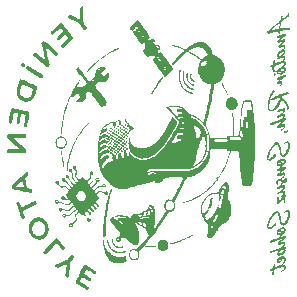
<source format=gbo>
G04 Layer: BottomSilkscreenLayer*
G04 EasyEDA Pro v2.2.45.4, 2025-12-28 23:20:17*
G04 Gerber Generator version 0.3*
G04 Scale: 100 percent, Rotated: No, Reflected: No*
G04 Dimensions in millimeters*
G04 Leading zeros omitted, absolute positions, 4 integers and 5 decimals*
G04 Generated by one-click*
%FSLAX45Y45*%
%MOMM*%
%ADD10C,0.254*%
%ADD11C,0.2354*%
G75*


G04 Image Start*
G36*
G01X12280599Y-7254443D02*
G01X12276152Y-7254454D01*
G01X12271652Y-7253992D01*
G01X12267159Y-7253092D01*
G01X12262735Y-7251786D01*
G01X12258441Y-7250109D01*
G01X12254340Y-7248093D01*
G01X12250491Y-7245773D01*
G01X12246956Y-7243181D01*
G01X12243797Y-7240351D01*
G01X12241075Y-7237316D01*
G01X12238851Y-7234110D01*
G01X12237186Y-7230766D01*
G01X12236143Y-7227318D01*
G01X12235781Y-7223799D01*
G01X12234952Y-7220551D01*
G01X12232959Y-7216403D01*
G01X12230135Y-7211614D01*
G01X12231141Y-7202179D01*
G01X12231886Y-7197681D01*
G01X12232157Y-7196572D01*
G01X12241445Y-7196572D01*
G01X12241699Y-7205277D01*
G01X12242390Y-7218963D01*
G01X12250858Y-7233869D01*
G01X12260177Y-7239109D01*
G01X12266670Y-7242437D01*
G01X12266670Y-7242437D01*
G01X12271359Y-7244038D01*
G01X12273115Y-7244207D01*
G01X12274523Y-7243965D01*
G01X12275619Y-7243319D01*
G01X12276436Y-7242274D01*
G01X12277590Y-7240199D01*
G01X12281611Y-7241321D01*
G01X12285633Y-7242444D01*
G01X12286704Y-7240518D01*
G01X12288428Y-7239158D01*
G01X12291068Y-7238592D01*
G01X12294361Y-7238592D01*
G01X12300511Y-7231758D01*
G01X12304737Y-7226262D01*
G01X12305931Y-7224069D01*
G01X12306261Y-7222645D01*
G01X12306841Y-7219233D01*
G01X12308800Y-7214229D01*
G01X12310834Y-7208558D01*
G01X12311564Y-7202996D01*
G01X12310987Y-7197899D01*
G01X12310205Y-7195636D01*
G01X12309095Y-7193622D01*
G01X12307305Y-7190072D01*
G01X12306561Y-7186763D01*
G01X12306316Y-7185283D01*
G01X12305592Y-7183652D01*
G01X12302782Y-7180015D01*
G01X12298276Y-7176004D01*
G01X12292220Y-7171772D01*
G01X12285648Y-7167611D01*
G01X12261447Y-7167611D01*
G01X12255088Y-7172885D01*
G01X12250426Y-7177045D01*
G01X12248144Y-7179636D01*
G01X12245401Y-7183505D01*
G01X12243120Y-7186724D01*
G01X12241860Y-7190733D01*
G01X12241445Y-7196572D01*
G01X12232157Y-7196572D01*
G01X12233172Y-7192410D01*
G01X12236645Y-7182176D01*
G01X12241143Y-7171609D01*
G01X12247526Y-7166028D01*
G01X12253908Y-7160449D01*
G01X12265348Y-7157284D01*
G01X12276788Y-7154121D01*
G01X12285633Y-7156230D01*
G01X12292328Y-7157530D01*
G01X12295999Y-7157697D01*
G01X12299725Y-7154823D01*
G01X12306565Y-7148261D01*
G01X12327425Y-7126408D01*
G01X12354253Y-7096806D01*
G01X12382723Y-7064123D01*
G01X12401440Y-7042169D01*
G01X12398147Y-7038760D01*
G01X12393270Y-7032893D01*
G01X12389199Y-7026183D01*
G01X12385865Y-7018499D01*
G01X12383200Y-7009707D01*
G01X12379930Y-6996646D01*
G01X12376476Y-6993180D01*
G01X12362431Y-6983048D01*
G01X12333513Y-6963557D01*
G01X12294004Y-6937398D01*
G01X12289061Y-6937398D01*
G01X12285630Y-6937732D01*
G01X12284747Y-6938251D01*
G01X12284416Y-6939096D01*
G01X12285389Y-6942036D01*
G01X12288518Y-6947098D01*
G01X12294861Y-6957999D01*
G01X12301631Y-6971845D01*
G01X12307845Y-6986479D01*
G01X12312522Y-6999748D01*
G01X12317152Y-7015096D01*
G01X12318757Y-7031402D01*
G01X12320364Y-7047709D01*
G01X12319361Y-7064015D01*
G01X12318274Y-7075573D01*
G01X12316485Y-7086291D01*
G01X12313974Y-7096255D01*
G01X12310724Y-7105550D01*
G01X12309002Y-7110353D01*
G01X12308286Y-7113409D01*
G01X12306487Y-7116750D01*
G01X12302161Y-7122233D01*
G01X12296037Y-7129243D01*
G01X12292236Y-7129195D01*
G01X12289218Y-7128773D01*
G01X12285435Y-7127584D01*
G01X12275755Y-7123004D01*
G01X12263554Y-7115651D01*
G01X12249188Y-7105719D01*
G01X12231384Y-7092230D01*
G01X12211813Y-7076680D01*
G01X12195717Y-7063320D01*
G01X12190611Y-7058788D01*
G01X12188339Y-7056397D01*
G01X12187521Y-7055622D01*
G01X12186260Y-7055368D01*
G01X12182621Y-7056326D01*
G01X12177841Y-7059085D01*
G01X12172340Y-7063461D01*
G01X12165003Y-7070027D01*
G01X12165003Y-7088895D01*
G01X12160154Y-7094925D01*
G01X12155304Y-7100958D01*
G01X12146776Y-7101818D01*
G01X12138247Y-7102676D01*
G01X12132554Y-7097255D01*
G01X12126862Y-7091832D01*
G01X12124578Y-7084368D01*
G01X12123186Y-7078306D01*
G01X12123106Y-7076703D01*
G01X12132241Y-7076703D01*
G01X12132481Y-7079765D01*
G01X12133783Y-7083002D01*
G01X12135311Y-7085682D01*
G01X12141526Y-7084562D01*
G01X12147741Y-7083440D01*
G01X12147741Y-7086197D01*
G01X12148248Y-7088145D01*
G01X12148797Y-7088738D01*
G01X12149468Y-7088956D01*
G01X12149468Y-7088956D01*
G01X12151192Y-7088956D01*
G01X12151192Y-7070187D01*
G01X12146731Y-7068941D01*
G01X12142988Y-7068354D01*
G01X12139624Y-7068684D01*
G01X12136754Y-7069808D01*
G01X12134491Y-7071601D01*
G01X12132948Y-7073941D01*
G01X12132241Y-7076703D01*
G01X12123106Y-7076703D01*
G01X12123059Y-7075761D01*
G01X12123337Y-7073415D01*
G01X12124041Y-7071174D01*
G01X12125191Y-7068942D01*
G01X12128912Y-7064132D01*
G01X12133798Y-7058702D01*
G01X12150120Y-7055383D01*
G01X12155784Y-7043871D01*
G01X12158265Y-7038941D01*
G01X12159914Y-7035134D01*
G01X12160455Y-7031821D01*
G01X12159614Y-7028373D01*
G01X12157117Y-7024159D01*
G01X12156019Y-7022768D01*
G01X12175493Y-7022768D01*
G01X12175537Y-7028525D01*
G01X12175537Y-7028525D01*
G01X12175580Y-7034280D01*
G01X12177142Y-7029963D01*
G01X12178641Y-7026914D01*
G01X12180054Y-7025647D01*
G01X12181335Y-7023656D01*
G01X12183292Y-7018141D01*
G01X12184887Y-7012218D01*
G01X12246110Y-7012218D01*
G01X12248268Y-7016053D01*
G01X12250174Y-7018764D01*
G01X12251734Y-7019892D01*
G01X12252660Y-7020736D01*
G01X12253046Y-7022768D01*
G01X12253046Y-7025647D01*
G01X12258225Y-7025647D01*
G01X12258225Y-7031402D01*
G01X12263403Y-7031402D01*
G01X12263403Y-7034280D01*
G01X12263928Y-7036312D01*
G01X12263928Y-7036312D01*
G01X12264496Y-7036930D01*
G01X12265189Y-7037157D01*
G01X12266977Y-7037157D01*
G01X12265331Y-7033799D01*
G01X12263214Y-7030301D01*
G01X12260435Y-7026606D01*
G01X12257803Y-7022909D01*
G01X12256033Y-7019411D01*
G01X12254442Y-7017040D01*
G01X12253353Y-7016319D01*
G01X12252236Y-7016053D01*
G01X12250369Y-7015490D01*
G01X12249801Y-7014881D01*
G01X12249592Y-7014137D01*
G01X12249081Y-7012781D01*
G01X12247851Y-7012218D01*
G01X12246110Y-7012218D01*
G01X12184887Y-7012218D01*
G01X12188373Y-6999267D01*
G01X12189405Y-6994953D01*
G01X12185720Y-6994953D01*
G01X12185720Y-7006052D01*
G01X12183130Y-7007156D01*
G01X12180541Y-7008260D01*
G01X12180541Y-7013042D01*
G01X12179800Y-7017144D01*
G01X12178997Y-7018957D01*
G01X12178016Y-7020296D01*
G01X12175493Y-7022768D01*
G01X12156019Y-7022768D01*
G01X12152691Y-7018551D01*
G01X12136951Y-7000633D01*
G01X12123926Y-6985605D01*
G01X12112425Y-6971745D01*
G01X12102441Y-6959045D01*
G01X12093969Y-6947497D01*
G01X12087005Y-6937095D01*
G01X12081543Y-6927831D01*
G01X12077577Y-6919697D01*
G01X12075104Y-6912687D01*
G01X12073243Y-6905745D01*
G01X12074919Y-6900879D01*
G01X12076018Y-6897691D01*
G01X12102967Y-6897691D01*
G01X12103519Y-6898685D01*
G01X12104833Y-6899030D01*
G01X12106875Y-6899622D01*
G01X12110461Y-6901198D01*
G01X12120071Y-6906112D01*
G01X12129264Y-6911390D01*
G01X12132330Y-6913420D01*
G01X12133643Y-6914647D01*
G01X12134640Y-6915819D01*
G01X12136232Y-6916320D01*
G01X12138035Y-6917085D01*
G01X12141457Y-6919148D01*
G01X12151192Y-6925909D01*
G01X12167833Y-6938295D01*
G01X12174227Y-6943598D01*
G01X12179696Y-6948394D01*
G01X12189190Y-6956763D01*
G01X12196786Y-6963114D01*
G01X12204163Y-6968697D01*
G01X12210306Y-6973500D01*
G01X12210306Y-6973500D01*
G01X12214935Y-6977970D01*
G01X12218482Y-6982203D01*
G01X12221103Y-6979291D01*
G01X12218084Y-6976839D01*
G01X12215950Y-6974604D01*
G01X12215059Y-6972678D01*
G01X12214485Y-6971485D01*
G01X12212931Y-6969500D01*
G01X12207830Y-6964256D01*
G01X12190145Y-6947231D01*
G01X12181491Y-6939313D01*
G01X12175385Y-6934759D01*
G01X12171511Y-6932308D01*
G01X12168224Y-6929440D01*
G01X12167410Y-6928746D01*
G01X12303426Y-6928746D01*
G01X12304607Y-6931300D01*
G01X12306799Y-6933515D01*
G01X12311292Y-6937063D01*
G01X12324084Y-6946079D01*
G01X12336795Y-6954193D01*
G01X12336795Y-6954193D01*
G01X12341188Y-6956613D01*
G01X12343240Y-6957248D01*
G01X12344646Y-6956284D01*
G01X12343535Y-6949240D01*
G01X12342066Y-6943046D01*
G01X12340091Y-6938049D01*
G01X12339987Y-6937863D01*
G01X12351444Y-6937863D01*
G01X12351444Y-6942546D01*
G01X12352233Y-6948496D01*
G01X12354130Y-6956223D01*
G01X12356519Y-6962973D01*
G01X12359340Y-6968331D01*
G01X12362865Y-6972719D01*
G01X12362865Y-6972719D01*
G01X12367370Y-6976557D01*
G01X12372008Y-6979934D01*
G01X12375612Y-6977460D01*
G01X12375612Y-6949579D01*
G01X12371728Y-6945614D01*
G01X12367845Y-6941650D01*
G01X12359644Y-6939758D01*
G01X12351444Y-6937863D01*
G01X12339987Y-6937863D01*
G01X12337757Y-6933903D01*
G01X12331221Y-6931691D01*
G01X12318320Y-6926487D01*
G01X12311953Y-6923493D01*
G01X12307530Y-6924728D01*
G01X12304765Y-6925738D01*
G01X12303438Y-6926985D01*
G01X12303426Y-6928746D01*
G01X12167410Y-6928746D01*
G01X12163738Y-6925616D01*
G01X12156981Y-6920863D01*
G01X12150082Y-6916035D01*
G01X12145258Y-6912035D01*
G01X12142326Y-6909624D01*
G01X12139976Y-6908621D01*
G01X12137643Y-6907835D01*
G01X12134748Y-6905944D01*
G01X12131453Y-6903268D01*
G01X12138302Y-6900051D01*
G01X12146689Y-6897256D01*
G01X12157235Y-6895052D01*
G01X12169081Y-6893509D01*
G01X12176657Y-6893535D01*
G01X12183993Y-6893492D01*
G01X12189196Y-6893682D01*
G01X12195647Y-6894438D01*
G01X12202983Y-6895596D01*
G01X12202983Y-6891356D01*
G01X12198371Y-6891356D01*
G01X12196351Y-6891125D01*
G01X12194260Y-6890497D01*
G01X12192344Y-6889566D01*
G01X12190850Y-6888428D01*
G01X12187939Y-6885502D01*
G01X12165682Y-6884434D01*
G01X12143426Y-6883368D01*
G01X12133066Y-6885315D01*
G01X12121642Y-6887681D01*
G01X12112818Y-6889977D01*
G01X12106896Y-6892112D01*
G01X12105118Y-6893091D01*
G01X12104179Y-6893996D01*
G01X12103185Y-6896107D01*
G01X12102967Y-6897691D01*
G01X12076018Y-6897691D01*
G01X12076595Y-6896016D01*
G01X12086428Y-6890663D01*
G01X12093027Y-6887262D01*
G01X12099875Y-6884259D01*
G01X12120982Y-6876769D01*
G01X12129615Y-6873884D01*
G01X12152157Y-6872791D01*
G01X12174702Y-6871696D01*
G01X12193588Y-6876884D01*
G01X12212477Y-6882073D01*
G01X12240586Y-6897683D01*
G01X12241925Y-6897111D01*
G01X12324147Y-6897111D01*
G01X12325011Y-6900785D01*
G01X12325011Y-6900785D01*
G01X12325876Y-6904460D01*
G01X12330459Y-6902862D01*
G01X12341559Y-6901127D01*
G01X12361803Y-6899197D01*
G01X12382874Y-6897254D01*
G01X12389815Y-6896237D01*
G01X12394680Y-6895089D01*
G01X12397708Y-6893733D01*
G01X12399139Y-6892093D01*
G01X12399212Y-6890094D01*
G01X12398167Y-6887658D01*
G01X12396609Y-6884920D01*
G01X12387406Y-6887132D01*
G01X12375581Y-6889071D01*
G01X12360076Y-6890625D01*
G01X12341950Y-6891907D01*
G01X12338545Y-6894508D01*
G01X12336789Y-6895519D01*
G01X12334525Y-6896346D01*
G01X12329643Y-6897111D01*
G01X12324147Y-6897111D01*
G01X12241925Y-6897111D01*
G01X12243363Y-6896497D01*
G01X12244442Y-6895800D01*
G01X12245325Y-6894775D01*
G01X12245922Y-6893560D01*
G01X12246141Y-6892293D01*
G01X12246690Y-6890122D01*
G01X12248197Y-6886970D01*
G01X12253233Y-6878942D01*
G01X12256823Y-6874231D01*
G01X12312095Y-6874231D01*
G01X12312997Y-6878058D01*
G01X12314573Y-6881321D01*
G01X12314573Y-6881321D01*
G01X12317099Y-6883791D01*
G01X12320637Y-6884839D01*
G01X12324651Y-6884689D01*
G01X12333062Y-6882759D01*
G01X12337121Y-6881833D01*
G01X12339659Y-6876518D01*
G01X12350155Y-6876518D01*
G01X12350492Y-6877709D01*
G01X12351253Y-6878559D01*
G01X12352415Y-6879198D01*
G01X12354303Y-6879511D01*
G01X12354303Y-6879511D01*
G01X12357449Y-6879514D01*
G01X12365763Y-6878659D01*
G01X12376411Y-6876968D01*
G01X12377278Y-6872608D01*
G01X12387696Y-6872608D01*
G01X12395291Y-6871341D01*
G01X12402885Y-6870077D01*
G01X12407231Y-6874552D01*
G01X12409053Y-6876815D01*
G01X12410803Y-6879665D01*
G01X12412282Y-6882739D01*
G01X12413291Y-6885671D01*
G01X12413291Y-6885671D01*
G01X12415006Y-6892316D01*
G01X12415162Y-6884163D01*
G01X12415318Y-6876008D01*
G01X12413490Y-6876008D01*
G01X12412472Y-6875517D01*
G01X12412592Y-6874337D01*
G01X12412707Y-6868154D01*
G01X12411680Y-6855632D01*
G01X12409839Y-6838600D01*
G01X12406806Y-6833195D01*
G01X12403773Y-6827792D01*
G01X12398324Y-6832885D01*
G01X12392875Y-6837981D01*
G01X12392737Y-6842126D01*
G01X12391985Y-6847590D01*
G01X12390372Y-6854905D01*
G01X12388735Y-6862335D01*
G01X12387922Y-6868072D01*
G01X12387696Y-6872608D01*
G01X12377278Y-6872608D01*
G01X12378383Y-6867056D01*
G01X12381543Y-6848351D01*
G01X12382729Y-6839559D01*
G01X12380356Y-6839559D01*
G01X12376202Y-6840887D01*
G01X12369550Y-6844082D01*
G01X12361119Y-6848604D01*
G01X12355647Y-6860868D01*
G01X12351923Y-6869590D01*
G01X12350266Y-6874855D01*
G01X12350155Y-6876518D01*
G01X12339659Y-6876518D01*
G01X12341117Y-6873464D01*
G01X12345113Y-6865092D01*
G01X12343998Y-6861859D01*
G01X12342881Y-6858626D01*
G01X12336373Y-6862261D01*
G01X12329749Y-6865543D01*
G01X12322961Y-6868325D01*
G01X12317503Y-6870551D01*
G01X12314076Y-6872493D01*
G01X12312095Y-6874231D01*
G01X12256823Y-6874231D01*
G01X12259552Y-6870650D01*
G01X12262661Y-6867168D01*
G01X12265455Y-6864534D01*
G01X12271130Y-6859872D01*
G01X12293742Y-6859872D01*
G01X12297945Y-6863144D01*
G01X12301890Y-6865446D01*
G01X12305722Y-6866286D01*
G01X12307493Y-6866154D01*
G01X12309114Y-6865653D01*
G01X12310543Y-6864782D01*
G01X12311740Y-6863539D01*
G01X12313737Y-6861507D01*
G01X12315519Y-6860662D01*
G01X12321580Y-6858100D01*
G01X12333864Y-6851941D01*
G01X12355639Y-6840727D01*
G01X12370393Y-6833773D01*
G01X12378143Y-6829964D01*
G01X12383503Y-6826823D01*
G01X12387158Y-6824162D01*
G01X12389498Y-6816034D01*
G01X12391153Y-6811360D01*
G01X12402378Y-6811360D01*
G01X12402541Y-6812852D01*
G01X12403309Y-6813789D01*
G01X12404687Y-6814086D01*
G01X12406684Y-6813661D01*
G01X12409843Y-6812545D01*
G01X12414307Y-6817506D01*
G01X12417459Y-6821837D01*
G01X12418418Y-6823799D01*
G01X12418770Y-6825284D01*
G01X12419252Y-6828251D01*
G01X12420410Y-6831431D01*
G01X12421891Y-6835779D01*
G01X12423367Y-6842551D01*
G01X12426092Y-6861548D01*
G01X12428172Y-6884784D01*
G01X12429190Y-6908621D01*
G01X12429190Y-6908621D01*
G01X12429499Y-6928765D01*
G01X12431557Y-6914979D01*
G01X12433613Y-6901193D01*
G01X12432455Y-6867018D01*
G01X12431299Y-6832845D01*
G01X12428392Y-6823252D01*
G01X12422632Y-6806402D01*
G01X12419782Y-6799146D01*
G01X12415654Y-6797994D01*
G01X12411523Y-6796843D01*
G01X12407643Y-6801494D01*
G01X12403840Y-6807040D01*
G01X12402814Y-6809395D01*
G01X12402378Y-6811360D01*
G01X12391153Y-6811360D01*
G01X12392378Y-6807903D01*
G01X12396026Y-6800567D01*
G01X12400211Y-6794427D01*
G01X12404699Y-6789885D01*
G01X12409809Y-6785843D01*
G01X12429300Y-6785843D01*
G01X12439019Y-6791429D01*
G01X12441583Y-6797748D01*
G01X12446175Y-6810408D01*
G01X12450965Y-6827090D01*
G01X12454043Y-6838600D01*
G01X12454100Y-6891356D01*
G01X12454159Y-6944113D01*
G01X12447475Y-6973901D01*
G01X12451132Y-6977965D01*
G01X12457077Y-6969673D01*
G01X12483717Y-6931524D01*
G01X12504259Y-6900949D01*
G01X12517144Y-6880806D01*
G01X12545328Y-6836441D01*
G01X12546454Y-6834283D01*
G01X12541733Y-6826848D01*
G01X12537512Y-6819466D01*
G01X12533996Y-6812155D01*
G01X12530979Y-6804896D01*
G01X12530979Y-6782295D01*
G01X12542007Y-6782295D01*
G01X12542330Y-6794861D01*
G01X12543071Y-6810593D01*
G01X12547384Y-6815763D01*
G01X12550429Y-6819768D01*
G01X12551696Y-6822136D01*
G01X12552510Y-6824056D01*
G01X12554766Y-6825889D01*
G01X12558183Y-6827559D01*
G01X12562484Y-6828989D01*
G01X12567386Y-6830100D01*
G01X12572612Y-6830816D01*
G01X12572612Y-6830816D01*
G01X12577881Y-6831060D01*
G01X12582914Y-6830754D01*
G01X12593127Y-6829472D01*
G01X12593127Y-6824211D01*
G01X12600140Y-6824211D01*
G01X12601133Y-6821333D01*
G01X12602601Y-6819301D01*
G01X12603643Y-6818683D01*
G01X12604733Y-6818456D01*
G01X12607340Y-6818456D01*
G01X12605650Y-6811268D01*
G01X12608622Y-6812132D01*
G01X12611596Y-6812997D01*
G01X12612712Y-6801142D01*
G01X12613155Y-6792148D01*
G01X12613022Y-6788931D01*
G01X12612655Y-6787178D01*
G01X12611941Y-6783548D01*
G01X12611868Y-6777783D01*
G01X12612256Y-6770495D01*
G01X12610601Y-6770495D01*
G01X12609663Y-6769965D01*
G01X12608335Y-6768523D01*
G01X12605211Y-6763781D01*
G01X12601477Y-6757066D01*
G01X12598165Y-6757066D01*
G01X12595826Y-6756580D01*
G01X12595115Y-6756053D01*
G01X12594854Y-6755409D01*
G01X12594208Y-6754490D01*
G01X12592407Y-6753688D01*
G01X12586160Y-6752527D01*
G01X12577754Y-6752101D01*
G01X12568826Y-6752589D01*
G01X12558390Y-6753801D01*
G01X12550875Y-6761918D01*
G01X12545670Y-6768174D01*
G01X12544025Y-6771063D01*
G01X12542917Y-6774183D01*
G01X12542270Y-6777830D01*
G01X12542007Y-6782295D01*
G01X12530979Y-6782295D01*
G01X12530979Y-6776853D01*
G01X12535323Y-6768400D01*
G01X12541745Y-6754668D01*
G01X12543797Y-6750942D01*
G01X12544877Y-6749808D01*
G01X12545814Y-6749392D01*
G01X12549610Y-6747909D01*
G01X12555938Y-6744344D01*
G01X12564066Y-6739293D01*
G01X12580321Y-6740239D01*
G01X12596578Y-6741183D01*
G01X12598955Y-6739054D01*
G01X12601325Y-6735833D01*
G01X12605359Y-6728835D01*
G01X12619030Y-6702390D01*
G01X12636488Y-6669301D01*
G01X12650096Y-6642883D01*
G01X12654549Y-6634044D01*
G01X12660884Y-6621664D01*
G01X12669863Y-6602908D01*
G01X12686220Y-6569276D01*
G01X12691715Y-6558943D01*
G01X12690811Y-6556328D01*
G01X12689909Y-6553712D01*
G01X12683380Y-6553669D01*
G01X12627652Y-6552684D01*
G01X12578454Y-6551745D01*
G01X12566370Y-6555739D01*
G01X12547380Y-6561460D01*
G01X12528765Y-6566522D01*
G01X12517054Y-6569857D01*
G01X12516357Y-6573776D01*
G01X12514659Y-6582956D01*
G01X12513657Y-6588221D01*
G01X12507715Y-6590980D01*
G01X12499717Y-6593666D01*
G01X12488114Y-6596536D01*
G01X12476383Y-6598821D01*
G01X12468001Y-6599754D01*
G01X12463121Y-6599754D01*
G01X12456382Y-6591883D01*
G01X12449645Y-6584013D01*
G01X12444133Y-6584986D01*
G01X12437199Y-6586908D01*
G01X12428266Y-6590161D01*
G01X12417907Y-6594362D01*
G01X12393738Y-6596177D01*
G01X12387558Y-6599824D01*
G01X12380273Y-6603244D01*
G01X12371435Y-6606349D01*
G01X12361492Y-6609227D01*
G01X12346202Y-6606897D01*
G01X12343127Y-6609990D01*
G01X12340025Y-6612474D01*
G01X12336060Y-6614618D01*
G01X12331351Y-6616399D01*
G01X12326018Y-6617790D01*
G01X12320180Y-6618766D01*
G01X12313958Y-6619302D01*
G01X12307470Y-6619372D01*
G01X12300838Y-6618951D01*
G01X12295979Y-6618459D01*
G01X12291239Y-6623505D01*
G01X12286501Y-6628551D01*
G01X12276593Y-6631418D01*
G01X12268740Y-6633341D01*
G01X12262430Y-6634164D01*
G01X12257974Y-6633873D01*
G01X12256538Y-6633305D01*
G01X12255681Y-6632453D01*
G01X12254661Y-6630617D01*
G01X12251695Y-6631832D01*
G01X12248079Y-6633915D01*
G01X12243550Y-6637221D01*
G01X12238372Y-6641400D01*
G01X12226288Y-6644443D01*
G01X12213136Y-6647258D01*
G01X12198485Y-6649754D01*
G01X12182764Y-6652023D01*
G01X12165054Y-6649733D01*
G01X12149185Y-6647131D01*
G01X12134483Y-6643522D01*
G01X12120752Y-6638806D01*
G01X12107792Y-6632878D01*
G01X12095404Y-6625636D01*
G01X12083392Y-6616977D01*
G01X12071557Y-6606797D01*
G01X12059700Y-6594994D01*
G01X12040310Y-6574910D01*
G01X12033881Y-6567806D01*
G01X12027242Y-6559239D01*
G01X12020514Y-6549410D01*
G01X12013815Y-6538525D01*
G01X12011066Y-6533599D01*
G01X12391155Y-6533599D01*
G01X12391321Y-6537404D01*
G01X12392196Y-6541086D01*
G01X12393445Y-6543364D01*
G01X12394798Y-6544019D01*
G01X12395884Y-6543093D01*
G01X12396329Y-6540628D01*
G01X12396806Y-6538653D01*
G01X12398105Y-6535857D01*
G01X12402375Y-6529285D01*
G01X12408423Y-6521435D01*
G01X12415755Y-6520051D01*
G01X12423837Y-6519116D01*
G01X12432975Y-6518814D01*
G01X12442867Y-6518963D01*
G01X12449005Y-6522200D01*
G01X12454082Y-6525664D01*
G01X12456205Y-6527636D01*
G01X12457672Y-6529450D01*
G01X12460201Y-6533464D01*
G01X12460201Y-6533464D01*
G01X12460201Y-6548474D01*
G01X12463655Y-6543597D01*
G01X12465368Y-6540498D01*
G01X12466292Y-6537204D01*
G01X12466442Y-6533770D01*
G01X12465832Y-6530248D01*
G01X12464477Y-6526691D01*
G01X12462393Y-6523154D01*
G01X12459593Y-6519688D01*
G01X12456093Y-6516348D01*
G01X12450525Y-6511630D01*
G01X12431960Y-6507205D01*
G01X12420294Y-6508132D01*
G01X12408630Y-6509058D01*
G01X12403196Y-6512883D01*
G01X12399800Y-6515663D01*
G01X12396917Y-6518824D01*
G01X12394578Y-6522282D01*
G01X12392816Y-6525953D01*
G01X12391664Y-6529754D01*
G01X12391155Y-6533599D01*
G01X12011066Y-6533599D01*
G01X12007265Y-6526786D01*
G01X12000983Y-6514398D01*
G01X11998061Y-6508035D01*
G01X12385996Y-6508035D01*
G01X12386454Y-6512009D01*
G01X12386963Y-6513472D01*
G01X12386963Y-6513472D01*
G01X12387591Y-6514312D01*
G01X12388331Y-6514544D01*
G01X12389147Y-6514352D01*
G01X12390612Y-6512887D01*
G01X12393629Y-6509317D01*
G01X12398917Y-6504299D01*
G01X12405823Y-6498250D01*
G01X12413171Y-6496957D01*
G01X12428589Y-6496437D01*
G01X12465137Y-6495976D01*
G01X12579759Y-6495428D01*
G01X12739000Y-6495191D01*
G01X12751947Y-6492547D01*
G01X12761598Y-6490241D01*
G01X12766620Y-6488407D01*
G01X12769723Y-6486959D01*
G01X12774758Y-6485580D01*
G01X12779874Y-6483852D01*
G01X12781887Y-6482715D01*
G01X12783169Y-6481570D01*
G01X12785421Y-6479679D01*
G01X12788027Y-6478892D01*
G01X12790158Y-6478301D01*
G01X12793816Y-6476696D01*
G01X12803854Y-6471479D01*
G01X12814421Y-6465297D01*
G01X12821799Y-6460207D01*
G01X12829635Y-6453954D01*
G01X12836846Y-6447838D01*
G01X12844911Y-6439770D01*
G01X12853400Y-6430294D01*
G01X12861882Y-6419957D01*
G01X12869929Y-6409306D01*
G01X12877108Y-6398886D01*
G01X12882990Y-6389245D01*
G01X12887144Y-6380929D01*
G01X12889787Y-6375298D01*
G01X12892542Y-6369058D01*
G01X12899553Y-6351319D01*
G01X12904663Y-6335260D01*
G01X12907519Y-6324958D01*
G01X12908905Y-6294013D01*
G01X12909743Y-6267370D01*
G01X12909811Y-6246763D01*
G01X12909399Y-6236230D01*
G01X12950691Y-6236230D01*
G01X12951050Y-6237884D01*
G01X12952629Y-6240311D01*
G01X12952629Y-6240311D01*
G01X12958923Y-6247903D01*
G01X12963060Y-6252518D01*
G01X13061990Y-6252518D01*
G01X13064062Y-6250218D01*
G01X13064867Y-6248842D01*
G01X13065526Y-6246800D01*
G01X13066135Y-6241819D01*
G01X13066135Y-6235723D01*
G01X13061819Y-6231939D01*
G01X13009704Y-6231546D01*
G01X12957591Y-6231153D01*
G01X12954031Y-6233271D01*
G01X12951652Y-6234857D01*
G01X12950691Y-6236230D01*
G01X12909399Y-6236230D01*
G01X12908984Y-6225611D01*
G01X12907909Y-6207770D01*
G01X12906736Y-6195283D01*
G01X12906161Y-6191685D01*
G01X12905618Y-6190191D01*
G01X12904309Y-6187480D01*
G01X12903076Y-6182280D01*
G01X12901802Y-6176440D01*
G01X12900392Y-6172188D01*
G01X12890856Y-6150349D01*
G01X12882827Y-6131630D01*
G01X12871968Y-6115629D01*
G01X12864979Y-6105777D01*
G01X12857919Y-6096923D01*
G01X12849718Y-6087806D01*
G01X12839305Y-6077164D01*
G01X12835462Y-6073648D01*
G01X12833245Y-6072186D01*
G01X12831215Y-6070918D01*
G01X12827824Y-6067869D01*
G01X12822745Y-6063179D01*
G01X12817656Y-6059024D01*
G01X12813409Y-6056055D01*
G01X12810854Y-6054921D01*
G01X12809519Y-6054432D01*
G01X12808628Y-6053255D01*
G01X12806285Y-6051204D01*
G01X12800783Y-6047896D01*
G01X12784225Y-6039394D01*
G01X12766790Y-6031525D01*
G01X12760194Y-6029007D01*
G01X12756317Y-6028063D01*
G01X12755662Y-6028438D01*
G01X12755337Y-6029467D01*
G01X12755567Y-6032920D01*
G01X12756794Y-6037285D01*
G01X12758808Y-6041422D01*
G01X12762217Y-6046741D01*
G01X12773050Y-6051239D01*
G01X12779937Y-6054300D01*
G01X12787191Y-6057994D01*
G01X12806326Y-6069181D01*
G01X12812259Y-6073226D01*
G01X12818501Y-6078242D01*
G01X12824956Y-6084098D01*
G01X12831529Y-6090663D01*
G01X12844647Y-6105397D01*
G01X12857093Y-6121394D01*
G01X12868101Y-6137606D01*
G01X12872828Y-6145465D01*
G01X12876910Y-6152985D01*
G01X12880250Y-6160035D01*
G01X12882755Y-6166483D01*
G01X12884327Y-6172199D01*
G01X12884873Y-6177051D01*
G01X12885351Y-6180212D01*
G01X12886502Y-6182591D01*
G01X12887312Y-6184359D01*
G01X12888315Y-6187824D01*
G01X12890386Y-6197843D01*
G01X12892642Y-6211272D01*
G01X12892611Y-6263071D01*
G01X12892583Y-6314868D01*
G01X12890252Y-6327337D01*
G01X12888159Y-6336679D01*
G01X12886398Y-6341629D01*
G01X12885321Y-6344027D01*
G01X12884873Y-6347233D01*
G01X12884466Y-6349683D01*
G01X12883334Y-6353387D01*
G01X12879417Y-6363340D01*
G01X12874174Y-6374653D01*
G01X12868652Y-6384889D01*
G01X12858583Y-6400285D01*
G01X12847443Y-6414625D01*
G01X12835354Y-6427808D01*
G01X12822436Y-6439731D01*
G01X12808811Y-6450293D01*
G01X12801770Y-6455030D01*
G01X12794598Y-6459389D01*
G01X12787310Y-6463357D01*
G01X12779919Y-6466920D01*
G01X12772443Y-6470065D01*
G01X12764895Y-6472781D01*
G01X12745905Y-6479267D01*
G01X12739000Y-6481771D01*
G01X12407549Y-6481771D01*
G01X12402371Y-6485413D01*
G01X12397073Y-6490014D01*
G01X12391607Y-6495963D01*
G01X12386022Y-6502874D01*
G01X12385996Y-6508035D01*
G01X11998061Y-6508035D01*
G01X11995089Y-6501563D01*
G01X11989700Y-6488486D01*
G01X11985420Y-6477232D01*
G01X11982426Y-6468317D01*
G01X11979611Y-6458092D01*
G01X11975867Y-6442911D01*
G01X11971560Y-6425152D01*
G01X11971690Y-6408379D01*
G01X11971820Y-6391604D01*
G01X11969150Y-6382187D01*
G01X11967254Y-6373911D01*
G01X11966619Y-6366462D01*
G01X11967244Y-6359183D01*
G01X11969128Y-6351416D01*
G01X11971775Y-6342749D01*
G01X11969128Y-6337057D01*
G01X11966479Y-6331365D01*
G01X11966479Y-6300949D01*
G01X11969000Y-6294243D01*
G01X11970571Y-6289274D01*
G01X11970808Y-6286745D01*
G01X11969878Y-6283107D01*
G01X11968642Y-6275470D01*
G01X11967192Y-6264988D01*
G01X11968449Y-6256982D01*
G01X11970060Y-6249735D01*
G01X11972167Y-6243553D01*
G01X11974630Y-6238130D01*
G01X11975650Y-6222718D01*
G01X11976671Y-6207307D01*
G01X11979845Y-6199698D01*
G01X11983158Y-6192434D01*
G01X11986665Y-6185655D01*
G01X11988174Y-6182457D01*
G01X11989590Y-6178505D01*
G01X11991506Y-6170348D01*
G01X11992552Y-6165251D01*
G01X11994345Y-6159696D01*
G01X11996821Y-6153798D01*
G01X11999916Y-6147674D01*
G01X12003566Y-6141442D01*
G01X12007708Y-6135218D01*
G01X12012277Y-6129119D01*
G01X12017211Y-6123263D01*
G01X12023699Y-6117051D01*
G01X12032180Y-6110451D01*
G01X12041989Y-6103838D01*
G01X12052457Y-6097587D01*
G01X12062918Y-6092072D01*
G01X12072705Y-6087668D01*
G01X12081151Y-6084751D01*
G01X12084664Y-6083968D01*
G01X12087590Y-6083696D01*
G01X12091227Y-6083133D01*
G01X12092577Y-6082523D01*
G01X12093362Y-6081779D01*
G01X12094257Y-6080875D01*
G01X12095690Y-6080275D01*
G01X12099701Y-6079956D01*
G01X12104467Y-6080772D01*
G01X12109058Y-6082669D01*
G01X12113930Y-6085477D01*
G01X12118341Y-6079607D01*
G01X12122750Y-6073737D01*
G01X12139108Y-6071687D01*
G01X12139108Y-6073854D01*
G01X12138502Y-6075386D01*
G01X12137044Y-6076024D01*
G01X12133657Y-6077508D01*
G01X12128412Y-6081079D01*
G01X12121846Y-6086136D01*
G01X12121846Y-6112216D01*
G01X12118550Y-6113378D01*
G01X12115633Y-6114986D01*
G01X12113250Y-6117221D01*
G01X12111249Y-6119901D01*
G01X12113028Y-6123597D01*
G01X12114808Y-6127290D01*
G01X12110261Y-6134199D01*
G01X12107586Y-6133059D01*
G01X12104908Y-6131917D01*
G01X12103746Y-6126033D01*
G01X12102582Y-6120147D01*
G01X12099611Y-6120147D01*
G01X12096913Y-6119478D01*
G01X12094593Y-6117871D01*
G01X12092545Y-6115595D01*
G01X12094961Y-6112595D01*
G01X12097379Y-6109597D01*
G01X12097960Y-6099044D01*
G01X12098541Y-6088494D01*
G01X12091635Y-6088952D01*
G01X12085237Y-6090097D01*
G01X12079551Y-6092203D01*
G01X12060681Y-6101945D01*
G01X12053248Y-6105966D01*
G01X12046122Y-6110306D01*
G01X12039398Y-6114887D01*
G01X12033174Y-6119632D01*
G01X12027544Y-6124463D01*
G01X12022606Y-6129303D01*
G01X12018454Y-6134074D01*
G01X12015185Y-6138699D01*
G01X12012729Y-6143003D01*
G01X12012486Y-6144132D01*
G01X12013064Y-6144603D01*
G01X12017171Y-6143641D01*
G01X12026036Y-6140259D01*
G01X12034812Y-6137022D01*
G01X12040291Y-6135787D01*
G01X12042195Y-6135895D01*
G01X12043755Y-6136473D01*
G01X12045131Y-6137513D01*
G01X12046484Y-6139004D01*
G01X12049341Y-6142510D01*
G01X12049341Y-6154530D01*
G01X12045617Y-6158384D01*
G01X12043273Y-6160208D01*
G01X12039644Y-6162324D01*
G01X12030512Y-6166379D01*
G01X12021903Y-6169817D01*
G01X12014117Y-6173555D01*
G01X12007212Y-6177546D01*
G01X12001245Y-6181747D01*
G01X11996274Y-6186111D01*
G01X11992356Y-6190594D01*
G01X11989549Y-6195150D01*
G01X11987910Y-6199735D01*
G01X11987341Y-6204070D01*
G01X11987665Y-6205191D01*
G01X11988450Y-6205620D01*
G01X11989739Y-6205359D01*
G01X11991573Y-6204412D01*
G01X11997047Y-6200475D01*
G01X12005753Y-6194227D01*
G01X12014090Y-6189382D01*
G01X12021920Y-6186007D01*
G01X12029108Y-6184174D01*
G01X12036982Y-6182975D01*
G01X12046137Y-6193149D01*
G01X12050692Y-6192618D01*
G01X12055249Y-6192088D01*
G01X12057567Y-6197364D01*
G01X12059887Y-6202640D01*
G01X12064627Y-6202640D01*
G01X12068310Y-6203200D01*
G01X12071108Y-6204800D01*
G01X12072886Y-6207317D01*
G01X12073509Y-6210630D01*
G01X12073284Y-6212084D01*
G01X12072643Y-6213451D01*
G01X12070303Y-6215794D01*
G01X12066876Y-6217394D01*
G01X12062750Y-6217986D01*
G01X12058666Y-6217986D01*
G01X12059383Y-6224804D01*
G01X12060098Y-6231623D01*
G01X12069261Y-6229388D01*
G01X12076099Y-6235027D01*
G01X12074242Y-6238498D01*
G01X12073096Y-6240058D01*
G01X12071347Y-6241743D01*
G01X12066990Y-6244673D01*
G01X12061594Y-6247375D01*
G01X12060561Y-6255372D01*
G01X12050359Y-6257323D01*
G01X12048327Y-6266886D01*
G01X12045590Y-6267471D01*
G01X12044196Y-6267470D01*
G01X12042745Y-6266957D01*
G01X12040011Y-6264783D01*
G01X12038074Y-6261715D01*
G01X12037617Y-6260086D01*
G01X12037616Y-6258521D01*
G01X12038149Y-6255397D01*
G01X12043746Y-6254796D01*
G01X12049341Y-6254193D01*
G01X12049341Y-6246084D01*
G01X12054812Y-6241008D01*
G01X12060281Y-6235933D01*
G01X12059024Y-6233671D01*
G01X12057764Y-6231406D01*
G01X12054674Y-6233242D01*
G01X12051586Y-6235079D01*
G01X12045716Y-6231582D01*
G01X12039847Y-6228083D01*
G01X12039847Y-6218946D01*
G01X12047069Y-6219447D01*
G01X12051737Y-6219586D01*
G01X12053260Y-6219316D01*
G01X12054385Y-6218698D01*
G01X12055217Y-6217642D01*
G01X12055862Y-6216058D01*
G01X12057014Y-6210942D01*
G01X12058189Y-6204855D01*
G01X12050822Y-6206995D01*
G01X12045873Y-6202929D01*
G01X12040926Y-6198865D01*
G01X12039823Y-6202721D01*
G01X12039089Y-6204586D01*
G01X12037970Y-6206290D01*
G01X12036412Y-6207867D01*
G01X12034359Y-6209352D01*
G01X12028556Y-6212179D01*
G01X12020128Y-6215040D01*
G01X12014093Y-6217318D01*
G01X12007711Y-6220520D01*
G01X12001338Y-6224378D01*
G01X11995328Y-6228621D01*
G01X11990035Y-6232978D01*
G01X11985816Y-6237180D01*
G01X11983024Y-6240958D01*
G01X11982274Y-6242603D01*
G01X11982015Y-6244040D01*
G01X11981255Y-6246333D01*
G01X11979426Y-6248682D01*
G01X11977827Y-6251242D01*
G01X11976943Y-6254743D01*
G01X11976904Y-6258209D01*
G01X11977242Y-6259625D01*
G01X11977840Y-6260666D01*
G01X11978714Y-6260501D01*
G01X11980355Y-6259228D01*
G01X11984995Y-6254209D01*
G01X11988237Y-6250699D01*
G01X11992270Y-6247090D01*
G01X12001863Y-6240114D01*
G01X12012081Y-6234369D01*
G01X12016897Y-6232296D01*
G01X12021235Y-6230939D01*
G01X12029033Y-6229090D01*
G01X12033132Y-6231530D01*
G01X12036828Y-6234606D01*
G01X12039951Y-6238577D01*
G01X12042669Y-6243185D01*
G01X12038474Y-6249292D01*
G01X12034280Y-6255397D01*
G01X12024116Y-6259149D01*
G01X12009941Y-6265085D01*
G01X12003856Y-6268211D01*
G01X11998434Y-6271448D01*
G01X11993672Y-6274796D01*
G01X11989565Y-6278259D01*
G01X11986109Y-6281840D01*
G01X11983301Y-6285540D01*
G01X11979564Y-6292465D01*
G01X11976304Y-6300583D01*
G01X11974210Y-6307913D01*
G01X11973814Y-6310663D01*
G01X11973967Y-6312472D01*
G01X11974837Y-6314868D01*
G01X11974975Y-6311511D01*
G01X11975593Y-6309139D01*
G01X11976188Y-6308418D01*
G01X11976889Y-6308153D01*
G01X11978008Y-6307611D01*
G01X11979740Y-6306135D01*
G01X11984097Y-6301283D01*
G01X11988262Y-6296715D01*
G01X11993538Y-6291996D01*
G01X11999552Y-6287358D01*
G01X12005937Y-6283039D01*
G01X12012320Y-6279270D01*
G01X12018332Y-6276288D01*
G01X12023602Y-6274327D01*
G01X12027761Y-6273621D01*
G01X12031790Y-6273621D01*
G01X12035211Y-6278841D01*
G01X12038632Y-6284059D01*
G01X12043766Y-6283625D01*
G01X12048902Y-6283190D01*
G01X12050694Y-6285601D01*
G01X12052488Y-6288010D01*
G01X12051576Y-6293286D01*
G01X12050665Y-6298560D01*
G01X12036665Y-6298560D01*
G01X12033941Y-6301238D01*
G01X12029734Y-6303986D01*
G01X12023448Y-6306833D01*
G01X12015897Y-6309834D01*
G01X12009345Y-6312819D01*
G01X12003690Y-6315863D01*
G01X11998828Y-6319042D01*
G01X11994653Y-6322430D01*
G01X11991064Y-6326105D01*
G01X11987955Y-6330140D01*
G01X11985223Y-6334612D01*
G01X11982001Y-6339999D01*
G01X11979713Y-6342961D01*
G01X11979016Y-6344212D01*
G01X11978319Y-6346710D01*
G01X11977244Y-6353992D01*
G01X11976397Y-6363788D01*
G01X11978228Y-6363788D01*
G01X11979034Y-6363452D01*
G01X11979877Y-6362534D01*
G01X11981277Y-6359517D01*
G01X11982487Y-6356161D01*
G01X11984195Y-6352738D01*
G01X11988908Y-6345840D01*
G01X11995029Y-6339128D01*
G01X12002170Y-6332905D01*
G01X12009941Y-6327475D01*
G01X12017956Y-6323140D01*
G01X12025824Y-6320204D01*
G01X12029583Y-6319355D01*
G01X12033159Y-6318970D01*
G01X12042007Y-6318611D01*
G01X12044701Y-6316128D01*
G01X12047394Y-6313642D01*
G01X12050759Y-6315642D01*
G01X12052153Y-6316806D01*
G01X12053460Y-6318492D01*
G01X12054533Y-6320477D01*
G01X12055226Y-6322533D01*
G01X12056332Y-6327423D01*
G01X12059475Y-6325551D01*
G01X12062617Y-6323682D01*
G01X12066337Y-6326579D01*
G01X12070057Y-6329473D01*
G01X12069948Y-6337890D01*
G01X12065771Y-6341265D01*
G01X12061594Y-6344643D01*
G01X12058056Y-6340423D01*
G01X12055559Y-6336706D01*
G01X12054519Y-6333691D01*
G01X12054264Y-6332000D01*
G01X12053531Y-6331216D01*
G01X12052373Y-6331298D01*
G01X12050843Y-6332206D01*
G01X12046872Y-6336342D01*
G01X12042033Y-6343302D01*
G01X12039038Y-6348122D01*
G01X12033833Y-6349393D01*
G01X12027328Y-6351540D01*
G01X12020652Y-6354769D01*
G01X12014001Y-6358918D01*
G01X12007569Y-6363824D01*
G01X12001551Y-6369325D01*
G01X11996140Y-6375258D01*
G01X11991533Y-6381459D01*
G01X11987923Y-6387768D01*
G01X11983290Y-6397361D01*
G01X11982498Y-6409831D01*
G01X11981704Y-6422300D01*
G01X11983313Y-6426978D01*
G01X11984922Y-6431658D01*
G01X11986066Y-6423709D01*
G01X11987210Y-6415762D01*
G01X11993524Y-6403789D01*
G01X11997926Y-6396318D01*
G01X12002949Y-6389347D01*
G01X12008476Y-6382975D01*
G01X12014389Y-6377305D01*
G01X12020574Y-6372437D01*
G01X12026914Y-6368474D01*
G01X12033292Y-6365516D01*
G01X12039593Y-6363664D01*
G01X12046423Y-6362276D01*
G01X12051112Y-6364093D01*
G01X12055801Y-6365909D01*
G01X12058865Y-6372232D01*
G01X12061929Y-6378554D01*
G01X12058963Y-6384119D01*
G01X12057336Y-6386680D01*
G01X12055184Y-6389334D01*
G01X12049809Y-6394501D01*
G01X12043851Y-6398775D01*
G01X12040971Y-6400314D01*
G01X12038325Y-6401312D01*
G01X12033598Y-6402631D01*
G01X12025120Y-6411806D01*
G01X12016642Y-6420984D01*
G01X12012276Y-6431591D01*
G01X12009192Y-6440132D01*
G01X12007910Y-6445774D01*
G01X12007339Y-6448933D01*
G01X12005968Y-6451508D01*
G01X12004025Y-6453667D01*
G01X12003810Y-6471557D01*
G01X12003595Y-6489445D01*
G01X12006890Y-6497456D01*
G01X12010187Y-6505464D01*
G01X12016181Y-6507207D01*
G01X12014634Y-6501215D01*
G01X12013543Y-6494355D01*
G01X12013088Y-6486271D01*
G01X12013088Y-6477317D01*
G01X12016778Y-6466608D01*
G01X12020189Y-6456700D01*
G01X12771250Y-6456700D01*
G01X12771571Y-6457353D01*
G01X12771571Y-6457353D01*
G01X12773562Y-6457792D01*
G01X12775949Y-6456999D01*
G01X12780507Y-6454839D01*
G01X12793518Y-6447740D01*
G01X12810846Y-6437691D01*
G01X12824925Y-6424210D01*
G01X12837552Y-6411035D01*
G01X12843479Y-6404183D01*
G01X12848135Y-6398289D01*
G01X12857265Y-6385849D01*
G01X12866645Y-6364748D01*
G01X12876025Y-6343645D01*
G01X12879586Y-6327868D01*
G01X12881898Y-6316382D01*
G01X12882943Y-6307476D01*
G01X12882780Y-6300047D01*
G01X12881468Y-6292995D01*
G01X12879789Y-6286493D01*
G01X12881756Y-6273752D01*
G01X12883723Y-6261010D01*
G01X12880653Y-6245734D01*
G01X12878109Y-6234016D01*
G01X12875448Y-6223508D01*
G01X12872725Y-6214348D01*
G01X12869994Y-6206674D01*
G01X12867310Y-6200626D01*
G01X12864729Y-6196343D01*
G01X12862304Y-6193963D01*
G01X12861167Y-6193530D01*
G01X12860091Y-6193625D01*
G01X12859047Y-6194570D01*
G01X12857927Y-6196553D01*
G01X12855738Y-6202662D01*
G01X12854082Y-6210001D01*
G01X12853516Y-6216622D01*
G01X12853730Y-6223892D01*
G01X12851253Y-6224949D01*
G01X12850030Y-6225988D01*
G01X12848528Y-6228038D01*
G01X12845449Y-6233984D01*
G01X12833986Y-6263795D01*
G01X12826179Y-6285928D01*
G01X12823216Y-6293719D01*
G01X12816094Y-6310702D01*
G01X12806011Y-6334235D01*
G01X12805026Y-6352369D01*
G01X12803473Y-6369965D01*
G01X12801123Y-6386808D01*
G01X12798207Y-6403116D01*
G01X12790857Y-6420381D01*
G01X12783846Y-6435111D01*
G01X12780296Y-6441565D01*
G01X12777310Y-6446279D01*
G01X12773262Y-6452160D01*
G01X12771410Y-6455663D01*
G01X12771250Y-6456700D01*
G01X12020189Y-6456700D01*
G01X12020465Y-6455897D01*
G01X12029049Y-6446358D01*
G01X12034322Y-6441118D01*
G01X12040542Y-6436016D01*
G01X12047580Y-6431124D01*
G01X12055308Y-6426514D01*
G01X12063596Y-6422255D01*
G01X12072317Y-6418420D01*
G01X12081340Y-6415081D01*
G01X12090538Y-6412307D01*
G01X12094620Y-6411217D01*
G01X12093510Y-6402371D01*
G01X12091410Y-6385826D01*
G01X12090416Y-6378130D01*
G01X12093710Y-6373610D01*
G01X12097005Y-6369090D01*
G01X12092161Y-6363709D01*
G01X12089945Y-6360722D01*
G01X12088560Y-6357719D01*
G01X12087979Y-6354828D01*
G01X12088172Y-6352178D01*
G01X12089110Y-6349894D01*
G01X12090763Y-6348105D01*
G01X12093103Y-6346939D01*
G01X12096101Y-6346521D01*
G01X12099455Y-6346521D01*
G01X12102799Y-6352635D01*
G01X12106145Y-6358747D01*
G01X12113565Y-6362707D01*
G01X12120982Y-6366665D01*
G01X12122073Y-6372420D01*
G01X12122915Y-6379021D01*
G01X12123406Y-6386808D01*
G01X12123650Y-6395442D01*
G01X12126927Y-6400181D01*
G01X12130204Y-6404922D01*
G01X12139972Y-6401125D01*
G01X12140530Y-6391568D01*
G01X12140364Y-6382717D01*
G01X12139177Y-6374854D01*
G01X12137264Y-6367692D01*
G01X12139783Y-6362276D01*
G01X12141112Y-6359996D01*
G01X12142868Y-6357791D01*
G01X12144823Y-6355912D01*
G01X12146747Y-6354611D01*
G01X12151192Y-6352360D01*
G01X12151192Y-6343096D01*
G01X12153460Y-6342128D01*
G01X12156406Y-6341732D01*
G01X12160306Y-6342135D01*
G01X12164884Y-6343108D01*
G01X12164668Y-6349522D01*
G01X12165078Y-6354808D01*
G01X12165641Y-6357004D01*
G01X12166369Y-6358508D01*
G01X12167205Y-6360495D01*
G01X12168064Y-6364008D01*
G01X12169445Y-6373625D01*
G01X12170601Y-6386176D01*
G01X12173565Y-6388233D01*
G01X12176527Y-6390290D01*
G01X12182419Y-6388940D01*
G01X12188308Y-6387590D01*
G01X12188308Y-6344485D01*
G01X12190899Y-6342654D01*
G01X12193703Y-6341354D01*
G01X12196811Y-6340796D01*
G01X12200132Y-6340766D01*
G01X12196234Y-6336154D01*
G01X12192335Y-6331543D01*
G01X12192910Y-6326129D01*
G01X12193487Y-6320715D01*
G01X12179420Y-6321826D01*
G01X12175759Y-6316787D01*
G01X12177232Y-6312470D01*
G01X12178703Y-6308153D01*
G01X12190480Y-6308153D01*
G01X12192674Y-6314044D01*
G01X12194870Y-6319934D01*
G01X12198875Y-6318819D01*
G01X12202877Y-6317701D01*
G01X12205597Y-6322316D01*
G01X12208320Y-6326931D01*
G01X12207178Y-6331984D01*
G01X12206036Y-6337039D01*
G01X12210439Y-6341572D01*
G01X12214839Y-6346106D01*
G01X12215894Y-6353507D01*
G01X12218065Y-6366062D01*
G01X12219224Y-6370248D01*
G01X12220527Y-6373201D01*
G01X12222046Y-6375043D01*
G01X12223851Y-6375895D01*
G01X12226014Y-6375879D01*
G01X12228608Y-6375116D01*
G01X12233914Y-6373059D01*
G01X12234902Y-6369604D01*
G01X12235017Y-6364703D01*
G01X12233908Y-6357774D01*
G01X12232445Y-6350789D01*
G01X12231683Y-6345254D01*
G01X12231601Y-6341208D01*
G01X12232179Y-6338692D01*
G01X12232708Y-6338020D01*
G01X12233395Y-6337745D01*
G01X12235230Y-6338408D01*
G01X12237662Y-6340720D01*
G01X12240671Y-6344722D01*
G01X12248270Y-6355022D01*
G01X12256449Y-6364359D01*
G01X12265182Y-6372726D01*
G01X12274440Y-6380116D01*
G01X12284194Y-6386521D01*
G01X12294418Y-6391934D01*
G01X12305082Y-6396349D01*
G01X12316159Y-6399757D01*
G01X12327621Y-6402151D01*
G01X12339438Y-6403524D01*
G01X12351584Y-6403870D01*
G01X12364031Y-6403180D01*
G01X12376749Y-6401448D01*
G01X12389711Y-6398666D01*
G01X12402889Y-6394827D01*
G01X12416255Y-6389924D01*
G01X12428567Y-6384250D01*
G01X12441122Y-6377091D01*
G01X12453909Y-6368459D01*
G01X12466916Y-6358368D01*
G01X12480133Y-6346832D01*
G01X12493548Y-6333863D01*
G01X12507151Y-6319475D01*
G01X12520930Y-6303680D01*
G01X12534875Y-6286492D01*
G01X12548973Y-6267925D01*
G01X12551223Y-6264775D01*
G01X12586203Y-6264775D01*
G01X12587850Y-6266606D01*
G01X12587850Y-6266606D01*
G01X12589496Y-6268437D01*
G01X12593842Y-6265274D01*
G01X12598352Y-6263040D01*
G01X12600848Y-6262361D01*
G01X12603100Y-6262111D01*
G01X12610521Y-6260982D01*
G01X12621489Y-6258213D01*
G01X12632702Y-6254734D01*
G01X12640862Y-6251475D01*
G01X12645274Y-6249502D01*
G01X12648247Y-6248682D01*
G01X12650182Y-6248202D01*
G01X12653146Y-6246901D01*
G01X12660781Y-6242671D01*
G01X12668396Y-6237662D01*
G01X12673236Y-6233544D01*
G01X12676525Y-6229498D01*
G01X12668057Y-6229476D01*
G01X12660179Y-6229112D01*
G01X12653127Y-6228268D01*
G01X12646662Y-6227080D01*
G01X12638011Y-6218171D01*
G01X12638011Y-6205372D01*
G01X12642999Y-6198730D01*
G01X12647985Y-6192088D01*
G01X12669213Y-6191695D01*
G01X12690440Y-6191302D01*
G01X12692034Y-6188134D01*
G01X12693627Y-6184969D01*
G01X12690998Y-6182045D01*
G01X12688367Y-6179121D01*
G01X12670526Y-6178248D01*
G01X12652684Y-6177376D01*
G01X12646914Y-6171623D01*
G01X12642030Y-6177060D01*
G01X12637969Y-6182028D01*
G01X12635064Y-6186335D01*
G01X12625321Y-6203949D01*
G01X12621293Y-6209971D01*
G01X12619689Y-6212525D01*
G01X12619022Y-6215107D01*
G01X12618681Y-6216415D01*
G01X12617754Y-6218053D01*
G01X12614707Y-6221481D01*
G01X12611657Y-6224510D01*
G01X12610389Y-6226493D01*
G01X12609322Y-6228930D01*
G01X12606824Y-6233345D01*
G01X12601759Y-6241008D01*
G01X12596735Y-6248596D01*
G01X12593127Y-6255399D01*
G01X12592110Y-6257401D01*
G01X12589665Y-6260646D01*
G01X12586203Y-6264775D01*
G01X12551223Y-6264775D01*
G01X12563215Y-6247990D01*
G01X12577589Y-6226702D01*
G01X12592083Y-6204074D01*
G01X12606688Y-6180118D01*
G01X12621392Y-6154848D01*
G01X12627092Y-6144607D01*
G01X12660589Y-6144607D01*
G01X12665817Y-6144946D01*
G01X12678579Y-6145086D01*
G01X12696705Y-6145086D01*
G01X12696705Y-6135628D01*
G01X12693365Y-6133644D01*
G01X12691243Y-6132872D01*
G01X12687932Y-6132241D01*
G01X12679556Y-6131657D01*
G01X12669085Y-6131657D01*
G01X12665847Y-6135254D01*
G01X12662599Y-6139693D01*
G01X12660589Y-6144607D01*
G01X12660589Y-6144607D01*
G01X12627092Y-6144607D01*
G01X12636183Y-6128277D01*
G01X12646885Y-6108637D01*
G01X12780892Y-6108637D01*
G01X12782036Y-6112954D01*
G01X12785831Y-6127821D01*
G01X12791689Y-6153182D01*
G01X12796629Y-6177699D01*
G01X12799311Y-6196995D01*
G01X12803933Y-6241968D01*
G01X12805627Y-6256236D01*
G01X12807037Y-6263601D01*
G01X12807037Y-6263601D01*
G01X12808242Y-6266051D01*
G01X12812191Y-6254968D01*
G01X12819704Y-6234294D01*
G01X12827185Y-6213332D01*
G01X12831357Y-6199762D01*
G01X12836632Y-6183456D01*
G01X12839584Y-6173554D01*
G01X12841284Y-6164566D01*
G01X12842089Y-6156226D01*
G01X12835429Y-6148552D01*
G01X12829786Y-6142600D01*
G01X12822825Y-6136090D01*
G01X12807111Y-6123061D01*
G01X12799440Y-6117376D01*
G01X12792612Y-6112799D01*
G01X12787170Y-6109747D01*
G01X12783653Y-6108637D01*
G01X12780892Y-6108637D01*
G01X12646885Y-6108637D01*
G01X12655274Y-6093242D01*
G01X12655274Y-6085615D01*
G01X12681862Y-6085615D01*
G01X12683235Y-6098687D01*
G01X12683235Y-6098687D01*
G01X12688875Y-6099863D01*
G01X12692490Y-6100365D01*
G01X12695443Y-6100259D01*
G01X12697697Y-6099592D01*
G01X12699216Y-6098411D01*
G01X12699960Y-6096763D01*
G01X12699895Y-6094692D01*
G01X12698982Y-6092247D01*
G01X12697185Y-6089473D01*
G01X12694212Y-6085615D01*
G01X12681862Y-6085615D01*
G01X12655274Y-6085615D01*
G01X12655274Y-6083795D01*
G01X12644574Y-6069838D01*
G01X12624230Y-6044168D01*
G01X12619984Y-6039099D01*
G01X12644053Y-6039099D01*
G01X12650959Y-6046879D01*
G01X12657862Y-6054659D01*
G01X12676198Y-6053569D01*
G01X12694531Y-6052476D01*
G01X12692841Y-6045287D01*
G01X12689162Y-6044380D01*
G01X12681747Y-6043543D01*
G01X12669085Y-6042804D01*
G01X12656234Y-6041885D01*
G01X12648369Y-6040616D01*
G01X12644053Y-6039099D01*
G01X12644053Y-6039099D01*
G01X12619984Y-6039099D01*
G01X12602290Y-6017969D01*
G01X12580628Y-5993423D01*
G01X12561118Y-5972710D01*
G01X12554220Y-5965713D01*
G01X12569686Y-5965713D01*
G01X12575220Y-5968827D01*
G01X12580820Y-5972349D01*
G01X12586510Y-5976449D01*
G01X12597902Y-5987962D01*
G01X12617212Y-6009306D01*
G01X12633279Y-6027426D01*
G01X12638147Y-6032605D01*
G01X12638147Y-6032605D01*
G01X12641333Y-6035524D01*
G01X12643159Y-6036427D01*
G01X12643662Y-6036200D01*
G01X12643946Y-6035561D01*
G01X12644017Y-6033171D01*
G01X12643692Y-6029501D01*
G01X12642891Y-6021348D01*
G01X12650230Y-6012715D01*
G01X12684219Y-6012715D01*
G01X12685058Y-6009150D01*
G01X12685210Y-6005760D01*
G01X12684400Y-6002614D01*
G01X12682902Y-5999640D01*
G01X12665737Y-5999446D01*
G01X12653637Y-5999129D01*
G01X12649698Y-5998723D01*
G01X12646817Y-5998028D01*
G01X12644733Y-5996951D01*
G01X12643184Y-5995398D01*
G01X12640646Y-5990490D01*
G01X12637837Y-5983908D01*
G01X12642367Y-5973387D01*
G01X12652704Y-5972048D01*
G01X12662541Y-5971437D01*
G01X12671673Y-5971845D01*
G01X12680306Y-5972981D01*
G01X12677049Y-5968908D01*
G01X12674998Y-5966874D01*
G01X12672156Y-5964878D01*
G01X12664349Y-5961100D01*
G01X12654134Y-5957773D01*
G01X12642016Y-5955097D01*
G01X12627894Y-5952596D01*
G01X12611474Y-5954838D01*
G01X12597440Y-5956429D01*
G01X12586753Y-5957107D01*
G01X12579641Y-5957432D01*
G01X12574661Y-5958403D01*
G01X12572907Y-5959152D01*
G01X12571608Y-5960087D01*
G01X12570740Y-5961218D01*
G01X12570277Y-5962552D01*
G01X12569686Y-5965713D01*
G01X12554220Y-5965713D01*
G01X12549105Y-5960525D01*
G01X12553422Y-5958477D01*
G01X12566387Y-5952747D01*
G01X12570658Y-5951432D01*
G01X12575000Y-5950584D01*
G01X12589675Y-5947611D01*
G01X12594812Y-5946877D01*
G01X12603058Y-5946263D01*
G01X12624324Y-5945653D01*
G01X12651207Y-5945570D01*
G01X12659713Y-5948518D01*
G01X12672761Y-5953155D01*
G01X12681708Y-5956707D01*
G01X12688259Y-5959916D01*
G01X12694115Y-5963525D01*
G01X12706385Y-5972388D01*
G01X12717011Y-5981605D01*
G01X12726571Y-5991732D01*
G01X12735647Y-6003325D01*
G01X12744792Y-6015998D01*
G01X12755706Y-6018271D01*
G01X12767070Y-6021401D01*
G01X12779421Y-6026153D01*
G01X12792340Y-6032275D01*
G01X12805402Y-6039518D01*
G01X12818187Y-6047630D01*
G01X12830272Y-6056361D01*
G01X12841237Y-6065461D01*
G01X12850658Y-6074678D01*
G01X12860465Y-6085272D01*
G01X12862919Y-6083046D01*
G01X12864104Y-6081273D01*
G01X12865517Y-6078093D01*
G01X12868319Y-6069310D01*
G01X12873938Y-6047247D01*
G01X12878093Y-6030939D01*
G01X12884809Y-6003914D01*
G01X12891139Y-5976682D01*
G01X12896707Y-5950921D01*
G01X12901136Y-5928305D01*
G01X12906461Y-5901447D01*
G01X12909365Y-5886918D01*
G01X12912491Y-5868803D01*
G01X12918582Y-5827904D01*
G01X12923077Y-5790923D01*
G01X12924210Y-5777706D01*
G01X12924323Y-5770033D01*
G01X12923713Y-5764278D01*
G01X12911629Y-5762156D01*
G01X12904662Y-5760673D01*
G01X12897896Y-5758721D01*
G01X12891340Y-5756317D01*
G01X12885002Y-5753482D01*
G01X12878891Y-5750235D01*
G01X12873015Y-5746596D01*
G01X12867383Y-5742584D01*
G01X12862003Y-5738219D01*
G01X12856885Y-5733520D01*
G01X12852036Y-5728507D01*
G01X12847465Y-5723199D01*
G01X12843181Y-5717615D01*
G01X12839192Y-5711776D01*
G01X12835507Y-5705701D01*
G01X12829083Y-5692919D01*
G01X12823977Y-5679427D01*
G01X12820258Y-5665380D01*
G01X12818939Y-5658197D01*
G01X12817994Y-5650934D01*
G01X12817428Y-5643611D01*
G01X12817253Y-5636246D01*
G01X12817475Y-5628860D01*
G01X12818104Y-5621472D01*
G01X12819149Y-5614101D01*
G01X12820616Y-5606767D01*
G01X12822517Y-5599489D01*
G01X12824858Y-5592288D01*
G01X12825365Y-5590996D01*
G01X12838677Y-5590996D01*
G01X12840628Y-5596950D01*
G01X12841862Y-5599758D01*
G01X12843780Y-5603003D01*
G01X12848620Y-5609198D01*
G01X12853381Y-5613502D01*
G01X12855361Y-5614687D01*
G01X12855361Y-5614687D01*
G01X12857130Y-5615236D01*
G01X12858729Y-5615153D01*
G01X12860199Y-5614446D01*
G01X12861580Y-5613118D01*
G01X12862915Y-5611176D01*
G01X12865523Y-5606753D01*
G01X12872776Y-5604094D01*
G01X12880031Y-5601432D01*
G01X12881459Y-5597257D01*
G01X12883791Y-5593152D01*
G01X12887390Y-5589147D01*
G01X12891892Y-5585212D01*
G01X12884700Y-5579613D01*
G01X12887376Y-5576642D01*
G01X12889265Y-5573694D01*
G01X12890051Y-5570783D01*
G01X12890051Y-5567898D01*
G01X12886555Y-5566665D01*
G01X12883060Y-5565432D01*
G01X12871051Y-5568868D01*
G01X12859042Y-5572307D01*
G01X12854573Y-5565516D01*
G01X12850861Y-5569934D01*
G01X12846996Y-5575500D01*
G01X12842913Y-5582674D01*
G01X12838677Y-5590996D01*
G01X12825365Y-5590996D01*
G01X12827648Y-5585182D01*
G01X12830896Y-5578191D01*
G01X12836556Y-5565931D01*
G01X12838361Y-5561348D01*
G01X12835453Y-5557778D01*
G01X12832919Y-5555258D01*
G01X12830906Y-5554209D01*
G01X12827898Y-5552617D01*
G01X12822973Y-5548788D01*
G01X12812266Y-5540498D01*
G01X12792515Y-5526816D01*
G01X12781694Y-5519239D01*
G01X12771048Y-5512661D01*
G01X12755799Y-5504198D01*
G01X12734276Y-5492647D01*
G01X12730965Y-5491415D01*
G01X12727214Y-5490902D01*
G01X12723149Y-5490902D01*
G01X12707769Y-5502710D01*
G01X12687671Y-5518593D01*
G01X12679197Y-5525824D01*
G01X12670965Y-5533345D01*
G01X12652811Y-5551543D01*
G01X12628365Y-5577764D01*
G01X12605771Y-5602330D01*
G01X12602143Y-5598894D01*
G01X12598512Y-5595456D01*
G01X12597448Y-5585129D01*
G01X12608996Y-5571108D01*
G01X12629401Y-5547058D01*
G01X12648597Y-5526026D01*
G01X12667438Y-5507114D01*
G01X12686779Y-5489423D01*
G01X12693789Y-5482496D01*
G01X12693998Y-5482228D01*
G01X12737898Y-5482228D01*
G01X12742254Y-5486084D01*
G01X12747257Y-5489911D01*
G01X12753164Y-5493695D01*
G01X12765749Y-5501174D01*
G01X12779580Y-5509843D01*
G01X12807375Y-5528274D01*
G01X12829339Y-5544033D01*
G01X12835882Y-5549364D01*
G01X12837649Y-5551120D01*
G01X12838263Y-5552168D01*
G01X12839234Y-5553576D01*
G01X12839234Y-5553576D01*
G01X12841570Y-5554724D01*
G01X12844876Y-5555685D01*
G01X12850634Y-5549048D01*
G01X12858118Y-5541778D01*
G01X12868002Y-5534025D01*
G01X12878753Y-5526895D01*
G01X12888836Y-5521494D01*
G01X12896440Y-5517586D01*
G01X12900673Y-5514529D01*
G01X12902501Y-5512080D01*
G01X12892542Y-5495618D01*
G01X12887081Y-5487133D01*
G01X12881589Y-5479734D01*
G01X12875969Y-5473339D01*
G01X12870121Y-5467867D01*
G01X12863950Y-5463234D01*
G01X12857358Y-5459359D01*
G01X12850246Y-5456160D01*
G01X12842517Y-5453554D01*
G01X12832357Y-5450615D01*
G01X12819342Y-5450628D01*
G01X12806326Y-5450642D01*
G01X12792515Y-5454324D01*
G01X12785327Y-5456469D01*
G01X12777860Y-5459107D01*
G01X12763136Y-5465367D01*
G01X12750449Y-5472106D01*
G01X12745526Y-5475343D01*
G01X12741901Y-5478326D01*
G01X12737898Y-5482228D01*
G01X12693998Y-5482228D01*
G01X12695922Y-5479767D01*
G01X12696705Y-5478028D01*
G01X12696705Y-5475315D01*
G01X12685564Y-5469700D01*
G01X12667007Y-5461125D01*
G01X12638767Y-5450562D01*
G01X12626917Y-5446490D01*
G01X12621185Y-5444860D01*
G01X12616749Y-5443809D01*
G01X12609101Y-5441284D01*
G01X12588893Y-5434348D01*
G01X12578617Y-5430988D01*
G01X12581585Y-5428577D01*
G01X12584553Y-5426164D01*
G01X12594451Y-5428618D01*
G01X12613843Y-5434208D01*
G01X12630242Y-5439286D01*
G01X12644016Y-5443933D01*
G01X12663090Y-5451246D01*
G01X12682655Y-5459311D01*
G01X12697906Y-5466216D01*
G01X12703289Y-5468664D01*
G01X12706928Y-5469592D01*
G01X12708338Y-5469501D01*
G01X12709606Y-5469048D01*
G01X12712107Y-5467081D01*
G01X12720981Y-5459735D01*
G01X12734683Y-5450051D01*
G01X12750725Y-5439703D01*
G01X12766620Y-5430367D01*
G01X12789063Y-5417988D01*
G01X12802872Y-5413861D01*
G01X12816683Y-5409736D01*
G01X12839988Y-5409556D01*
G01X12863293Y-5409373D01*
G01X12874456Y-5413827D01*
G01X12881244Y-5417339D01*
G01X12889097Y-5422660D01*
G01X12897408Y-5429224D01*
G01X12905570Y-5436461D01*
G01X12912974Y-5443803D01*
G01X12919015Y-5450680D01*
G01X12923085Y-5456525D01*
G01X12924191Y-5458882D01*
G01X12924577Y-5460768D01*
G01X12925276Y-5463081D01*
G01X12926956Y-5465812D01*
G01X12930925Y-5474429D01*
G01X12937128Y-5490897D01*
G01X12944921Y-5512958D01*
G01X12961246Y-5519074D01*
G01X12968887Y-5522179D01*
G01X12976168Y-5525633D01*
G01X12983087Y-5529436D01*
G01X12989646Y-5533588D01*
G01X12995844Y-5538089D01*
G01X13001683Y-5542941D01*
G01X13007162Y-5548144D01*
G01X13012281Y-5553697D01*
G01X13017042Y-5559602D01*
G01X13021444Y-5565858D01*
G01X13025488Y-5572466D01*
G01X13029174Y-5579427D01*
G01X13032502Y-5586741D01*
G01X13035473Y-5594408D01*
G01X13038087Y-5602429D01*
G01X13040345Y-5610804D01*
G01X13043612Y-5624233D01*
G01X13043653Y-5638384D01*
G01X13043693Y-5652533D01*
G01X13040099Y-5669541D01*
G01X13037095Y-5681872D01*
G01X13035819Y-5685872D01*
G01X13034921Y-5687637D01*
G01X13033800Y-5689278D01*
G01X13033334Y-5691692D01*
G01X13032925Y-5693517D01*
G01X13031813Y-5696292D01*
G01X13028155Y-5703186D01*
G01X13024498Y-5709672D01*
G01X13022977Y-5713291D01*
G01X13021979Y-5714958D01*
G01X13019263Y-5718327D01*
G01X13010334Y-5728215D01*
G01X12997693Y-5741560D01*
G01X12987462Y-5747792D01*
G01X12977192Y-5753274D01*
G01X12966871Y-5757703D01*
G01X12958909Y-5760769D01*
G01X12954310Y-5762975D01*
G01X12952107Y-5764567D01*
G01X12951246Y-5774973D01*
G01X12948404Y-5800101D01*
G01X12943612Y-5833993D01*
G01X12937873Y-5869993D01*
G01X12932189Y-5901447D01*
G01X12921341Y-5952720D01*
G01X12911725Y-5995450D01*
G01X12906440Y-6016551D01*
G01X12901195Y-6036694D01*
G01X12893507Y-6064512D01*
G01X12884674Y-6095885D01*
G01X12881301Y-6107115D01*
G01X12882355Y-6110809D01*
G01X12884848Y-6116360D01*
G01X12889358Y-6124518D01*
G01X12894789Y-6134455D01*
G01X12899963Y-6145445D01*
G01X12904776Y-6157176D01*
G01X12909124Y-6169339D01*
G01X12912905Y-6181620D01*
G01X12916014Y-6193710D01*
G01X12918347Y-6205297D01*
G01X12919802Y-6216069D01*
G01X12920262Y-6220865D01*
G01X12987013Y-6221366D01*
G01X13053764Y-6221869D01*
G01X13056497Y-6218830D01*
G01X13057197Y-6217694D01*
G01X13066352Y-6217694D01*
G01X13067110Y-6219748D01*
G01X13069115Y-6223330D01*
G01X13071678Y-6227368D01*
G01X13073654Y-6229762D01*
G01X13074357Y-6231504D01*
G01X13075122Y-6235340D01*
G01X13076465Y-6247030D01*
G01X13076465Y-6247030D01*
G01X13077723Y-6263071D01*
G01X13078280Y-6250601D01*
G01X13078469Y-6240986D01*
G01X13078157Y-6232518D01*
G01X13077387Y-6225353D01*
G01X13076204Y-6219646D01*
G01X13074650Y-6215555D01*
G01X13073512Y-6214150D01*
G01X13086849Y-6214150D01*
G01X13086849Y-6218907D01*
G01X13087663Y-6224529D01*
G01X13087663Y-6224529D01*
G01X13089622Y-6231365D01*
G01X13092395Y-6239064D01*
G01X13094370Y-6237637D01*
G01X13098338Y-6237008D01*
G01X13107681Y-6236349D01*
G01X13136912Y-6235253D01*
G01X13177480Y-6234294D01*
G01X13177338Y-6226245D01*
G01X13177198Y-6218196D01*
G01X13172460Y-6211852D01*
G01X13142170Y-6212969D01*
G01X13099366Y-6214119D01*
G01X13086849Y-6214150D01*
G01X13073512Y-6214150D01*
G01X13072770Y-6213235D01*
G01X13071721Y-6212788D01*
G01X13070607Y-6212842D01*
G01X13069433Y-6213418D01*
G01X13068205Y-6214534D01*
G01X13066749Y-6216259D01*
G01X13066352Y-6217694D01*
G01X13057197Y-6217694D01*
G01X13058427Y-6215699D01*
G01X13059229Y-6212430D01*
G01X13059575Y-6210762D01*
G01X13060515Y-6208710D01*
G01X13063607Y-6204492D01*
G01X13067985Y-6199922D01*
G01X13088208Y-6200437D01*
G01X13108429Y-6200954D01*
G01X13111641Y-6198310D01*
G01X13114851Y-6195666D01*
G01X13115773Y-6154291D01*
G01X13116694Y-6112918D01*
G01X13113732Y-6077683D01*
G01X13110898Y-6048526D01*
G01X13108248Y-6027900D01*
G01X13106789Y-6016695D01*
G01X13106595Y-6012565D01*
G01X13106820Y-6010191D01*
G01X13107911Y-6007030D01*
G01X13111052Y-6008897D01*
G01X13114193Y-6010766D01*
G01X13115274Y-6023730D01*
G01X13116513Y-6035141D01*
G01X13117978Y-6044368D01*
G01X13119927Y-6062468D01*
G01X13122331Y-6095208D01*
G01X13125062Y-6138371D01*
G01X13121958Y-6195926D01*
G01X13124542Y-6198285D01*
G01X13127124Y-6200647D01*
G01X13156006Y-6200412D01*
G01X13158272Y-6196474D01*
G01X13169713Y-6196474D01*
G01X13172444Y-6197637D01*
G01X13175373Y-6198460D01*
G01X13178581Y-6198802D01*
G01X13181990Y-6198802D01*
G01X13185379Y-6207316D01*
G01X13188768Y-6215828D01*
G01X13190499Y-6241089D01*
G01X13192228Y-6266351D01*
G01X13192228Y-6266351D01*
G01X13194217Y-6270467D01*
G01X13196208Y-6274581D01*
G01X13197638Y-6268826D01*
G01X13199070Y-6263071D01*
G01X13197325Y-6239089D01*
G01X13195230Y-6212282D01*
G01X13193301Y-6192228D01*
G01X13191379Y-6177512D01*
G01X13189308Y-6166722D01*
G01X13186488Y-6154783D01*
G01X13183526Y-6151805D01*
G01X13180566Y-6148827D01*
G01X13178161Y-6151997D01*
G01X13177063Y-6154238D01*
G01X13175794Y-6158088D01*
G01X13173117Y-6168861D01*
G01X13170886Y-6180814D01*
G01X13169857Y-6190444D01*
G01X13169713Y-6196474D01*
G01X13158272Y-6196474D01*
G01X13158401Y-6196251D01*
G01X13160796Y-6192088D01*
G01X13162040Y-6178659D01*
G01X13163602Y-6167011D01*
G01X13165613Y-6157865D01*
G01X13167942Y-6150500D01*
G01X13168912Y-6136965D01*
G01X13180070Y-6136965D01*
G01X13183553Y-6137979D01*
G01X13187037Y-6138990D01*
G01X13189432Y-6136326D01*
G01X13191829Y-6133664D01*
G01X13193747Y-6119711D01*
G01X13195629Y-6108038D01*
G01X13197461Y-6099565D01*
G01X13200858Y-6084217D01*
G01X13204645Y-6062595D01*
G01X13206550Y-6053171D01*
G01X13208060Y-6048024D01*
G01X13209286Y-6044057D01*
G01X13210506Y-6037471D01*
G01X13212291Y-6029813D01*
G01X13214878Y-6023265D01*
G01X13218035Y-6017510D01*
G01X13218117Y-6029022D01*
G01X13218708Y-6039688D01*
G01X13220012Y-6049166D01*
G01X13221733Y-6064561D01*
G01X13223324Y-6089453D01*
G01X13224896Y-6114062D01*
G01X13226570Y-6128781D01*
G01X13227378Y-6135861D01*
G01X13228231Y-6149213D01*
G01X13229844Y-6187756D01*
G01X13230942Y-6230455D01*
G01X13231060Y-6263355D01*
G01X13230577Y-6284743D01*
G01X13230577Y-6284743D01*
G01X13232054Y-6287337D01*
G01X13233533Y-6289929D01*
G01X13233586Y-6272436D01*
G01X13236017Y-6268740D01*
G01X13238451Y-6265044D01*
G01X13236820Y-6261657D01*
G01X13235190Y-6258273D01*
G01X13236793Y-6254916D01*
G01X13238394Y-6251559D01*
G01X13237700Y-6191128D01*
G01X13236935Y-6145454D01*
G01X13235712Y-6103302D01*
G01X13233980Y-6063279D01*
G01X13231690Y-6023990D01*
G01X13230540Y-6000516D01*
G01X13230446Y-5992633D01*
G01X13230715Y-5988857D01*
G01X13231836Y-5985613D01*
G01X13253428Y-5986213D01*
G01X13275021Y-5986816D01*
G01X13275019Y-5981687D01*
G01X13274658Y-5976427D01*
G01X13273439Y-5968203D01*
G01X13267583Y-5937896D01*
G01X13263871Y-5919671D01*
G01X13261244Y-5916580D01*
G01X13258617Y-5913492D01*
G01X13234975Y-5912284D01*
G01X13219374Y-5911685D01*
G01X13214249Y-5911775D01*
G01X13210530Y-5912200D01*
G01X13207933Y-5913014D01*
G01X13206174Y-5914274D01*
G01X13204968Y-5916035D01*
G01X13204033Y-5918353D01*
G01X13201623Y-5926728D01*
G01X13198868Y-5938146D01*
G01X13196396Y-5949828D01*
G01X13194836Y-5958999D01*
G01X13191319Y-5983938D01*
G01X13188760Y-6003984D01*
G01X13186199Y-6028210D01*
G01X13184190Y-6050923D01*
G01X13183288Y-6066431D01*
G01X13182778Y-6075574D01*
G01X13181797Y-6082739D01*
G01X13180806Y-6093922D01*
G01X13180274Y-6112728D01*
G01X13180070Y-6136965D01*
G01X13168912Y-6136965D01*
G01X13170507Y-6114699D01*
G01X13173597Y-6074848D01*
G01X13176895Y-6038354D01*
G01X13180353Y-6005578D01*
G01X13183920Y-5976884D01*
G01X13187548Y-5952633D01*
G01X13191188Y-5933188D01*
G01X13194791Y-5918910D01*
G01X13196562Y-5913823D01*
G01X13198306Y-5910164D01*
G01X13199969Y-5907569D01*
G01X13201748Y-5905568D01*
G01X13203996Y-5904074D01*
G01X13207066Y-5903001D01*
G01X13211311Y-5902259D01*
G01X13217082Y-5901762D01*
G01X13234620Y-5901151D01*
G01X13262392Y-5900487D01*
G01X13265149Y-5903025D01*
G01X13267428Y-5905875D01*
G01X13269666Y-5910176D01*
G01X13271859Y-5915905D01*
G01X13274003Y-5923038D01*
G01X13278134Y-5941423D01*
G01X13282031Y-5965142D01*
G01X13285668Y-5994008D01*
G01X13289017Y-6027831D01*
G01X13292051Y-6066423D01*
G01X13294744Y-6109597D01*
G01X13296547Y-6148633D01*
G01X13297750Y-6189049D01*
G01X13298379Y-6230353D01*
G01X13298460Y-6272049D01*
G01X13298022Y-6313645D01*
G01X13297091Y-6354647D01*
G01X13295693Y-6394561D01*
G01X13293857Y-6432894D01*
G01X13291609Y-6469151D01*
G01X13288976Y-6502840D01*
G01X13285985Y-6533466D01*
G01X13282663Y-6560536D01*
G01X13279038Y-6583557D01*
G01X13275136Y-6602034D01*
G01X13273089Y-6609414D01*
G01X13270984Y-6615474D01*
G01X13268823Y-6620151D01*
G01X13266610Y-6623383D01*
G01X13262843Y-6627571D01*
G01X13233917Y-6628206D01*
G01X13204988Y-6628840D01*
G01X13195545Y-6618346D01*
G01X13192323Y-6605694D01*
G01X13189579Y-6592802D01*
G01X13186634Y-6575294D01*
G01X13183621Y-6554300D01*
G01X13180677Y-6530954D01*
G01X13175527Y-6481733D01*
G01X13173590Y-6458123D01*
G01X13172259Y-6436689D01*
G01X13170906Y-6414363D01*
G01X13169283Y-6396181D01*
G01X13167483Y-6382989D01*
G01X13166546Y-6378530D01*
G01X13165599Y-6375635D01*
G01X13163257Y-6370503D01*
G01X13162015Y-6354229D01*
G01X13160659Y-6341741D01*
G01X13159141Y-6334567D01*
G01X13157507Y-6331175D01*
G01X13097412Y-6331175D01*
G01X13096048Y-6333573D01*
G01X13093258Y-6341184D01*
G01X13088462Y-6356114D01*
G01X13079705Y-6384140D01*
G01X13073589Y-6402723D01*
G01X13069017Y-6415028D01*
G01X13064895Y-6424219D01*
G01X13060181Y-6434143D01*
G01X13056421Y-6443403D01*
G01X13051284Y-6454931D01*
G01X13043506Y-6470298D01*
G01X13033922Y-6488054D01*
G01X13023368Y-6506750D01*
G01X13012678Y-6524936D01*
G01X13002687Y-6541163D01*
G01X12994231Y-6553980D01*
G01X12988144Y-6561939D01*
G01X12984926Y-6566538D01*
G01X12981601Y-6572776D01*
G01X12978200Y-6580184D01*
G01X12972105Y-6584369D01*
G01X12967799Y-6587805D01*
G01X12966489Y-6589222D01*
G01X12966008Y-6590185D01*
G01X12964169Y-6592985D01*
G01X12959242Y-6599019D01*
G01X12943666Y-6616838D01*
G01X12926356Y-6635739D01*
G01X12914392Y-6647819D01*
G01X12901445Y-6659338D01*
G01X12891601Y-6668017D01*
G01X12880809Y-6676900D01*
G01X12869297Y-6685824D01*
G01X12857297Y-6694623D01*
G01X12845038Y-6703133D01*
G01X12832752Y-6711190D01*
G01X12820667Y-6718630D01*
G01X12809016Y-6725288D01*
G01X12790381Y-6734804D01*
G01X12770373Y-6743882D01*
G01X12750180Y-6752118D01*
G01X12730992Y-6759106D01*
G01X12713999Y-6764442D01*
G01X12700388Y-6767720D01*
G01X12695223Y-6768461D01*
G01X12691350Y-6768535D01*
G01X12688917Y-6767893D01*
G01X12688287Y-6767287D01*
G01X12688073Y-6766483D01*
G01X12688459Y-6765473D01*
G01X12689543Y-6764345D01*
G01X12693359Y-6761959D01*
G01X12698633Y-6759773D01*
G01X12704474Y-6758233D01*
G01X12713788Y-6756207D01*
G01X12723847Y-6753528D01*
G01X12732916Y-6750695D01*
G01X12739260Y-6748209D01*
G01X12743920Y-6746335D01*
G01X12747484Y-6745556D01*
G01X12750331Y-6745006D01*
G01X12753266Y-6743684D01*
G01X12767483Y-6736749D01*
G01X12786528Y-6727914D01*
G01X12798748Y-6721705D01*
G01X12815212Y-6712186D01*
G01X12830904Y-6702537D01*
G01X12844853Y-6693374D01*
G01X12856089Y-6685313D01*
G01X12875178Y-6671306D01*
G01X12881954Y-6666211D01*
G01X12891597Y-6657672D01*
G01X12903272Y-6646539D01*
G01X12916142Y-6633667D01*
G01X12942134Y-6606107D01*
G01X12953584Y-6593123D01*
G01X12962891Y-6581807D01*
G01X12973153Y-6568653D01*
G01X12972690Y-6560286D01*
G01X12972716Y-6553983D01*
G01X12973433Y-6550578D01*
G01X12973902Y-6550460D01*
G01X12974286Y-6551133D01*
G01X12974640Y-6554353D01*
G01X12974640Y-6559467D01*
G01X12976834Y-6559467D01*
G01X12978865Y-6558637D01*
G01X12981641Y-6556242D01*
G01X12985077Y-6552426D01*
G01X12989087Y-6547331D01*
G01X12998477Y-6533874D01*
G01X13009118Y-6517014D01*
G01X13020319Y-6497893D01*
G01X13031385Y-6477652D01*
G01X13041623Y-6457434D01*
G01X13050341Y-6438380D01*
G01X13060724Y-6412779D01*
G01X13071046Y-6385156D01*
G01X13079936Y-6359322D01*
G01X13086026Y-6339089D01*
G01X13087219Y-6334533D01*
G01X13084876Y-6332882D01*
G01X13083308Y-6332240D01*
G01X13080768Y-6331709D01*
G01X13074180Y-6331205D01*
G01X13065824Y-6331175D01*
G01X13062583Y-6326859D01*
G01X13060279Y-6322892D01*
G01X13059286Y-6319419D01*
G01X13058408Y-6316440D01*
G01X13057692Y-6315463D01*
G01X13068332Y-6315463D01*
G01X13068638Y-6317590D01*
G01X13070175Y-6320011D01*
G01X13070175Y-6320011D01*
G01X13072382Y-6323235D01*
G01X13075244Y-6317132D01*
G01X13078107Y-6311032D01*
G01X13078814Y-6299520D01*
G01X13078939Y-6288291D01*
G01X13078249Y-6277459D01*
G01X13076977Y-6266907D01*
G01X13076736Y-6282433D01*
G01X13076492Y-6297957D01*
G01X13072305Y-6306413D01*
G01X13069480Y-6312210D01*
G01X13068332Y-6315463D01*
G01X13057692Y-6315463D01*
G01X13056375Y-6313664D01*
G01X13053520Y-6311032D01*
G01X12988329Y-6311032D01*
G01X12945954Y-6311005D01*
G01X12933811Y-6311536D01*
G01X12929527Y-6312102D01*
G01X12926252Y-6312931D01*
G01X12923853Y-6314070D01*
G01X12922193Y-6315566D01*
G01X12921137Y-6317466D01*
G01X12920550Y-6319818D01*
G01X12920237Y-6326062D01*
G01X12920172Y-6334675D01*
G01X12919195Y-6353128D01*
G01X12917750Y-6367916D01*
G01X12916490Y-6378453D01*
G01X12915959Y-6386684D01*
G01X12915946Y-6393277D01*
G01X12912812Y-6397237D01*
G01X12909693Y-6402570D01*
G01X12906595Y-6409831D01*
G01X12902048Y-6421340D01*
G01X12896867Y-6431891D01*
G01X12890915Y-6443078D01*
G01X12884055Y-6454033D01*
G01X12876363Y-6464696D01*
G01X12867919Y-6475009D01*
G01X12858801Y-6484916D01*
G01X12849087Y-6494358D01*
G01X12838855Y-6503278D01*
G01X12828184Y-6511617D01*
G01X12817152Y-6519318D01*
G01X12805837Y-6526322D01*
G01X12794317Y-6532573D01*
G01X12782671Y-6538012D01*
G01X12770977Y-6542581D01*
G01X12759313Y-6546223D01*
G01X12747758Y-6548879D01*
G01X12736389Y-6550492D01*
G01X12727664Y-6551584D01*
G01X12722476Y-6552702D01*
G01X12719807Y-6553840D01*
G01X12709915Y-6575359D01*
G01X12691551Y-6614142D01*
G01X12680598Y-6636530D01*
G01X12655570Y-6685518D01*
G01X12630242Y-6733247D01*
G01X12621338Y-6749537D01*
G01X12615887Y-6759674D01*
G01X12620044Y-6770120D01*
G01X12624200Y-6780565D01*
G01X12624162Y-6792316D01*
G01X12624125Y-6804068D01*
G01X12620881Y-6812004D01*
G01X12616704Y-6819932D01*
G01X12611212Y-6827846D01*
G01X12604784Y-6835753D01*
G01X12597011Y-6839573D01*
G01X12589236Y-6843395D01*
G01X12581829Y-6843395D01*
G01X12578085Y-6843471D01*
G01X12575030Y-6843871D01*
G01X12572378Y-6844853D01*
G01X12569843Y-6846678D01*
G01X12567140Y-6849604D01*
G01X12563984Y-6853890D01*
G01X12555168Y-6867578D01*
G01X12536180Y-6897565D01*
G01X12518462Y-6924929D01*
G01X12500939Y-6951034D01*
G01X12478730Y-6982877D01*
G01X12456905Y-7013290D01*
G01X12440535Y-7035104D01*
G01X12426826Y-7052505D01*
G01X12396338Y-7090306D01*
G01X12363855Y-7129694D01*
G01X12340223Y-7154520D01*
G01X12317782Y-7177935D01*
G01X12318133Y-7182844D01*
G01X12318954Y-7203100D01*
G01X12319421Y-7218448D01*
G01X12315206Y-7227714D01*
G01X12313062Y-7231821D01*
G01X12310340Y-7236153D01*
G01X12307391Y-7240196D01*
G01X12304562Y-7243432D01*
G01X12298134Y-7249887D01*
G01X12289087Y-7252872D01*
G01X12284931Y-7253927D01*
G01X12280599Y-7254443D01*
G37*
G36*
G01X11670418Y-6308898D02*
G01X11644522Y-6309074D01*
G01X11638176Y-6305584D01*
G01X11634884Y-6303423D01*
G01X11631276Y-6300465D01*
G01X11623960Y-6293118D01*
G01X11617925Y-6285452D01*
G01X11615918Y-6282096D01*
G01X11614869Y-6279376D01*
G01X11613670Y-6275324D01*
G01X11612236Y-6272314D01*
G01X11610899Y-6267718D01*
G01X11609932Y-6259845D01*
G01X11609570Y-6254587D01*
G01X11620187Y-6254587D01*
G01X11620348Y-6261152D01*
G01X11620880Y-6270745D01*
G01X11624070Y-6277428D01*
G01X11626283Y-6281538D01*
G01X11628841Y-6285198D01*
G01X11631970Y-6288688D01*
G01X11635892Y-6292290D01*
G01X11639162Y-6294577D01*
G01X11643047Y-6296473D01*
G01X11647331Y-6297943D01*
G01X11647331Y-6297943D01*
G01X11651799Y-6298950D01*
G01X11656235Y-6299457D01*
G01X11660424Y-6299428D01*
G01X11664151Y-6298826D01*
G01X11667199Y-6297614D01*
G01X11671452Y-6295584D01*
G01X11674733Y-6294727D01*
G01X11676365Y-6294177D01*
G01X11678577Y-6292717D01*
G01X11683761Y-6288067D01*
G01X11688315Y-6282786D01*
G01X11689741Y-6280536D01*
G01X11690271Y-6278882D01*
G01X11691015Y-6275946D01*
G01X11692804Y-6272549D01*
G01X11695340Y-6268826D01*
G01X11695449Y-6245314D01*
G01X11692859Y-6242927D01*
G01X11691012Y-6240323D01*
G01X11690208Y-6237416D01*
G01X11689569Y-6234611D01*
G01X11687906Y-6231488D01*
G01X11685446Y-6228260D01*
G01X11682419Y-6225137D01*
G01X11679051Y-6222331D01*
G01X11675571Y-6220053D01*
G01X11672206Y-6218514D01*
G01X11669184Y-6217925D01*
G01X11665466Y-6217098D01*
G01X11662066Y-6215193D01*
G01X11658892Y-6212520D01*
G01X11651922Y-6215254D01*
G01X11645796Y-6217184D01*
G01X11640853Y-6217986D01*
G01X11637958Y-6218409D01*
G01X11637076Y-6218867D01*
G01X11636749Y-6219426D01*
G01X11635297Y-6221521D01*
G01X11631811Y-6224538D01*
G01X11628747Y-6227243D01*
G01X11626160Y-6230449D01*
G01X11624044Y-6234174D01*
G01X11622394Y-6238433D01*
G01X11621205Y-6243244D01*
G01X11620471Y-6248623D01*
G01X11620187Y-6254587D01*
G01X11609570Y-6254587D01*
G01X11609229Y-6249642D01*
G01X11612262Y-6241008D01*
G01X11614766Y-6234376D01*
G01X11617308Y-6228776D01*
G01X11620028Y-6224049D01*
G01X11623064Y-6220037D01*
G01X11626555Y-6216580D01*
G01X11630640Y-6213520D01*
G01X11635459Y-6210697D01*
G01X11641150Y-6207953D01*
G01X11651422Y-6203365D01*
G01X11652035Y-6199644D01*
G01X11653223Y-6196070D01*
G01X11655217Y-6192702D01*
G01X11657787Y-6189478D01*
G01X11656702Y-6175437D01*
G01X11655617Y-6161394D01*
G01X11657393Y-6147005D01*
G01X11661686Y-6115352D01*
G01X11665830Y-6086529D01*
G01X11669251Y-6067345D01*
G01X11674156Y-6045055D01*
G01X11677473Y-6027562D01*
G01X11678703Y-6022157D01*
G01X11680108Y-6019294D01*
G01X11681189Y-6017518D01*
G01X11681638Y-6014724D01*
G01X11682494Y-6010217D01*
G01X11684796Y-6001351D01*
G01X11692153Y-5975840D01*
G01X11700537Y-5948787D01*
G01X11706774Y-5930791D01*
G01X11712964Y-5914876D01*
G01X11719315Y-5897574D01*
G01X11727537Y-5878002D01*
G01X11737304Y-5856794D01*
G01X11746268Y-5838679D01*
G01X11759773Y-5838679D01*
G01X11760622Y-5842285D01*
G01X11760622Y-5842285D01*
G01X11761471Y-5845893D01*
G01X11763848Y-5843698D01*
G01X11765528Y-5841294D01*
G01X11766227Y-5838596D01*
G01X11767004Y-5836482D01*
G01X11769120Y-5832879D01*
G01X11776074Y-5823221D01*
G01X11785922Y-5810756D01*
G01X11798002Y-5805147D01*
G01X11817985Y-5806482D01*
G01X11837966Y-5807816D01*
G01X11844823Y-5803398D01*
G01X11852543Y-5797887D01*
G01X11855962Y-5794519D01*
G01X11861284Y-5790030D01*
G01X11866416Y-5786104D01*
G01X11869271Y-5784421D01*
G01X11871617Y-5782755D01*
G01X11875066Y-5778748D01*
G01X11878667Y-5774717D01*
G01X11880238Y-5773472D01*
G01X11881380Y-5772993D01*
G01X11884036Y-5771667D01*
G01X11887503Y-5768595D01*
G01X11897938Y-5758534D01*
G01X11902453Y-5754013D01*
G01X11904331Y-5751210D01*
G01X11904331Y-5749632D01*
G01X11900609Y-5750944D01*
G01X11896920Y-5753142D01*
G01X11893273Y-5756581D01*
G01X11888088Y-5761924D01*
G01X11881333Y-5767920D01*
G01X11875110Y-5772808D01*
G01X11872853Y-5774286D01*
G01X11871516Y-5774828D01*
G01X11870308Y-5775392D01*
G01X11869806Y-5776747D01*
G01X11869157Y-5778103D01*
G01X11867599Y-5778666D01*
G01X11866510Y-5778969D01*
G01X11865174Y-5779794D01*
G01X11862437Y-5782502D01*
G01X11859584Y-5785213D01*
G01X11858121Y-5786038D01*
G01X11856876Y-5786340D01*
G01X11855035Y-5786858D01*
G01X11854270Y-5788102D01*
G01X11853759Y-5789133D01*
G01X11852368Y-5790639D01*
G01X11847795Y-5794265D01*
G01X11842545Y-5798108D01*
G01X11839012Y-5801167D01*
G01X11836702Y-5803671D01*
G01X11787561Y-5802646D01*
G01X11784540Y-5806003D01*
G01X11781952Y-5808374D01*
G01X11779973Y-5809360D01*
G01X11778524Y-5809957D01*
G01X11776527Y-5811598D01*
G01X11771607Y-5817109D01*
G01X11766637Y-5824093D01*
G01X11763044Y-5830750D01*
G01X11759773Y-5838679D01*
G01X11746268Y-5838679D01*
G01X11748293Y-5834586D01*
G01X11760179Y-5812013D01*
G01X11772639Y-5789709D01*
G01X11785346Y-5768310D01*
G01X11797977Y-5748451D01*
G01X11807287Y-5734696D01*
G01X11813008Y-5727481D01*
G01X11814957Y-5725889D01*
G01X11816531Y-5725409D01*
G01X11817903Y-5725865D01*
G01X11819247Y-5727084D01*
G01X11821166Y-5729217D01*
G01X11804682Y-5753463D01*
G01X11789438Y-5776314D01*
G01X11784810Y-5783785D01*
G01X11782015Y-5788974D01*
G01X11780929Y-5792145D01*
G01X11780988Y-5793058D01*
G01X11781428Y-5793565D01*
G01X11783389Y-5793499D01*
G01X11786690Y-5792213D01*
G01X11791726Y-5789894D01*
G01X11813934Y-5790515D01*
G01X11836144Y-5791136D01*
G01X11846501Y-5783024D01*
G01X11855845Y-5775321D01*
G01X11863764Y-5768193D01*
G01X11869021Y-5763437D01*
G01X11871963Y-5761438D01*
G01X11872916Y-5761051D01*
G01X11873365Y-5760033D01*
G01X11873344Y-5758490D01*
G01X11872887Y-5756532D01*
G01X11870797Y-5751796D01*
G01X11867364Y-5746688D01*
G01X11863948Y-5742215D01*
G01X11911237Y-5742215D01*
G01X11911445Y-5742961D01*
G01X11912014Y-5743571D01*
G01X11912014Y-5743571D01*
G01X11913880Y-5744134D01*
G01X11914985Y-5743907D01*
G01X11916040Y-5743289D01*
G01X11917519Y-5741256D01*
G01X11918887Y-5739224D01*
G01X11919823Y-5738606D01*
G01X11920783Y-5738379D01*
G01X11922074Y-5737925D01*
G01X11923910Y-5736689D01*
G01X11928235Y-5732624D01*
G01X11932414Y-5728560D01*
G01X11935188Y-5726869D01*
G01X11936845Y-5726123D01*
G01X11938341Y-5724329D01*
G01X11940980Y-5721190D01*
G01X11945386Y-5717209D01*
G01X11947977Y-5714744D01*
G01X11950844Y-5711417D01*
G01X11956014Y-5703922D01*
G01X11960975Y-5695214D01*
G01X11960855Y-5677468D01*
G01X11960733Y-5659724D01*
G01X11957846Y-5659724D01*
G01X11957846Y-5696686D01*
G01X11949192Y-5706155D01*
G01X11941296Y-5714288D01*
G01X11933452Y-5721557D01*
G01X11927005Y-5726783D01*
G01X11924728Y-5728261D01*
G01X11923307Y-5728786D01*
G01X11922642Y-5729013D01*
G01X11922098Y-5729632D01*
G01X11921594Y-5731665D01*
G01X11921594Y-5734541D01*
G01X11916415Y-5734541D01*
G01X11916415Y-5740298D01*
G01X11913827Y-5740298D01*
G01X11911998Y-5740861D01*
G01X11911441Y-5741471D01*
G01X11911237Y-5742215D01*
G01X11863948Y-5742215D01*
G01X11842704Y-5714398D01*
G01X11823940Y-5689459D01*
G01X11814094Y-5683972D01*
G01X11804251Y-5678484D01*
G01X11797079Y-5661910D01*
G01X11791398Y-5649358D01*
G01X11787807Y-5642457D01*
G01X11786044Y-5639156D01*
G01X11784758Y-5635259D01*
G01X11783813Y-5630940D01*
G01X11790727Y-5624361D01*
G01X11797642Y-5617785D01*
G01X11800493Y-5618961D01*
G01X11804788Y-5621834D01*
G01X11811112Y-5627093D01*
G01X11826810Y-5641014D01*
G01X11834740Y-5647980D01*
G01X11838704Y-5660061D01*
G01X11842669Y-5672142D01*
G01X11849764Y-5681724D01*
G01X11868079Y-5705769D01*
G01X11877779Y-5718632D01*
G01X11885342Y-5729247D01*
G01X11891384Y-5738260D01*
G01X11895701Y-5738269D01*
G01X11900016Y-5738275D01*
G01X11906058Y-5732496D01*
G01X11925048Y-5715508D01*
G01X11935409Y-5706131D01*
G01X11942140Y-5699325D01*
G01X11946284Y-5694351D01*
G01X11947652Y-5677518D01*
G01X11949191Y-5663456D01*
G01X11950973Y-5653287D01*
G01X11952930Y-5645893D01*
G01X11955176Y-5643173D01*
G01X11968206Y-5643173D01*
G01X11968267Y-5647131D01*
G01X11968267Y-5647131D01*
G01X11968330Y-5651091D01*
G01X11976103Y-5640538D01*
G01X11979922Y-5640538D01*
G01X11982620Y-5640099D01*
G01X11983440Y-5639623D01*
G01X11983742Y-5639041D01*
G01X11984184Y-5638249D01*
G01X11985390Y-5637198D01*
G01X11989353Y-5634871D01*
G01X11994962Y-5632198D01*
G01X11982972Y-5630640D01*
G01X11982350Y-5632713D01*
G01X11981302Y-5634175D01*
G01X11979658Y-5634783D01*
G01X11976816Y-5636015D01*
G01X11972895Y-5638978D01*
G01X11968206Y-5643173D01*
G01X11955176Y-5643173D01*
G01X11967342Y-5628437D01*
G01X11976836Y-5623616D01*
G01X11986332Y-5618796D01*
G01X12019496Y-5617094D01*
G01X12027513Y-5621036D01*
G01X12035532Y-5624975D01*
G01X12035532Y-5633973D01*
G01X12023173Y-5643491D01*
G01X12012394Y-5652262D01*
G01X12003832Y-5659982D01*
G01X11996850Y-5666956D01*
G01X12000127Y-5675330D01*
G01X12003738Y-5682492D01*
G01X12005845Y-5685641D01*
G01X12007816Y-5687951D01*
G01X12012225Y-5692200D01*
G01X12016542Y-5692258D01*
G01X12020857Y-5692319D01*
G01X12055383Y-5667281D01*
G01X12059700Y-5667818D01*
G01X12064015Y-5668356D01*
G01X12064537Y-5680703D01*
G01X12065059Y-5693048D01*
G01X12061275Y-5704294D01*
G01X12057492Y-5715538D01*
G01X12049719Y-5725147D01*
G01X12041944Y-5734753D01*
G01X12033636Y-5739434D01*
G01X12025329Y-5744112D01*
G01X12015325Y-5744484D01*
G01X11991198Y-5744290D01*
G01X11977076Y-5743723D01*
G01X11961420Y-5756714D01*
G01X11951278Y-5765268D01*
G01X11948441Y-5768080D01*
G01X11946910Y-5770320D01*
G01X11946552Y-5772288D01*
G01X11947230Y-5774289D01*
G01X11951150Y-5779597D01*
G01X11956538Y-5786415D01*
G01X11954425Y-5798164D01*
G01X11956284Y-5802025D01*
G01X11957590Y-5803811D01*
G01X11959771Y-5805820D01*
G01X11962523Y-5807806D01*
G01X11965544Y-5809523D01*
G01X11972943Y-5813162D01*
G01X11980442Y-5824210D01*
G01X12004410Y-5857915D01*
G01X12027988Y-5889090D01*
G01X12033132Y-5895794D01*
G01X12037086Y-5901653D01*
G01X12039908Y-5906890D01*
G01X12041656Y-5911728D01*
G01X12042389Y-5916389D01*
G01X12042165Y-5921096D01*
G01X12041041Y-5926073D01*
G01X12039077Y-5931542D01*
G01X12035796Y-5939578D01*
G01X12028714Y-5945278D01*
G01X12021633Y-5950979D01*
G01X12004958Y-5953526D01*
G01X11999097Y-5950733D01*
G01X11994423Y-5948077D01*
G01X11990019Y-5944196D01*
G01X11984590Y-5937725D01*
G01X11976836Y-5927298D01*
G01X11955949Y-5899416D01*
G01X11934980Y-5872807D01*
G01X11924942Y-5860478D01*
G01X11923091Y-5852303D01*
G01X11920795Y-5845537D01*
G01X11919328Y-5842706D01*
G01X11917876Y-5840747D01*
G01X11914514Y-5837368D01*
G01X11908913Y-5837785D01*
G01X11903309Y-5838205D01*
G01X11898809Y-5832895D01*
G01X11895456Y-5828066D01*
G01X11893710Y-5823909D01*
G01X11892653Y-5821076D01*
G01X11891837Y-5820032D01*
G01X11890951Y-5819432D01*
G01X11888791Y-5818633D01*
G01X11878964Y-5829127D01*
G01X11869137Y-5839623D01*
G01X11868520Y-5875751D01*
G01X11865454Y-5882364D01*
G01X11862818Y-5887679D01*
G01X11860103Y-5892314D01*
G01X11857170Y-5896410D01*
G01X11853883Y-5900104D01*
G01X11850101Y-5903538D01*
G01X11845689Y-5906848D01*
G01X11834417Y-5913659D01*
G01X11827511Y-5917438D01*
G01X11810249Y-5917436D01*
G01X11792986Y-5917431D01*
G01X11786944Y-5913591D01*
G01X11780902Y-5909748D01*
G01X11780902Y-5902637D01*
G01X11790395Y-5894231D01*
G01X11808091Y-5878183D01*
G01X11816291Y-5870538D01*
G01X11816274Y-5867287D01*
G01X11815071Y-5862150D01*
G01X11812203Y-5854364D01*
G01X11808152Y-5844692D01*
G01X11803650Y-5841416D01*
G01X11801432Y-5839872D01*
G01X11799495Y-5838935D01*
G01X11797510Y-5838755D01*
G01X11795151Y-5839486D01*
G01X11792090Y-5841280D01*
G01X11788002Y-5844289D01*
G01X11775432Y-5854563D01*
G01X11755657Y-5870988D01*
G01X11752896Y-5870389D01*
G01X11750133Y-5869791D01*
G01X11748219Y-5863469D01*
G01X11746305Y-5857145D01*
G01X11734834Y-5882653D01*
G01X11725623Y-5903456D01*
G01X11718739Y-5919825D01*
G01X11713547Y-5933337D01*
G01X11709407Y-5945570D01*
G01X11704191Y-5961877D01*
G01X11696913Y-5985285D01*
G01X11690764Y-6006960D01*
G01X11685592Y-6027103D01*
G01X11679682Y-6052159D01*
G01X11674256Y-6079945D01*
G01X11669425Y-6109847D01*
G01X11665298Y-6141250D01*
G01X11660745Y-6174161D01*
G01X11658551Y-6186926D01*
G01X11660615Y-6194578D01*
G01X11662677Y-6202227D01*
G01X11675627Y-6209061D01*
G01X11688576Y-6215898D01*
G01X11692822Y-6221258D01*
G01X11695836Y-6225563D01*
G01X11697121Y-6228387D01*
G01X11698010Y-6230679D01*
G01X11700069Y-6233709D01*
G01X11702964Y-6237263D01*
G01X11702991Y-6254963D01*
G01X11703019Y-6272662D01*
G01X11698493Y-6282404D01*
G01X11693966Y-6292144D01*
G01X11688235Y-6296987D01*
G01X11682411Y-6301445D01*
G01X11676460Y-6305363D01*
G01X11670418Y-6308898D01*
G37*
G36*
G01X11747466Y-6972035D02*
G01X11744746Y-6973498D01*
G01X11741503Y-6974109D01*
G01X11737142Y-6974075D01*
G01X11733087Y-6973850D01*
G01X11728079Y-6967891D01*
G01X11723069Y-6961933D01*
G01X11723069Y-6956983D01*
G01X11733297Y-6956983D01*
G01X11733440Y-6958728D01*
G01X11734508Y-6960504D01*
G01X11734508Y-6960504D01*
G01X11736602Y-6962173D01*
G01X11739939Y-6963187D01*
G01X11743507Y-6962976D01*
G01X11747238Y-6961890D01*
G01X11747238Y-6954738D01*
G01X11742926Y-6953534D01*
G01X11739957Y-6953062D01*
G01X11737408Y-6953309D01*
G01X11735382Y-6954136D01*
G01X11733978Y-6955407D01*
G01X11733297Y-6956983D01*
G01X11723069Y-6956983D01*
G01X11723069Y-6954282D01*
G01X11734808Y-6941237D01*
G01X11743182Y-6941230D01*
G01X11751555Y-6941223D01*
G01X11780522Y-6908635D01*
G01X11779372Y-6897597D01*
G01X11777340Y-6876968D01*
G01X11776458Y-6867377D01*
G01X11778679Y-6864458D01*
G01X11783591Y-6859270D01*
G01X11792277Y-6850900D01*
G01X11803654Y-6840264D01*
G01X11802100Y-6835597D01*
G01X11800290Y-6831052D01*
G01X11798236Y-6827532D01*
G01X11795952Y-6825040D01*
G01X11793455Y-6823584D01*
G01X11790760Y-6823168D01*
G01X11787883Y-6823799D01*
G01X11784839Y-6825481D01*
G01X11781643Y-6828221D01*
G01X11764622Y-6845007D01*
G01X11742248Y-6866896D01*
G01X11730972Y-6877927D01*
G01X11700707Y-6877927D01*
G01X11697725Y-6882985D01*
G01X11696130Y-6885151D01*
G01X11693991Y-6887312D01*
G01X11691589Y-6889217D01*
G01X11689202Y-6890616D01*
G01X11683660Y-6893190D01*
G01X11678282Y-6891106D01*
G01X11672902Y-6889022D01*
G01X11670365Y-6883569D01*
G01X11668574Y-6878521D01*
G01X11668008Y-6875112D01*
G01X11676626Y-6875112D01*
G01X11676764Y-6876515D01*
G01X11677508Y-6878729D01*
G01X11678556Y-6881763D01*
G01X11678556Y-6881763D01*
G01X11690488Y-6881763D01*
G01X11689948Y-6875530D01*
G01X11689407Y-6869294D01*
G01X11685188Y-6868632D01*
G01X11680970Y-6867971D01*
G01X11678715Y-6871398D01*
G01X11677230Y-6873684D01*
G01X11676626Y-6875112D01*
G01X11668008Y-6875112D01*
G01X11667829Y-6874037D01*
G01X11667829Y-6869957D01*
G01X11677920Y-6858743D01*
G01X11681770Y-6858743D01*
G01X11683964Y-6859110D01*
G01X11687088Y-6860108D01*
G01X11694462Y-6863392D01*
G01X11703304Y-6868038D01*
G01X11715239Y-6868519D01*
G01X11727173Y-6869000D01*
G01X11744302Y-6852842D01*
G01X11760409Y-6837378D01*
G01X11772771Y-6824955D01*
G01X11780695Y-6816293D01*
G01X11782777Y-6813596D01*
G01X11783490Y-6812110D01*
G01X11783007Y-6810370D01*
G01X11781709Y-6807839D01*
G01X11777552Y-6801604D01*
G01X11772804Y-6795811D01*
G01X11770764Y-6793832D01*
G01X11769244Y-6792867D01*
G01X11766219Y-6791955D01*
G01X11764929Y-6794237D01*
G01X11757983Y-6801889D01*
G01X11743095Y-6817079D01*
G01X11722551Y-6837640D01*
G01X11713746Y-6837618D01*
G01X11704740Y-6836769D01*
G01X11695449Y-6834762D01*
G01X11686209Y-6832765D01*
G01X11677323Y-6831942D01*
G01X11668691Y-6831951D01*
G01X11664609Y-6836733D01*
G01X11660534Y-6840443D01*
G01X11658364Y-6841831D01*
G01X11656464Y-6842648D01*
G01X11652399Y-6843781D01*
G01X11640453Y-6835577D01*
G01X11639338Y-6829937D01*
G01X11638876Y-6825100D01*
G01X11639333Y-6821023D01*
G01X11647113Y-6821023D01*
G01X11647113Y-6827914D01*
G01X11650441Y-6829892D01*
G01X11653588Y-6830949D01*
G01X11653588Y-6830949D01*
G01X11655166Y-6831007D01*
G01X11656483Y-6830713D01*
G01X11659197Y-6829555D01*
G01X11659197Y-6824119D01*
G01X11658641Y-6819898D01*
G01X11658040Y-6818317D01*
G01X11657305Y-6817384D01*
G01X11655414Y-6816086D01*
G01X11651263Y-6818553D01*
G01X11647113Y-6821023D01*
G01X11639333Y-6821023D01*
G01X11639398Y-6820440D01*
G01X11640873Y-6816100D01*
G01X11643269Y-6812220D01*
G01X11645922Y-6808863D01*
G01X11659642Y-6808863D01*
G01X11666088Y-6815336D01*
G01X11672535Y-6821807D01*
G01X11683560Y-6823924D01*
G01X11694977Y-6825792D01*
G01X11706940Y-6827304D01*
G01X11719295Y-6828566D01*
G01X11741035Y-6806955D01*
G01X11756389Y-6791443D01*
G01X11762775Y-6784498D01*
G01X11762143Y-6783004D01*
G01X11760461Y-6780464D01*
G01X11755229Y-6773777D01*
G01X11749646Y-6767512D01*
G01X11747525Y-6765497D01*
G01X11746279Y-6764740D01*
G01X11744530Y-6765663D01*
G01X11741353Y-6768174D01*
G01X11732524Y-6776433D01*
G01X11720914Y-6788126D01*
G01X11712929Y-6786859D01*
G01X11704754Y-6785200D01*
G01X11696313Y-6782985D01*
G01X11678657Y-6777958D01*
G01X11660568Y-6773289D01*
G01X11645623Y-6769856D01*
G01X11637398Y-6768535D01*
G01X11631999Y-6768576D01*
G01X11629850Y-6771455D01*
G01X11627701Y-6774331D01*
G01X11614148Y-6774331D01*
G01X11609916Y-6769256D01*
G01X11605682Y-6764180D01*
G01X11605737Y-6758224D01*
G01X11606369Y-6753314D01*
G01X11614806Y-6753314D01*
G01X11615614Y-6758010D01*
G01X11616898Y-6761983D01*
G01X11618853Y-6764946D01*
G01X11618853Y-6764946D01*
G01X11621283Y-6767188D01*
G01X11624704Y-6763749D01*
G01X11627158Y-6760614D01*
G01X11627960Y-6757810D01*
G01X11627741Y-6756531D01*
G01X11627109Y-6755335D01*
G01X11624606Y-6753190D01*
G01X11621088Y-6751099D01*
G01X11617947Y-6752205D01*
G01X11614806Y-6753314D01*
G01X11606369Y-6753314D01*
G01X11606393Y-6753125D01*
G01X11607894Y-6749227D01*
G01X11609360Y-6747461D01*
G01X11611082Y-6745983D01*
G01X11615105Y-6743866D01*
G01X11619575Y-6742833D01*
G01X11624103Y-6742839D01*
G01X11628300Y-6743838D01*
G01X11631779Y-6745787D01*
G01X11633128Y-6747103D01*
G01X11634152Y-6748639D01*
G01X11634801Y-6750391D01*
G01X11635029Y-6752352D01*
G01X11635376Y-6753686D01*
G01X11636367Y-6755065D01*
G01X11639971Y-6757783D01*
G01X11645218Y-6760149D01*
G01X11651489Y-6761807D01*
G01X11661911Y-6763933D01*
G01X11673713Y-6766768D01*
G01X11698598Y-6773834D01*
G01X11714695Y-6778889D01*
G01X11720176Y-6775600D01*
G01X11725839Y-6771259D01*
G01X11732489Y-6765010D01*
G01X11738022Y-6758974D01*
G01X11739712Y-6756699D01*
G01X11740334Y-6755273D01*
G01X11738248Y-6751578D01*
G01X11733231Y-6744804D01*
G01X11726131Y-6735839D01*
G01X11720522Y-6740596D01*
G01X11715235Y-6744323D01*
G01X11710404Y-6746608D01*
G01X11705898Y-6747866D01*
G01X11697194Y-6741914D01*
G01X11691395Y-6738258D01*
G01X11687195Y-6736378D01*
G01X11685619Y-6736082D01*
G01X11684352Y-6736204D01*
G01X11683364Y-6736735D01*
G01X11682624Y-6737665D01*
G01X11680227Y-6739226D01*
G01X11675795Y-6740591D01*
G01X11669914Y-6741817D01*
G01X11665609Y-6739639D01*
G01X11663738Y-6738474D01*
G01X11662118Y-6737029D01*
G01X11659627Y-6733455D01*
G01X11658137Y-6729234D01*
G01X11657697Y-6725158D01*
G01X11667160Y-6725158D01*
G01X11667500Y-6727905D01*
G01X11667500Y-6727905D01*
G01X11668262Y-6730395D01*
G01X11671066Y-6729806D01*
G01X11673871Y-6729217D01*
G01X11674416Y-6723956D01*
G01X11674962Y-6718698D01*
G01X11668081Y-6718698D01*
G01X11667411Y-6722055D01*
G01X11667160Y-6725158D01*
G01X11657697Y-6725158D01*
G01X11657646Y-6724686D01*
G01X11658154Y-6720128D01*
G01X11659660Y-6715880D01*
G01X11662164Y-6712260D01*
G01X11663790Y-6710785D01*
G01X11665666Y-6709586D01*
G01X11669520Y-6707842D01*
G01X11672605Y-6707383D01*
G01X11675753Y-6708265D01*
G01X11679796Y-6710543D01*
G01X11685137Y-6713900D01*
G01X11687061Y-6719750D01*
G01X11688987Y-6725600D01*
G01X11694866Y-6729883D01*
G01X11700462Y-6733229D01*
G01X11705656Y-6735259D01*
G01X11710565Y-6736349D01*
G01X11714228Y-6734170D01*
G01X11715940Y-6732943D01*
G01X11717065Y-6731605D01*
G01X11717592Y-6730100D01*
G01X11717509Y-6728374D01*
G01X11716804Y-6726370D01*
G01X11715466Y-6724034D01*
G01X11710843Y-6718143D01*
G01X11704923Y-6710415D01*
G01X11702373Y-6706157D01*
G01X11784086Y-6706157D01*
G01X11784355Y-6708888D01*
G01X11785343Y-6711956D01*
G01X11786929Y-6715693D01*
G01X11789253Y-6719878D01*
G01X11793039Y-6725508D01*
G01X11802898Y-6738153D01*
G01X11815427Y-6752813D01*
G01X11821693Y-6755242D01*
G01X11821693Y-6755242D01*
G01X11827956Y-6757669D01*
G01X11835502Y-6754327D01*
G01X11842962Y-6750232D01*
G01X11850226Y-6744732D01*
G01X11856981Y-6738095D01*
G01X11862914Y-6730594D01*
G01X11868768Y-6722123D01*
G01X11868942Y-6702070D01*
G01X11862725Y-6691680D01*
G01X11856104Y-6681933D01*
G01X11848917Y-6673092D01*
G01X11841322Y-6664896D01*
G01X11834732Y-6662912D01*
G01X11828143Y-6660927D01*
G01X11820059Y-6665079D01*
G01X11811975Y-6669233D01*
G01X11797801Y-6685812D01*
G01X11788816Y-6696626D01*
G01X11786195Y-6700360D01*
G01X11784659Y-6703425D01*
G01X11784086Y-6706157D01*
G01X11702373Y-6706157D01*
G01X11700591Y-6703181D01*
G01X11697392Y-6696299D01*
G01X11699761Y-6691969D01*
G01X11714439Y-6691969D01*
G01X11714439Y-6694017D01*
G01X11718323Y-6692734D01*
G01X11721679Y-6690900D01*
G01X11724294Y-6688289D01*
G01X11728295Y-6683206D01*
G01X11736190Y-6675054D01*
G01X11741194Y-6670650D01*
G01X11743321Y-6669310D01*
G01X11744822Y-6668818D01*
G01X11747471Y-6668818D01*
G01X11746376Y-6664982D01*
G01X11745281Y-6661148D01*
G01X11749712Y-6659274D01*
G01X11754143Y-6657403D01*
G01X11754143Y-6654637D01*
G01X11754777Y-6652433D01*
G01X11756301Y-6651016D01*
G01X11757544Y-6650068D01*
G01X11757501Y-6648993D01*
G01X11756592Y-6648811D01*
G01X11755054Y-6649405D01*
G01X11751016Y-6652170D01*
G01X11747231Y-6655785D01*
G01X11746009Y-6657441D01*
G01X11745541Y-6658746D01*
G01X11745037Y-6660439D01*
G01X11743867Y-6661144D01*
G01X11742433Y-6661957D01*
G01X11739984Y-6664121D01*
G01X11733529Y-6670848D01*
G01X11727475Y-6678023D01*
G01X11725528Y-6680745D01*
G01X11724796Y-6682339D01*
G01X11724592Y-6683049D01*
G01X11724036Y-6683629D01*
G01X11722208Y-6684166D01*
G01X11719618Y-6684166D01*
G01X11719618Y-6689921D01*
G01X11717027Y-6689921D01*
G01X11715199Y-6690522D01*
G01X11714643Y-6691173D01*
G01X11714439Y-6691969D01*
G01X11714439Y-6691969D01*
G01X11699761Y-6691969D01*
G01X11700486Y-6690643D01*
G01X11705279Y-6684223D01*
G01X11712462Y-6676724D01*
G01X11718586Y-6670649D01*
G01X11720095Y-6668334D01*
G01X11720557Y-6666119D01*
G01X11719965Y-6663718D01*
G01X11718311Y-6660847D01*
G01X11711784Y-6652546D01*
G01X11705124Y-6644074D01*
G01X11702355Y-6639817D01*
G01X11701048Y-6637982D01*
G01X11697908Y-6635327D01*
G01X11693460Y-6632089D01*
G01X11684529Y-6634396D01*
G01X11667667Y-6639388D01*
G01X11659735Y-6642070D01*
G01X11656972Y-6640892D01*
G01X11655359Y-6639639D01*
G01X11653009Y-6637098D01*
G01X11647361Y-6629633D01*
G01X11637647Y-6616366D01*
G01X11634783Y-6613183D01*
G01X11626705Y-6613153D01*
G01X11620465Y-6612720D01*
G01X11616803Y-6611715D01*
G01X11614025Y-6608691D01*
G01X11611564Y-6604488D01*
G01X11609805Y-6599908D01*
G01X11609133Y-6595751D01*
G01X11609133Y-6591960D01*
G01X11619493Y-6591960D01*
G01X11619493Y-6595701D01*
G01X11619800Y-6599234D01*
G01X11620539Y-6602477D01*
G01X11620539Y-6602477D01*
G01X11621504Y-6604115D01*
G01X11622824Y-6604827D01*
G01X11624350Y-6604722D01*
G01X11625933Y-6603908D01*
G01X11627423Y-6602493D01*
G01X11628672Y-6600584D01*
G01X11629531Y-6598291D01*
G01X11629850Y-6595721D01*
G01X11629850Y-6591960D01*
G01X11627260Y-6590856D01*
G01X11624670Y-6590400D01*
G01X11622081Y-6590856D01*
G01X11619493Y-6591960D01*
G01X11609133Y-6591960D01*
G01X11609133Y-6590680D01*
G01X11612608Y-6585772D01*
G01X11616082Y-6580865D01*
G01X11626406Y-6578346D01*
G01X11632272Y-6582374D01*
G01X11636388Y-6585636D01*
G01X11637778Y-6587266D01*
G01X11638797Y-6589061D01*
G01X11639944Y-6593647D01*
G01X11640270Y-6600390D01*
G01X11640333Y-6608387D01*
G01X11659626Y-6631141D01*
G01X11669339Y-6628576D01*
G01X11679249Y-6626528D01*
G01X11689440Y-6625207D01*
G01X11699832Y-6624406D01*
G01X11714016Y-6640856D01*
G01X11723389Y-6651577D01*
G01X11726392Y-6654551D01*
G01X11728674Y-6656114D01*
G01X11730534Y-6656400D01*
G01X11732272Y-6655542D01*
G01X11736586Y-6650930D01*
G01X11742148Y-6644554D01*
G01X11741965Y-6644324D01*
G01X11756733Y-6644324D01*
G01X11759750Y-6645200D01*
G01X11759750Y-6645200D01*
G01X11762769Y-6646078D01*
G01X11765362Y-6643197D01*
G01X11767193Y-6640558D01*
G01X11767954Y-6638259D01*
G01X11768601Y-6636809D01*
G01X11770158Y-6636205D01*
G01X11771357Y-6635771D01*
G01X11772992Y-6634589D01*
G01X11776706Y-6630705D01*
G01X11780856Y-6626439D01*
G01X11782961Y-6624844D01*
G01X11784733Y-6623905D01*
G01X11786442Y-6622878D01*
G01X11788371Y-6621040D01*
G01X11790282Y-6618652D01*
G01X11791939Y-6615976D01*
G01X11795458Y-6609347D01*
G01X11793790Y-6609347D01*
G01X11792612Y-6609910D01*
G01X11792122Y-6611266D01*
G01X11791573Y-6612620D01*
G01X11790251Y-6613183D01*
G01X11789026Y-6613721D01*
G01X11787072Y-6615187D01*
G01X11782052Y-6620006D01*
G01X11772064Y-6630362D01*
G01X11769836Y-6632003D01*
G01X11768241Y-6632369D01*
G01X11767459Y-6632596D01*
G01X11766819Y-6633214D01*
G01X11766227Y-6635245D01*
G01X11766227Y-6638124D01*
G01X11761049Y-6638124D01*
G01X11761049Y-6641000D01*
G01X11760415Y-6643098D01*
G01X11759729Y-6643787D01*
G01X11758891Y-6644100D01*
G01X11756733Y-6644324D01*
G01X11741965Y-6644324D01*
G01X11733077Y-6633186D01*
G01X11707257Y-6602693D01*
G01X11690508Y-6583570D01*
G01X11684627Y-6586688D01*
G01X11678745Y-6589804D01*
G01X11673063Y-6586747D01*
G01X11667382Y-6583688D01*
G01X11664940Y-6577192D01*
G01X11662955Y-6571916D01*
G01X11673374Y-6571916D01*
G01X11673871Y-6575774D01*
G01X11678398Y-6576357D01*
G01X11678398Y-6576357D01*
G01X11682924Y-6576942D01*
G01X11685289Y-6570092D01*
G01X11683465Y-6569416D01*
G01X11682174Y-6568141D01*
G01X11681638Y-6566023D01*
G01X11680979Y-6564103D01*
G01X11680266Y-6563519D01*
G01X11679395Y-6563305D01*
G01X11676895Y-6564054D01*
G01X11674861Y-6566019D01*
G01X11673589Y-6568781D01*
G01X11673374Y-6571916D01*
G01X11662955Y-6571916D01*
G01X11662496Y-6570697D01*
G01X11663455Y-6567339D01*
G01X11665161Y-6563741D01*
G01X11667915Y-6559805D01*
G01X11671415Y-6555631D01*
G01X11686283Y-6555631D01*
G01X11689139Y-6559139D01*
G01X11691158Y-6562587D01*
G01X11691998Y-6565949D01*
G01X11692214Y-6568197D01*
G01X11692852Y-6570592D01*
G01X11695309Y-6575692D01*
G01X11699207Y-6580987D01*
G01X11704388Y-6586216D01*
G01X11714729Y-6597224D01*
G01X11729111Y-6614413D01*
G01X11740496Y-6628351D01*
G01X11744255Y-6632325D01*
G01X11747163Y-6634537D01*
G01X11749545Y-6635162D01*
G01X11751729Y-6634376D01*
G01X11754042Y-6632354D01*
G01X11756811Y-6629271D01*
G01X11762871Y-6622338D01*
G01X11760681Y-6619200D01*
G01X11743745Y-6596877D01*
G01X11723346Y-6569602D01*
G01X11717690Y-6561512D01*
G01X11712180Y-6561736D01*
G01X11707191Y-6561506D01*
G01X11702930Y-6560636D01*
G01X11699190Y-6559311D01*
G01X11697300Y-6553285D01*
G01X11695411Y-6547261D01*
G01X11695455Y-6546997D01*
G01X11702883Y-6546997D01*
G01X11706351Y-6550436D01*
G01X11709607Y-6552691D01*
G01X11709607Y-6552691D01*
G01X11711224Y-6553244D01*
G01X11712562Y-6553287D01*
G01X11715302Y-6552700D01*
G01X11715302Y-6541242D01*
G01X11704372Y-6540064D01*
G01X11703627Y-6543532D01*
G01X11702883Y-6546997D01*
G01X11695455Y-6546997D01*
G01X11696459Y-6541050D01*
G01X11697507Y-6534841D01*
G01X11702491Y-6532548D01*
G01X11707477Y-6530251D01*
G01X11713559Y-6531520D01*
G01X11719644Y-6532789D01*
G01X11722498Y-6537630D01*
G01X11725353Y-6542473D01*
G01X11724808Y-6557934D01*
G01X11728660Y-6563975D01*
G01X11733925Y-6571393D01*
G01X11741171Y-6580737D01*
G01X11757451Y-6601463D01*
G01X11763815Y-6609115D01*
G01X11768415Y-6613458D01*
G01X11771757Y-6615445D01*
G01X11776761Y-6610119D01*
G01X11779107Y-6607204D01*
G01X11780464Y-6604299D01*
G01X11780748Y-6601185D01*
G01X11779922Y-6597837D01*
G01X11802480Y-6597837D01*
G01X11802480Y-6604061D01*
G01X11805501Y-6601470D01*
G01X11814216Y-6592603D01*
G01X11819909Y-6586325D01*
G01X11812837Y-6586325D01*
G01X11812837Y-6592082D01*
G01X11807658Y-6592082D01*
G01X11807658Y-6597837D01*
G01X11802480Y-6597837D01*
G01X11802480Y-6597837D01*
G01X11779922Y-6597837D01*
G01X11779875Y-6597643D01*
G01X11777759Y-6593454D01*
G01X11774317Y-6588399D01*
G01X11763113Y-6574815D01*
G01X11757725Y-6568018D01*
G01X11752999Y-6561106D01*
G01X11748743Y-6554111D01*
G01X11748595Y-6548295D01*
G01X11749140Y-6541607D01*
G01X11750659Y-6533695D01*
G01X11752871Y-6524912D01*
G01X11748095Y-6517249D01*
G01X11744008Y-6511839D01*
G01X11742211Y-6510193D01*
G01X11740893Y-6509589D01*
G01X11737187Y-6508458D01*
G01X11731679Y-6505739D01*
G01X11724890Y-6501890D01*
G01X11723386Y-6495667D01*
G01X11722605Y-6490333D01*
G01X11723157Y-6485986D01*
G01X11723954Y-6484116D01*
G01X11725110Y-6482410D01*
G01X11728534Y-6479387D01*
G01X11732933Y-6476420D01*
G01X11737063Y-6477574D01*
G01X11740971Y-6479192D01*
G01X11744562Y-6481462D01*
G01X11747926Y-6484198D01*
G01X11748201Y-6493773D01*
G01X11748473Y-6503348D01*
G01X11754761Y-6512499D01*
G01X11758775Y-6518807D01*
G01X11759924Y-6521302D01*
G01X11760545Y-6523635D01*
G01X11760672Y-6526012D01*
G01X11760336Y-6528642D01*
G01X11758409Y-6535487D01*
G01X11756646Y-6542137D01*
G01X11755896Y-6547349D01*
G01X11755870Y-6551535D01*
G01X11768815Y-6568035D01*
G01X11778777Y-6581078D01*
G01X11784550Y-6589267D01*
G01X11787340Y-6593999D01*
G01X11794042Y-6593999D01*
G01X11799028Y-6587934D01*
G01X11804011Y-6581870D01*
G01X11801823Y-6578398D01*
G01X11797125Y-6572242D01*
G01X11788900Y-6562314D01*
G01X11780788Y-6552111D01*
G01X11776359Y-6545293D01*
G01X11774551Y-6540885D01*
G01X11779150Y-6526675D01*
G01X11784644Y-6509277D01*
G01X11785540Y-6506089D01*
G01X11780849Y-6497191D01*
G01X11776156Y-6488294D01*
G01X11771444Y-6487246D01*
G01X11766696Y-6485247D01*
G01X11761894Y-6481911D01*
G01X11757054Y-6477624D01*
G01X11757219Y-6471200D01*
G01X11757366Y-6465463D01*
G01X11766227Y-6465463D01*
G01X11766227Y-6473138D01*
G01X11778311Y-6473138D01*
G01X11778311Y-6465463D01*
G01X11778311Y-6465463D01*
G01X11766227Y-6465463D01*
G01X11757366Y-6465463D01*
G01X11757383Y-6464779D01*
G01X11760681Y-6459846D01*
G01X11763980Y-6454913D01*
G01X11769718Y-6454288D01*
G01X11775457Y-6453662D01*
G01X11779360Y-6455983D01*
G01X11781027Y-6457290D01*
G01X11782680Y-6459134D01*
G01X11785182Y-6463454D01*
G01X11787102Y-6468604D01*
G01X11785481Y-6476619D01*
G01X11783860Y-6484636D01*
G01X11789717Y-6493159D01*
G01X11792140Y-6496893D01*
G01X11793842Y-6500183D01*
G01X11794809Y-6503303D01*
G01X11795030Y-6506525D01*
G01X11794490Y-6510121D01*
G01X11793177Y-6514364D01*
G01X11788183Y-6525881D01*
G01X11786545Y-6530415D01*
G01X11785123Y-6535948D01*
G01X11783856Y-6542193D01*
G01X11798256Y-6558893D01*
G01X11812654Y-6575594D01*
G01X11822883Y-6564752D01*
G01X11828571Y-6559004D01*
G01X11833384Y-6554958D01*
G01X11837600Y-6552636D01*
G01X11839572Y-6552129D01*
G01X11841500Y-6552061D01*
G01X11843418Y-6552436D01*
G01X11845362Y-6553256D01*
G01X11849464Y-6556241D01*
G01X11854086Y-6561041D01*
G01X11859507Y-6567676D01*
G01X11867178Y-6577146D01*
G01X11869905Y-6579546D01*
G01X11872371Y-6580411D01*
G01X11874933Y-6579753D01*
G01X11877949Y-6577588D01*
G01X11886778Y-6568796D01*
G01X11899153Y-6556064D01*
G01X11899153Y-6538707D01*
G01X11898665Y-6525019D01*
G01X11898136Y-6519745D01*
G01X11897491Y-6516488D01*
G01X11895917Y-6511887D01*
G01X11906058Y-6511887D01*
G01X11906058Y-6519180D01*
G01X11918142Y-6519180D01*
G01X11918142Y-6512266D01*
G01X11918142Y-6512266D01*
G01X11906058Y-6511887D01*
G01X11895917Y-6511887D01*
G01X11895829Y-6511630D01*
G01X11901578Y-6504854D01*
G01X11907330Y-6498079D01*
G01X11917777Y-6498079D01*
G01X11928499Y-6509209D01*
G01X11928499Y-6520539D01*
G01X11924237Y-6525652D01*
G01X11919973Y-6530764D01*
G01X11914896Y-6531893D01*
G01X11909817Y-6533022D01*
G01X11908823Y-6537131D01*
G01X11908116Y-6542688D01*
G01X11907807Y-6550275D01*
G01X11907785Y-6559306D01*
G01X11901310Y-6566619D01*
G01X11887597Y-6580985D01*
G01X11882317Y-6586640D01*
G01X11880888Y-6588897D01*
G01X11880235Y-6591003D01*
G01X11880336Y-6593132D01*
G01X11881169Y-6595456D01*
G01X11884939Y-6601377D01*
G01X11890579Y-6609202D01*
G01X11893572Y-6608001D01*
G01X11895709Y-6606470D01*
G01X11899315Y-6603191D01*
G01X11908921Y-6593312D01*
G01X11918673Y-6583367D01*
G01X11922436Y-6580014D01*
G01X11924763Y-6578393D01*
G01X11928248Y-6576962D01*
G01X11930011Y-6579323D01*
G01X11931777Y-6581685D01*
G01X11926939Y-6587363D01*
G01X11910627Y-6604301D01*
G01X11903043Y-6612063D01*
G01X11900956Y-6614805D01*
G01X11899924Y-6617129D01*
G01X11899887Y-6619291D01*
G01X11900782Y-6621545D01*
G01X11905128Y-6627357D01*
G01X11911105Y-6634606D01*
G01X11914569Y-6631911D01*
G01X11934056Y-6613752D01*
G01X11955258Y-6593407D01*
G01X11960437Y-6588526D01*
G01X11955006Y-6582597D01*
G01X11950835Y-6576925D01*
G01X11949306Y-6574043D01*
G01X11948434Y-6571611D01*
G01X11947290Y-6566551D01*
G01X11947831Y-6565100D01*
G01X11956122Y-6565100D01*
G01X11956148Y-6568518D01*
G01X11956539Y-6571496D01*
G01X11957442Y-6573855D01*
G01X11961595Y-6578283D01*
G01X11961595Y-6578283D01*
G01X11964482Y-6580789D01*
G01X11969522Y-6575580D01*
G01X11974565Y-6570371D01*
G01X11971684Y-6567170D01*
G01X11968766Y-6564424D01*
G01X11965990Y-6562940D01*
G01X11963141Y-6562653D01*
G01X11960006Y-6563494D01*
G01X11956122Y-6565100D01*
G01X11947831Y-6565100D01*
G01X11951260Y-6555899D01*
G01X11957574Y-6553068D01*
G01X11963888Y-6550235D01*
G01X11972037Y-6555125D01*
G01X11980184Y-6560013D01*
G01X11982039Y-6566262D01*
G01X11983894Y-6572510D01*
G01X11981562Y-6582841D01*
G01X11974020Y-6586433D01*
G01X11968694Y-6589460D01*
G01X11967074Y-6590763D01*
G01X11966479Y-6591694D01*
G01X11965928Y-6593187D01*
G01X11964326Y-6595560D01*
G01X11958265Y-6602620D01*
G01X11948896Y-6612228D01*
G01X11936817Y-6623735D01*
G01X11924834Y-6635586D01*
G01X11920984Y-6639977D01*
G01X11919325Y-6642524D01*
G01X11918427Y-6645967D01*
G01X11931868Y-6661672D01*
G01X11938385Y-6656242D01*
G01X11946365Y-6648798D01*
G01X11956404Y-6638528D01*
G01X11965512Y-6629088D01*
G01X11971257Y-6623638D01*
G01X11974607Y-6621031D01*
G01X11987374Y-6622582D01*
G01X11996535Y-6623514D01*
G01X11999496Y-6623483D01*
G01X12001664Y-6623009D01*
G01X12003042Y-6622139D01*
G01X12013290Y-6622139D01*
G01X12014137Y-6625496D01*
G01X12015185Y-6628531D01*
G01X12015185Y-6628531D01*
G01X12022617Y-6628531D01*
G01X12024815Y-6624620D01*
G01X12027013Y-6620708D01*
G01X12024490Y-6617906D01*
G01X12021695Y-6615926D01*
G01X12018517Y-6615102D01*
G01X12015069Y-6615102D01*
G01X12014279Y-6618459D01*
G01X12013290Y-6622139D01*
G01X12003042Y-6622139D01*
G01X12003252Y-6622007D01*
G01X12004475Y-6620393D01*
G01X12006685Y-6614991D01*
G01X12009358Y-6607428D01*
G01X12012520Y-6607225D01*
G01X12020857Y-6607392D01*
G01X12026036Y-6607764D01*
G01X12033805Y-6615770D01*
G01X12033805Y-6629854D01*
G01X12030670Y-6633008D01*
G01X12026969Y-6635554D01*
G01X12022470Y-6637250D01*
G01X12017406Y-6638343D01*
G01X12006390Y-6634396D01*
G01X11995377Y-6630450D01*
G01X11979331Y-6630450D01*
G01X11975062Y-6633697D01*
G01X11967612Y-6640467D01*
G01X11955689Y-6652190D01*
G01X11940584Y-6667438D01*
G01X11940584Y-6675740D01*
G01X11952298Y-6688356D01*
G01X11955504Y-6686426D01*
G01X11959289Y-6683274D01*
G01X11963888Y-6678404D01*
G01X11968893Y-6673320D01*
G01X11973652Y-6669651D01*
G01X11978238Y-6666987D01*
G01X11998432Y-6671739D01*
G01X12013695Y-6675096D01*
G01X12022032Y-6676492D01*
G01X12025439Y-6676492D01*
G01X12035532Y-6676492D01*
G01X12035532Y-6685674D01*
G01X12038246Y-6686830D01*
G01X12038246Y-6686830D01*
G01X12039633Y-6687159D01*
G01X12041157Y-6687087D01*
G01X12044217Y-6685967D01*
G01X12046634Y-6683927D01*
G01X12047354Y-6682705D01*
G01X12047616Y-6681425D01*
G01X12046963Y-6679443D01*
G01X12045145Y-6677882D01*
G01X12042369Y-6676859D01*
G01X12038843Y-6676492D01*
G01X12035532Y-6676492D01*
G01X12025439Y-6676492D01*
G01X12035796Y-6664982D01*
G01X12046155Y-6664982D01*
G01X12056612Y-6676603D01*
G01X12055486Y-6683742D01*
G01X12054363Y-6690881D01*
G01X12045696Y-6699514D01*
G01X12036812Y-6699514D01*
G01X12030335Y-6693010D01*
G01X12023860Y-6686507D01*
G01X12011138Y-6684380D01*
G01X11991053Y-6680330D01*
G01X11984067Y-6678822D01*
G01X11981441Y-6678685D01*
G01X11979138Y-6679028D01*
G01X11976965Y-6679903D01*
G01X11974731Y-6681364D01*
G01X11969311Y-6686248D01*
G01X11961300Y-6694084D01*
G01X11961300Y-6702002D01*
G01X11969069Y-6712489D01*
G01X11972663Y-6717459D01*
G01X11975137Y-6721482D01*
G01X11976417Y-6724946D01*
G01X11976427Y-6728240D01*
G01X11975091Y-6731751D01*
G01X11972333Y-6735868D01*
G01X11962249Y-6747473D01*
G01X11950929Y-6759945D01*
G01X11959134Y-6769332D01*
G01X11967342Y-6778722D01*
G01X11973348Y-6780845D01*
G01X11979351Y-6782965D01*
G01X11980999Y-6788182D01*
G01X11982644Y-6793400D01*
G01X11979638Y-6797094D01*
G01X11976295Y-6799961D01*
G01X11972482Y-6801668D01*
G01X11968334Y-6802548D01*
G01X11964817Y-6798389D01*
G01X11961300Y-6794228D01*
G01X11961300Y-6784245D01*
G01X11948151Y-6768576D01*
G01X11940850Y-6768576D01*
G01X11935539Y-6774480D01*
G01X11933383Y-6777745D01*
G01X11932454Y-6781276D01*
G01X11932698Y-6784965D01*
G01X11934060Y-6788705D01*
G01X11936485Y-6792391D01*
G01X11939920Y-6795915D01*
G01X11944310Y-6799171D01*
G01X11949600Y-6802052D01*
G01X11954571Y-6805065D01*
G01X11958478Y-6808579D01*
G01X11961629Y-6812448D01*
G01X11958462Y-6818409D01*
G01X11955293Y-6824369D01*
G01X11951296Y-6825485D01*
G01X11947298Y-6826600D01*
G01X11943448Y-6822579D01*
G01X11939600Y-6818560D01*
G01X11937609Y-6810292D01*
G01X11935618Y-6802022D01*
G01X11929353Y-6794854D01*
G01X11923087Y-6787683D01*
G01X11918457Y-6791530D01*
G01X11912762Y-6796355D01*
G01X11909541Y-6799451D01*
G01X11908110Y-6801586D01*
G01X11907785Y-6803530D01*
G01X11908366Y-6805479D01*
G01X11909924Y-6808319D01*
G01X11914849Y-6815255D01*
G01X11920321Y-6821499D01*
G01X11922562Y-6823474D01*
G01X11924099Y-6824211D01*
G01X11925671Y-6824539D01*
G01X11927430Y-6825445D01*
G01X11931075Y-6828530D01*
G01X11934159Y-6832544D01*
G01X11935217Y-6834612D01*
G01X11935807Y-6836566D01*
G01X11936628Y-6841334D01*
G01X11932884Y-6845242D01*
G01X11930043Y-6847553D01*
G01X11927162Y-6848675D01*
G01X11924316Y-6848654D01*
G01X11921578Y-6847535D01*
G01X11919023Y-6845364D01*
G01X11916724Y-6842188D01*
G01X11914754Y-6838053D01*
G01X11913189Y-6833003D01*
G01X11911357Y-6825489D01*
G01X11905780Y-6819095D01*
G01X11901465Y-6814639D01*
G01X11899762Y-6813513D01*
G01X11898193Y-6813120D01*
G01X11896631Y-6813456D01*
G01X11894951Y-6814520D01*
G01X11890725Y-6818820D01*
G01X11888585Y-6822103D01*
G01X11887530Y-6825692D01*
G01X11887498Y-6829417D01*
G01X11888426Y-6833113D01*
G01X11890248Y-6836613D01*
G01X11892902Y-6839749D01*
G01X11896323Y-6842354D01*
G01X11900449Y-6844262D01*
G01X11902933Y-6845359D01*
G01X11905102Y-6846827D01*
G01X11906954Y-6848604D01*
G01X11908486Y-6850629D01*
G01X11910585Y-6855183D01*
G01X11911386Y-6860000D01*
G01X11910872Y-6864595D01*
G01X11910117Y-6866657D01*
G01X11909029Y-6868480D01*
G01X11907605Y-6870004D01*
G01X11905843Y-6871168D01*
G01X11903741Y-6871911D01*
G01X11901298Y-6872172D01*
G01X11897623Y-6872172D01*
G01X11894935Y-6867907D01*
G01X11893037Y-6863132D01*
G01X11892247Y-6857635D01*
G01X11892247Y-6851627D01*
G01X11884352Y-6842598D01*
G01X11876455Y-6833570D01*
G01X11873562Y-6835981D01*
G01X11867343Y-6841287D01*
G01X11862875Y-6845659D01*
G01X11860138Y-6849535D01*
G01X11859413Y-6851422D01*
G01X11859113Y-6853349D01*
G01X11859236Y-6855370D01*
G01X11859779Y-6857539D01*
G01X11862118Y-6862541D01*
G01X11866109Y-6868790D01*
G01X11871734Y-6876724D01*
G01X11885744Y-6896152D01*
G01X11895240Y-6899123D01*
G01X11904733Y-6902096D01*
G01X11907123Y-6905725D01*
G01X11908808Y-6910056D01*
G01X11909510Y-6915370D01*
G01X11909510Y-6921382D01*
G01X11905516Y-6925554D01*
G01X11901519Y-6929724D01*
G01X11887670Y-6929724D01*
G01X11883554Y-6924854D01*
G01X11879436Y-6919982D01*
G01X11879602Y-6915337D01*
G01X11889882Y-6915337D01*
G01X11890201Y-6918693D01*
G01X11890925Y-6922050D01*
G01X11890925Y-6922050D01*
G01X11893608Y-6922050D01*
G01X11896435Y-6921114D01*
G01X11899463Y-6918862D01*
G01X11902633Y-6915672D01*
G01X11899762Y-6912148D01*
G01X11896837Y-6909657D01*
G01X11895248Y-6908900D01*
G01X11893834Y-6908621D01*
G01X11890774Y-6908621D01*
G01X11890126Y-6911979D01*
G01X11889882Y-6915337D01*
G01X11879602Y-6915337D01*
G01X11879718Y-6912114D01*
G01X11880000Y-6904243D01*
G01X11877656Y-6899238D01*
G01X11872503Y-6891577D01*
G01X11863297Y-6879597D01*
G01X11854053Y-6868354D01*
G01X11850672Y-6864588D01*
G01X11848786Y-6862900D01*
G01X11847762Y-6862979D01*
G01X11846019Y-6863665D01*
G01X11841351Y-6866397D01*
G01X11835333Y-6870531D01*
G01X11832050Y-6869373D01*
G01X11830003Y-6867995D01*
G01X11826858Y-6865100D01*
G01X11818987Y-6856454D01*
G01X11809206Y-6844693D01*
G01X11801096Y-6853338D01*
G01X11788880Y-6866011D01*
G01X11784774Y-6870039D01*
G01X11785822Y-6880219D01*
G01X11787894Y-6900949D01*
G01X11788914Y-6911500D01*
G01X11771554Y-6930684D01*
G01X11754192Y-6949868D01*
G01X11754167Y-6957686D01*
G01X11754143Y-6965507D01*
G01X11750259Y-6969512D01*
G01X11747466Y-6972035D01*
G37*
G36*
G01X12542713Y-5698834D02*
G01X12541758Y-5699446D01*
G01X12538618Y-5700011D01*
G01X12534171Y-5700011D01*
G01X12530945Y-5695695D01*
G01X12501210Y-5654860D01*
G01X12498132Y-5650494D01*
G01X12517555Y-5650494D01*
G01X12518059Y-5651420D01*
G01X12518059Y-5651420D01*
G01X12520622Y-5653522D01*
G01X12524076Y-5655920D01*
G01X12524076Y-5654132D01*
G01X12524535Y-5652621D01*
G01X12525776Y-5650646D01*
G01X12529763Y-5646124D01*
G01X12534367Y-5642208D01*
G01X12536378Y-5640990D01*
G01X12537917Y-5640538D01*
G01X12540530Y-5639926D01*
G01X12542293Y-5638454D01*
G01X12543453Y-5636368D01*
G01X12549276Y-5642640D01*
G01X12555097Y-5648910D01*
G01X12557616Y-5646110D01*
G01X12555497Y-5642845D01*
G01X12553011Y-5638144D01*
G01X12550009Y-5631426D01*
G01X12546639Y-5623273D01*
G01X12544105Y-5623273D01*
G01X12543041Y-5623008D01*
G01X12542017Y-5622287D01*
G01X12540554Y-5619916D01*
G01X12539563Y-5617701D01*
G01X12537877Y-5615010D01*
G01X12533258Y-5609146D01*
G01X12528377Y-5604232D01*
G01X12526364Y-5602725D01*
G01X12524915Y-5602170D01*
G01X12522937Y-5602700D01*
G01X12522547Y-5603380D01*
G01X12522557Y-5604352D01*
G01X12523794Y-5607225D01*
G01X12526664Y-5611413D01*
G01X12529712Y-5615754D01*
G01X12530979Y-5618186D01*
G01X12532247Y-5620355D01*
G01X12535296Y-5624059D01*
G01X12538344Y-5627973D01*
G01X12539611Y-5630651D01*
G01X12539271Y-5631444D01*
G01X12538344Y-5632275D01*
G01X12535296Y-5633654D01*
G01X12532247Y-5634980D01*
G01X12531320Y-5635754D01*
G01X12530979Y-5636479D01*
G01X12530434Y-5637528D01*
G01X12528951Y-5639186D01*
G01X12524076Y-5643417D01*
G01X12519533Y-5647107D01*
G01X12517611Y-5649529D01*
G01X12517555Y-5650494D01*
G01X12498132Y-5650494D01*
G01X12469025Y-5609210D01*
G01X12447736Y-5578057D01*
G01X12465380Y-5578057D01*
G01X12465380Y-5584783D01*
G01X12468401Y-5583546D01*
G01X12472243Y-5580677D01*
G01X12477583Y-5575491D01*
G01X12482323Y-5570172D01*
G01X12483814Y-5568145D01*
G01X12483922Y-5567904D01*
G01X12498124Y-5567904D01*
G01X12499336Y-5570169D01*
G01X12503954Y-5577635D01*
G01X12506786Y-5581016D01*
G01X12507980Y-5581816D01*
G01X12507980Y-5581816D01*
G01X12508812Y-5581839D01*
G01X12509973Y-5580550D01*
G01X12510070Y-5578860D01*
G01X12509061Y-5576577D01*
G01X12506902Y-5573510D01*
G01X12504345Y-5569857D01*
G01X12502916Y-5567121D01*
G01X12502292Y-5565042D01*
G01X12498124Y-5567904D01*
G01X12483922Y-5567904D01*
G01X12484369Y-5566904D01*
G01X12483847Y-5565882D01*
G01X12482519Y-5565819D01*
G01X12480744Y-5566629D01*
G01X12478882Y-5568225D01*
G01X12475624Y-5571071D01*
G01X12470991Y-5574395D01*
G01X12470991Y-5574395D01*
G01X12465380Y-5578057D01*
G01X12447736Y-5578057D01*
G01X12443220Y-5571448D01*
G01X12435469Y-5559494D01*
G01X12432626Y-5554277D01*
G01X12433460Y-5552295D01*
G01X12435764Y-5548980D01*
G01X12443371Y-5540195D01*
G01X12449380Y-5533916D01*
G01X12468760Y-5533916D01*
G01X12473112Y-5536452D01*
G01X12476186Y-5539025D01*
G01X12477121Y-5540418D01*
G01X12477464Y-5541654D01*
G01X12478682Y-5545147D01*
G01X12481611Y-5549797D01*
G01X12484714Y-5555058D01*
G01X12486356Y-5560016D01*
G01X12486960Y-5564762D01*
G01X12493585Y-5565367D01*
G01X12493585Y-5565367D01*
G01X12500212Y-5565972D01*
G01X12498963Y-5561531D01*
G01X12497770Y-5558439D01*
G01X12496180Y-5556162D01*
G01X12494236Y-5554746D01*
G01X12491984Y-5554238D01*
G01X12491114Y-5553866D01*
G01X12490158Y-5552866D01*
G01X12488235Y-5549515D01*
G01X12486703Y-5545258D01*
G01X12486050Y-5541170D01*
G01X12485649Y-5539389D01*
G01X12484593Y-5536955D01*
G01X12481155Y-5531408D01*
G01X12476308Y-5524913D01*
G01X12472535Y-5529414D01*
G01X12468760Y-5533916D01*
G01X12449380Y-5533916D01*
G01X12454159Y-5528922D01*
G01X12450122Y-5527177D01*
G01X12446087Y-5525432D01*
G01X12440651Y-5528814D01*
G01X12435320Y-5526414D01*
G01X12430931Y-5524971D01*
G01X12429107Y-5524729D01*
G01X12427858Y-5524874D01*
G01X12426619Y-5524883D01*
G01X12424824Y-5524271D01*
G01X12420523Y-5521616D01*
G01X12415320Y-5517500D01*
G01X12411954Y-5518688D01*
G01X12410565Y-5519436D01*
G01X12409272Y-5520596D01*
G01X12408218Y-5522010D01*
G01X12407549Y-5523517D01*
G01X12406700Y-5525275D01*
G01X12405203Y-5527172D01*
G01X12400903Y-5530921D01*
G01X12395928Y-5533846D01*
G01X12393587Y-5534711D01*
G01X12391557Y-5535025D01*
G01X12388054Y-5535025D01*
G01X12383129Y-5528629D01*
G01X12374330Y-5517119D01*
G01X12370456Y-5512005D01*
G01X12365698Y-5511854D01*
G01X12362971Y-5511462D01*
G01X12362635Y-5511122D01*
G01X12363097Y-5510734D01*
G01X12364321Y-5509906D01*
G01X12365001Y-5508757D01*
G01X12365135Y-5507275D01*
G01X12364719Y-5505452D01*
G01X12362223Y-5500739D01*
G01X12357486Y-5494539D01*
G01X12349719Y-5485310D01*
G01X12349719Y-5481932D01*
G01X12356596Y-5481932D01*
G01X12361759Y-5485937D01*
G01X12365414Y-5489378D01*
G01X12366533Y-5490900D01*
G01X12366951Y-5492024D01*
G01X12367372Y-5493236D01*
G01X12368494Y-5494999D01*
G01X12372161Y-5499233D01*
G01X12375818Y-5503446D01*
G01X12376931Y-5505189D01*
G01X12377339Y-5506376D01*
G01X12377339Y-5506376D01*
G01X12377798Y-5507486D01*
G01X12378904Y-5507320D01*
G01X12379567Y-5506489D01*
G01X12379857Y-5505285D01*
G01X12379497Y-5502354D01*
G01X12378183Y-5499719D01*
G01X12377281Y-5498887D01*
G01X12376275Y-5498576D01*
G01X12375347Y-5498356D01*
G01X12374588Y-5497758D01*
G01X12374076Y-5496873D01*
G01X12373887Y-5495792D01*
G01X12373253Y-5493377D01*
G01X12371728Y-5491475D01*
G01X12369671Y-5489417D01*
G01X12367516Y-5486290D01*
G01X12365566Y-5482595D01*
G01X12364121Y-5478834D01*
G01X12363089Y-5475400D01*
G01X12359843Y-5478665D01*
G01X12356596Y-5481932D01*
G01X12349719Y-5481932D01*
G01X12349719Y-5476272D01*
G01X12354465Y-5471336D01*
G01X12359466Y-5466926D01*
G01X12364824Y-5463254D01*
G01X12368577Y-5460830D01*
G01X12369602Y-5459699D01*
G01X12370086Y-5458465D01*
G01X12370047Y-5457013D01*
G01X12369505Y-5455226D01*
G01X12366988Y-5450181D01*
G01X12364626Y-5444865D01*
G01X12363916Y-5441354D01*
G01X12374036Y-5441354D01*
G01X12378641Y-5449342D01*
G01X12382673Y-5455888D01*
G01X12385902Y-5460411D01*
G01X12392996Y-5469531D01*
G01X12400481Y-5480920D01*
G01X12405806Y-5488732D01*
G01X12412189Y-5497011D01*
G01X12417861Y-5503577D01*
G01X12419876Y-5505536D01*
G01X12419876Y-5505536D01*
G01X12421050Y-5506250D01*
G01X12421769Y-5506026D01*
G01X12422177Y-5505380D01*
G01X12422135Y-5502973D01*
G01X12421067Y-5499337D01*
G01X12419120Y-5494778D01*
G01X12413172Y-5484117D01*
G01X12409462Y-5478628D01*
G01X12405455Y-5473443D01*
G01X12400054Y-5466326D01*
G01X12395821Y-5459725D01*
G01X12392345Y-5454195D01*
G01X12388763Y-5449651D01*
G01X12385363Y-5445539D01*
G01X12382323Y-5441044D01*
G01X12379539Y-5436278D01*
G01X12376787Y-5438816D01*
G01X12374036Y-5441354D01*
G01X12363916Y-5441354D01*
G01X12363683Y-5440200D01*
G01X12363745Y-5438155D01*
G01X12364165Y-5436325D01*
G01X12364944Y-5434728D01*
G01X12366082Y-5433382D01*
G01X12368636Y-5431027D01*
G01X12366945Y-5427518D01*
G01X12365545Y-5423380D01*
G01X12365504Y-5419519D01*
G01X12365806Y-5418688D01*
G01X12376444Y-5418688D01*
G01X12376531Y-5419783D01*
G01X12377167Y-5420623D01*
G01X12377167Y-5420623D01*
G01X12378333Y-5421246D01*
G01X12379620Y-5420751D01*
G01X12381900Y-5419011D01*
G01X12388002Y-5413258D01*
G01X12393769Y-5406915D01*
G01X12395629Y-5404436D01*
G01X12396329Y-5402907D01*
G01X12396182Y-5401525D01*
G01X12395724Y-5400696D01*
G01X12394927Y-5400432D01*
G01X12393765Y-5400746D01*
G01X12390236Y-5403154D01*
G01X12384921Y-5408016D01*
G01X12379671Y-5413479D01*
G01X12376925Y-5417298D01*
G01X12376444Y-5418688D01*
G01X12365806Y-5418688D01*
G01X12366841Y-5415840D01*
G01X12369570Y-5412247D01*
G01X12372619Y-5408598D01*
G01X12373887Y-5406155D01*
G01X12373630Y-5405240D01*
G01X12372921Y-5404711D01*
G01X12370518Y-5404727D01*
G01X12367422Y-5406024D01*
G01X12364375Y-5408427D01*
G01X12358962Y-5413026D01*
G01X12351131Y-5418672D01*
G01X12341580Y-5425064D01*
G01X12339061Y-5422971D01*
G01X12333485Y-5416427D01*
G01X12323257Y-5403197D01*
G01X12311452Y-5387341D01*
G01X12305489Y-5378996D01*
G01X12319532Y-5378996D01*
G01X12319897Y-5381661D01*
G01X12320775Y-5385389D01*
G01X12323881Y-5385389D01*
G01X12326244Y-5384965D01*
G01X12327564Y-5383946D01*
G01X12330800Y-5380264D01*
G01X12337771Y-5373439D01*
G01X12347405Y-5364376D01*
G01X12356330Y-5374676D01*
G01X12362633Y-5382854D01*
G01X12364551Y-5386048D01*
G01X12365255Y-5388057D01*
G01X12365762Y-5390237D01*
G01X12365762Y-5390237D01*
G01X12366311Y-5390900D01*
G01X12366982Y-5391144D01*
G01X12367652Y-5390917D01*
G01X12368200Y-5390298D01*
G01X12368707Y-5388265D01*
G01X12368707Y-5385389D01*
G01X12373887Y-5385389D01*
G01X12370866Y-5382007D01*
G01X12361444Y-5369919D01*
G01X12355042Y-5361208D01*
G01X12356033Y-5356991D01*
G01X12357027Y-5352774D01*
G01X12347883Y-5352774D01*
G01X12346788Y-5349416D01*
G01X12345234Y-5346109D01*
G01X12342848Y-5342681D01*
G01X12339951Y-5339399D01*
G01X12336864Y-5336530D01*
G01X12333905Y-5334344D01*
G01X12331395Y-5333106D01*
G01X12329654Y-5333085D01*
G01X12329172Y-5333615D01*
G01X12329003Y-5334549D01*
G01X12328452Y-5336582D01*
G01X12327857Y-5337200D01*
G01X12327129Y-5337428D01*
G01X12326766Y-5337768D01*
G01X12327162Y-5338695D01*
G01X12329872Y-5341744D01*
G01X12339366Y-5351112D01*
G01X12344244Y-5356162D01*
G01X12334775Y-5365979D01*
G01X12327446Y-5372912D01*
G01X12324719Y-5375021D01*
G01X12323125Y-5375796D01*
G01X12321110Y-5376129D01*
G01X12319924Y-5377174D01*
G01X12319532Y-5378996D01*
G01X12305489Y-5378996D01*
G01X12301145Y-5372917D01*
G01X12274249Y-5335572D01*
G01X12253591Y-5308068D01*
G01X12269920Y-5308068D01*
G01X12270116Y-5311145D01*
G01X12271270Y-5313979D01*
G01X12273622Y-5316776D01*
G01X12276004Y-5318074D01*
G01X12277094Y-5318135D01*
G01X12278057Y-5317790D01*
G01X12278848Y-5317030D01*
G01X12279423Y-5315844D01*
G01X12280193Y-5313446D01*
G01X12281609Y-5314918D01*
G01X12283025Y-5316388D01*
G01X12280983Y-5318659D01*
G01X12279599Y-5321417D01*
G01X12279599Y-5321417D01*
G01X12279140Y-5324861D01*
G01X12279339Y-5328794D01*
G01X12280114Y-5325527D01*
G01X12280678Y-5324166D01*
G01X12281642Y-5322873D01*
G01X12282871Y-5321797D01*
G01X12284230Y-5321082D01*
G01X12287572Y-5319903D01*
G01X12287572Y-5316580D01*
G01X12287028Y-5313628D01*
G01X12285723Y-5311200D01*
G01X12283872Y-5309145D01*
G01X12288311Y-5305264D01*
G01X12291446Y-5301861D01*
G01X12292400Y-5300310D01*
G01X12292750Y-5299127D01*
G01X12292750Y-5296874D01*
G01X12296458Y-5297486D01*
G01X12298048Y-5298006D01*
G01X12299636Y-5298969D01*
G01X12301038Y-5300237D01*
G01X12302069Y-5301674D01*
G01X12304724Y-5305690D01*
G01X12308436Y-5310326D01*
G01X12311824Y-5314690D01*
G01X12313698Y-5318056D01*
G01X12314495Y-5320711D01*
G01X12318296Y-5318451D01*
G01X12321135Y-5316288D01*
G01X12321670Y-5315120D01*
G01X12321560Y-5313701D01*
G01X12320764Y-5311883D01*
G01X12319241Y-5309520D01*
G01X12313851Y-5302570D01*
G01X12305602Y-5292343D01*
G01X12306149Y-5288475D01*
G01X12306674Y-5286748D01*
G01X12307701Y-5284907D01*
G01X12309080Y-5283171D01*
G01X12310663Y-5281761D01*
G01X12320955Y-5274410D01*
G01X12327276Y-5269903D01*
G01X12327276Y-5266255D01*
G01X12326810Y-5263479D01*
G01X12326207Y-5262908D01*
G01X12325338Y-5262886D01*
G01X12322743Y-5264505D01*
G01X12318910Y-5268364D01*
G01X12314986Y-5272428D01*
G01X12312825Y-5274118D01*
G01X12310816Y-5275527D01*
G01X12307260Y-5278914D01*
G01X12303658Y-5282300D01*
G01X12302323Y-5283127D01*
G01X12301178Y-5283371D01*
G01X12300136Y-5283028D01*
G01X12299107Y-5282094D01*
G01X12296730Y-5278435D01*
G01X12293452Y-5273468D01*
G01X12289786Y-5268935D01*
G01X12287003Y-5265139D01*
G01X12286156Y-5263352D01*
G01X12285845Y-5261945D01*
G01X12285057Y-5259657D01*
G01X12283163Y-5258039D01*
G01X12280481Y-5256894D01*
G01X12276798Y-5260710D01*
G01X12273113Y-5264523D01*
G01X12277753Y-5269906D01*
G01X12281030Y-5274477D01*
G01X12282027Y-5276467D01*
G01X12282393Y-5277909D01*
G01X12283194Y-5280745D01*
G01X12285119Y-5283881D01*
G01X12287846Y-5287229D01*
G01X12285922Y-5291225D01*
G01X12284108Y-5294047D01*
G01X12282452Y-5295222D01*
G01X12279301Y-5295738D01*
G01X12276423Y-5297159D01*
G01X12273932Y-5299294D01*
G01X12271942Y-5301951D01*
G01X12270566Y-5304939D01*
G01X12269920Y-5308068D01*
G01X12253591Y-5308068D01*
G01X12249706Y-5302896D01*
G01X12241452Y-5292390D01*
G01X12239243Y-5288918D01*
G01X12238234Y-5286163D01*
G01X12238363Y-5283776D01*
G01X12239570Y-5281404D01*
G01X12244981Y-5275306D01*
G01X12252902Y-5267398D01*
G01X12263758Y-5257272D01*
G01X12292082Y-5232366D01*
G01X12306157Y-5220350D01*
G01X12308857Y-5221502D01*
G01X12312177Y-5224380D01*
G01X12316368Y-5229682D01*
G01X12323823Y-5240393D01*
G01X12334476Y-5254878D01*
G01X12354034Y-5282115D01*
G01X12381975Y-5320976D01*
G01X12395959Y-5340478D01*
G01X12404886Y-5353613D01*
G01X12410211Y-5362215D01*
G01X12402517Y-5371140D01*
G01X12396813Y-5378224D01*
G01X12393903Y-5382725D01*
G01X12392985Y-5385389D01*
G01X12396280Y-5385389D01*
G01X12398950Y-5386002D01*
G01X12400739Y-5387479D01*
G01X12401904Y-5389570D01*
G01X12407801Y-5388340D01*
G01X12413795Y-5386091D01*
G01X12419928Y-5382413D01*
G01X12424550Y-5379442D01*
G01X12428469Y-5377963D01*
G01X12430106Y-5377794D01*
G01X12431497Y-5378013D01*
G01X12432618Y-5378624D01*
G01X12433445Y-5379632D01*
G01X12435078Y-5380987D01*
G01X12437512Y-5381551D01*
G01X12440511Y-5381551D01*
G01X12446583Y-5388746D01*
G01X12450304Y-5393730D01*
G01X12453562Y-5399110D01*
G01X12455872Y-5403991D01*
G01X12456749Y-5407481D01*
G01X12456431Y-5408110D01*
G01X12455535Y-5408019D01*
G01X12452383Y-5405977D01*
G01X12448029Y-5401949D01*
G01X12443209Y-5396529D01*
G01X12439304Y-5392162D01*
G01X12436205Y-5389534D01*
G01X12433979Y-5388536D01*
G01X12433216Y-5388613D01*
G01X12432696Y-5389057D01*
G01X12432425Y-5390990D01*
G01X12433234Y-5394226D01*
G01X12435193Y-5398656D01*
G01X12438369Y-5404171D01*
G01X12446569Y-5418327D01*
G01X12452425Y-5426707D01*
G01X12463119Y-5439834D01*
G01X12477255Y-5456338D01*
G01X12479949Y-5455189D01*
G01X12480904Y-5454520D01*
G01X12481670Y-5453484D01*
G01X12482564Y-5450803D01*
G01X12482481Y-5448133D01*
G01X12482026Y-5447110D01*
G01X12481271Y-5446458D01*
G01X12479214Y-5443659D01*
G01X12476196Y-5437827D01*
G01X12472493Y-5429835D01*
G01X12474809Y-5428846D01*
G01X12477123Y-5427859D01*
G01X12484199Y-5434589D01*
G01X12491275Y-5441322D01*
G01X12491275Y-5447772D01*
G01X12491782Y-5452678D01*
G01X12492331Y-5454441D01*
G01X12493002Y-5455410D01*
G01X12494220Y-5457515D01*
G01X12494727Y-5460910D01*
G01X12494727Y-5465227D01*
G01X12487831Y-5470869D01*
G01X12480934Y-5476513D01*
G01X12481241Y-5483300D01*
G01X12481550Y-5490089D01*
G01X12477454Y-5498188D01*
G01X12473356Y-5506288D01*
G01X12475103Y-5508228D01*
G01X12476850Y-5510169D01*
G01X12488303Y-5500536D01*
G01X12493565Y-5496140D01*
G01X12497665Y-5493128D01*
G01X12501025Y-5491657D01*
G01X12502560Y-5491549D01*
G01X12504068Y-5491886D01*
G01X12507216Y-5493974D01*
G01X12510893Y-5498077D01*
G01X12521520Y-5512965D01*
G01X12535851Y-5532934D01*
G01X12542403Y-5542525D01*
G01X12552479Y-5558208D01*
G01X12561579Y-5570275D01*
G01X12575000Y-5587702D01*
G01X12587227Y-5603985D01*
G01X12595285Y-5614713D01*
G01X12601507Y-5623819D01*
G01X12605517Y-5630714D01*
G01X12606575Y-5633148D01*
G01X12606938Y-5634808D01*
G01X12606938Y-5638325D01*
G01X12591150Y-5652382D01*
G01X12566273Y-5674212D01*
G01X12557186Y-5682298D01*
G01X12549815Y-5689460D01*
G01X12544870Y-5694967D01*
G01X12543530Y-5696872D01*
G01X12543063Y-5698088D01*
G01X12542713Y-5698834D01*
G37*
G36*
G01X12376548Y-6388667D02*
G01X12354252Y-6392080D01*
G01X12347564Y-6393013D01*
G01X12329220Y-6389755D01*
G01X12315384Y-6386935D01*
G01X12307878Y-6384734D01*
G01X12305176Y-6383490D01*
G01X12302888Y-6382972D01*
G01X12298991Y-6381657D01*
G01X12292934Y-6378626D01*
G01X12287234Y-6375250D01*
G01X12284406Y-6372901D01*
G01X12283308Y-6371883D01*
G01X12281475Y-6371460D01*
G01X12280226Y-6371120D01*
G01X12278568Y-6370193D01*
G01X12274890Y-6367146D01*
G01X12264674Y-6357223D01*
G01X12261764Y-6354926D01*
G01X12260078Y-6354195D01*
G01X12259173Y-6353666D01*
G01X12257871Y-6352223D01*
G01X12254771Y-6347481D01*
G01X12251783Y-6342738D01*
G01X12249844Y-6340766D01*
G01X12249003Y-6340145D01*
G01X12247793Y-6338318D01*
G01X12244367Y-6331280D01*
G01X12239770Y-6320112D01*
G01X12234205Y-6305275D01*
G01X12231867Y-6297923D01*
G01X12230052Y-6290224D01*
G01X12228759Y-6282194D01*
G01X12227992Y-6273850D01*
G01X12227749Y-6265207D01*
G01X12228032Y-6256282D01*
G01X12228842Y-6247091D01*
G01X12230180Y-6237651D01*
G01X12232833Y-6221824D01*
G01X12234463Y-6221824D01*
G01X12236579Y-6223092D01*
G01X12239379Y-6226141D01*
G01X12242669Y-6230458D01*
G01X12241702Y-6237389D01*
G01X12240736Y-6244323D01*
G01X12243386Y-6247267D01*
G01X12245960Y-6251609D01*
G01X12248426Y-6257916D01*
G01X12251117Y-6264821D01*
G01X12254827Y-6271155D01*
G01X12259743Y-6277065D01*
G01X12266050Y-6282696D01*
G01X12273937Y-6288196D01*
G01X12283589Y-6293711D01*
G01X12295193Y-6299386D01*
G01X12308936Y-6305370D01*
G01X12315626Y-6308153D01*
G01X12334829Y-6308140D01*
G01X12349191Y-6307702D01*
G01X12362304Y-6306512D01*
G01X12372955Y-6304722D01*
G01X12376977Y-6303650D01*
G01X12379930Y-6302484D01*
G01X12392014Y-6297912D01*
G01X12403015Y-6293611D01*
G01X12414897Y-6287962D01*
G01X12424691Y-6282490D01*
G01X12427876Y-6280296D01*
G01X12429426Y-6278717D01*
G01X12430622Y-6277214D01*
G01X12432834Y-6275191D01*
G01X12439046Y-6270646D01*
G01X12445414Y-6265932D01*
G01X12453327Y-6259139D01*
G01X12462135Y-6250928D01*
G01X12471190Y-6241960D01*
G01X12479840Y-6232897D01*
G01X12487437Y-6224400D01*
G01X12493332Y-6217132D01*
G01X12496874Y-6211752D01*
G01X12499886Y-6206671D01*
G01X12501130Y-6205125D01*
G01X12501976Y-6204557D01*
G01X12502784Y-6204097D01*
G01X12503925Y-6202846D01*
G01X12506598Y-6198732D01*
G01X12511473Y-6191292D01*
G01X12518714Y-6181589D01*
G01X12526106Y-6171682D01*
G01X12532831Y-6161771D01*
G01X12537722Y-6153665D01*
G01X12539115Y-6150855D01*
G01X12539611Y-6149175D01*
G01X12540373Y-6147608D01*
G01X12542202Y-6146312D01*
G01X12544030Y-6144709D01*
G01X12544790Y-6142406D01*
G01X12545424Y-6139680D01*
G01X12546948Y-6137057D01*
G01X12554040Y-6126039D01*
G01X12564442Y-6108077D01*
G01X12579580Y-6077941D01*
G01X12583115Y-6071700D01*
G01X12587099Y-6066124D01*
G01X12590136Y-6061606D01*
G01X12591060Y-6059521D01*
G01X12591400Y-6057910D01*
G01X12592115Y-6055409D01*
G01X12592889Y-6054411D01*
G01X12593834Y-6053763D01*
G01X12594854Y-6053030D01*
G01X12595834Y-6051802D01*
G01X12597222Y-6048547D01*
G01X12597898Y-6046716D01*
G01X12599030Y-6044818D01*
G01X12600460Y-6043078D01*
G01X12602031Y-6041720D01*
G01X12605885Y-6039074D01*
G01X12615261Y-6050354D01*
G01X12633789Y-6072954D01*
G01X12637767Y-6078288D01*
G01X12640216Y-6082190D01*
G01X12642273Y-6086871D01*
G01X12643066Y-6091357D01*
G01X12642585Y-6095435D01*
G01X12640823Y-6098893D01*
G01X12637771Y-6103850D01*
G01X12633755Y-6111513D01*
G01X12629466Y-6119452D01*
G01X12625763Y-6125067D01*
G01X12623440Y-6128310D01*
G01X12622474Y-6130546D01*
G01X12620952Y-6133753D01*
G01X12617295Y-6139331D01*
G01X12613637Y-6145087D01*
G01X12612116Y-6148721D01*
G01X12611609Y-6150218D01*
G01X12610389Y-6150841D01*
G01X12609171Y-6151600D01*
G01X12608665Y-6153422D01*
G01X12607650Y-6156264D01*
G01X12605211Y-6159475D01*
G01X12602773Y-6162394D01*
G01X12601759Y-6164539D01*
G01X12600179Y-6168435D01*
G01X12596442Y-6175711D01*
G01X12592050Y-6183568D01*
G01X12588505Y-6189211D01*
G01X12579356Y-6201681D01*
G01X12574080Y-6209723D01*
G01X12572248Y-6213156D01*
G01X12571305Y-6215588D01*
G01X12570223Y-6218637D01*
G01X12569597Y-6219565D01*
G01X12569015Y-6219905D01*
G01X12567995Y-6220776D01*
G01X12566175Y-6223146D01*
G01X12561161Y-6230936D01*
G01X12554328Y-6241605D01*
G01X12547106Y-6251766D01*
G01X12541813Y-6258992D01*
G01X12539611Y-6262606D01*
G01X12537963Y-6265283D01*
G01X12534000Y-6270259D01*
G01X12518895Y-6288992D01*
G01X12510457Y-6299290D01*
G01X12503499Y-6307029D01*
G01X12487498Y-6323980D01*
G01X12479868Y-6331771D01*
G01X12477160Y-6334141D01*
G01X12475707Y-6335011D01*
G01X12475048Y-6335238D01*
G01X12474510Y-6335856D01*
G01X12474012Y-6337890D01*
G01X12474012Y-6340766D01*
G01X12471509Y-6340766D01*
G01X12469335Y-6341547D01*
G01X12467625Y-6343424D01*
G01X12465151Y-6345899D01*
G01X12459842Y-6350029D01*
G01X12444388Y-6360803D01*
G01X12428595Y-6370860D01*
G01X12422862Y-6374091D01*
G01X12419794Y-6375310D01*
G01X12417151Y-6376078D01*
G01X12413445Y-6377908D01*
G01X12409423Y-6379994D01*
G01X12404777Y-6381908D01*
G01X12392934Y-6385385D01*
G01X12376548Y-6388667D01*
G37*
G36*
G01X12945671Y-7047451D02*
G01X12934414Y-7058510D01*
G01X12924398Y-7067853D01*
G01X12909041Y-7067853D01*
G01X12906020Y-7064337D01*
G01X12897619Y-7053893D01*
G01X12892241Y-7046962D01*
G01X12894472Y-7046011D01*
G01X12896703Y-7045059D01*
G01X12896835Y-7025281D01*
G01X12897371Y-7006675D01*
G01X12898586Y-6987082D01*
G01X12900238Y-6969653D01*
G01X12901516Y-6961263D01*
G01X12922446Y-6961263D01*
G01X12923258Y-6975333D01*
G01X12923258Y-6975333D01*
G01X12924071Y-6989401D01*
G01X12928022Y-6993792D01*
G01X12933788Y-6987583D01*
G01X12938944Y-6981054D01*
G01X12943243Y-6974078D01*
G01X12946935Y-6966781D01*
G01X12944820Y-6963850D01*
G01X12943390Y-6962549D01*
G01X12941063Y-6961173D01*
G01X12935003Y-6958851D01*
G01X12927301Y-6956786D01*
G01X12924873Y-6959025D01*
G01X12922446Y-6961263D01*
G01X12901516Y-6961263D01*
G01X12902083Y-6957542D01*
G01X12903820Y-6946845D01*
G01X12903862Y-6943819D01*
G01X12896745Y-6938089D01*
G01X12925440Y-6938089D01*
G01X12933538Y-6938805D01*
G01X12941634Y-6939518D01*
G01X12942325Y-6945653D01*
G01X12942325Y-6945653D01*
G01X12943014Y-6951787D01*
G01X12943290Y-6944594D01*
G01X12943566Y-6937398D01*
G01X12941957Y-6937398D01*
G01X12941235Y-6937060D01*
G01X12940460Y-6936140D01*
G01X12939123Y-6933113D01*
G01X12937898Y-6928828D01*
G01X12935046Y-6937398D01*
G01X12925440Y-6938089D01*
G01X12896745Y-6938089D01*
G01X12893812Y-6935728D01*
G01X12884805Y-6927820D01*
G01X12876707Y-6919307D01*
G01X12869480Y-6910125D01*
G01X12863089Y-6900210D01*
G01X12857495Y-6889500D01*
G01X12852662Y-6877929D01*
G01X12848553Y-6865435D01*
G01X12845130Y-6851954D01*
G01X12841755Y-6836681D01*
G01X12841873Y-6820375D01*
G01X12841887Y-6818529D01*
G01X12852293Y-6818529D01*
G01X12852480Y-6836157D01*
G01X12853132Y-6846888D01*
G01X12854193Y-6852778D01*
G01X12864583Y-6855316D01*
G01X12868620Y-6850794D01*
G01X12877213Y-6842436D01*
G01X12886829Y-6833328D01*
G01X12891888Y-6828056D01*
G01X12892696Y-6830930D01*
G01X12894342Y-6836764D01*
G01X12895179Y-6839724D01*
G01X12898458Y-6837773D01*
G01X12899825Y-6836596D01*
G01X12901121Y-6834831D01*
G01X12902201Y-6832718D01*
G01X12902918Y-6830497D01*
G01X12904568Y-6825131D01*
G01X12906806Y-6820687D01*
G01X12909317Y-6817657D01*
G01X12910576Y-6816827D01*
G01X12911786Y-6816537D01*
G01X12914451Y-6816537D01*
G01X12913244Y-6820764D01*
G01X12911698Y-6824521D01*
G01X12909677Y-6827616D01*
G01X12908008Y-6830556D01*
G01X12907314Y-6833940D01*
G01X12907314Y-6837640D01*
G01X12904726Y-6837640D01*
G01X12903718Y-6837829D01*
G01X12902887Y-6838345D01*
G01X12902321Y-6839107D01*
G01X12902105Y-6840038D01*
G01X12901108Y-6842127D01*
G01X12898415Y-6846042D01*
G01X12889588Y-6857109D01*
G01X12880033Y-6868446D01*
G01X12875028Y-6874978D01*
G01X12873772Y-6877138D01*
G01X12873103Y-6878931D01*
G01X12872788Y-6882529D01*
G01X12873262Y-6886130D01*
G01X12874540Y-6888317D01*
G01X12875413Y-6888822D01*
G01X12876405Y-6888901D01*
G01X12877491Y-6888533D01*
G01X12878644Y-6887692D01*
G01X12880895Y-6885615D01*
G01X12883751Y-6889121D01*
G01X12885447Y-6891863D01*
G01X12885613Y-6892910D01*
G01X12885316Y-6893751D01*
G01X12884552Y-6894392D01*
G01X12883316Y-6894841D01*
G01X12879406Y-6895192D01*
G01X12875858Y-6895428D01*
G01X12875091Y-6895883D01*
G01X12875036Y-6896704D01*
G01X12877195Y-6899870D01*
G01X12882591Y-6905776D01*
G01X12887950Y-6911310D01*
G01X12891166Y-6913770D01*
G01X12892300Y-6913989D01*
G01X12893294Y-6913610D01*
G01X12895390Y-6911285D01*
G01X12897448Y-6909474D01*
G01X12901347Y-6906828D01*
G01X12912432Y-6900453D01*
G01X12927167Y-6892711D01*
G01X12937094Y-6881361D01*
G01X12944104Y-6872817D01*
G01X12946237Y-6869806D01*
G01X12947020Y-6868212D01*
G01X12947434Y-6866945D01*
G01X12948428Y-6866417D01*
G01X12949299Y-6865774D01*
G01X12950632Y-6864022D01*
G01X12953952Y-6858262D01*
G01X12959476Y-6848191D01*
G01X12963413Y-6840687D01*
G01X12969075Y-6828043D01*
G01X12974160Y-6815625D01*
G01X12976367Y-6808802D01*
G01X12976639Y-6807293D01*
G01X12977381Y-6805535D01*
G01X12979819Y-6802149D01*
G01X12982258Y-6798717D01*
G01X12983000Y-6796911D01*
G01X12983273Y-6795342D01*
G01X12984033Y-6792664D01*
G01X12984856Y-6791597D01*
G01X12985861Y-6790905D01*
G01X12988451Y-6789799D01*
G01X12988567Y-6785423D01*
G01X12988685Y-6781046D01*
G01X12990566Y-6785383D01*
G01X12992445Y-6789717D01*
G01X12987899Y-6810782D01*
G01X12983273Y-6810782D01*
G01X12983273Y-6818160D01*
G01X12988882Y-6812074D01*
G01X12994493Y-6805987D01*
G01X12995026Y-6811105D01*
G01X12995558Y-6816221D01*
G01X12991005Y-6826205D01*
G01X12986454Y-6836189D01*
G01X12989760Y-6839862D01*
G01X12985944Y-6844436D01*
G01X12982642Y-6849921D01*
G01X12980061Y-6856687D01*
G01X12977990Y-6864363D01*
G01X12959104Y-6885021D01*
G01X12959104Y-6899742D01*
G01X12955874Y-6903702D01*
G01X12946596Y-6917370D01*
G01X12940549Y-6927078D01*
G01X12948757Y-6935202D01*
G01X12950663Y-6931246D01*
G01X12952569Y-6927288D01*
G01X12953999Y-6929858D01*
G01X12955429Y-6932429D01*
G01X12952589Y-6937773D01*
G01X12949747Y-6943117D01*
G01X12949747Y-6943117D01*
G01X12953924Y-6947759D01*
G01X12953924Y-6944436D01*
G01X12954685Y-6941766D01*
G01X12955508Y-6940701D01*
G01X12956514Y-6940011D01*
G01X12957520Y-6939314D01*
G01X12958343Y-6938233D01*
G01X12959104Y-6935511D01*
G01X12959864Y-6932409D01*
G01X12961693Y-6929724D01*
G01X12963522Y-6926962D01*
G01X12964283Y-6923674D01*
G01X12964487Y-6922165D01*
G01X12965043Y-6920763D01*
G01X12965866Y-6919625D01*
G01X12966871Y-6918907D01*
G01X12968700Y-6917407D01*
G01X12969462Y-6915347D01*
G01X12970439Y-6912459D01*
G01X12983273Y-6912459D01*
G01X12983409Y-6918693D01*
G01X12983545Y-6924929D01*
G01X12985387Y-6919174D01*
G01X12987376Y-6914658D01*
G01X12989567Y-6911884D01*
G01X12991217Y-6909766D01*
G01X12991903Y-6906829D01*
G01X12992623Y-6902797D01*
G01X12994355Y-6898051D01*
G01X12996809Y-6892797D01*
G01X12995665Y-6889679D01*
G01X12994524Y-6886561D01*
G01X12993955Y-6891356D01*
G01X12992894Y-6895315D01*
G01X12991145Y-6898098D01*
G01X12989202Y-6901295D01*
G01X12987677Y-6906251D01*
G01X12986344Y-6910636D01*
G01X12985575Y-6911970D01*
G01X12984861Y-6912459D01*
G01X12983273Y-6912459D01*
G01X12983273Y-6912459D01*
G01X12970439Y-6912459D01*
G01X12971740Y-6908619D01*
G01X12977218Y-6895890D01*
G01X12982700Y-6883146D01*
G01X12984987Y-6876383D01*
G01X12985953Y-6872251D01*
G01X12988260Y-6865833D01*
G01X12994735Y-6847233D01*
G01X12997382Y-6839593D01*
G01X12998392Y-6837661D01*
G01X13039431Y-6837661D01*
G01X13039473Y-6840121D01*
G01X13040062Y-6841342D01*
G01X13041162Y-6841120D01*
G01X13042738Y-6839251D01*
G01X13044756Y-6835532D01*
G01X13048846Y-6824938D01*
G01X13053618Y-6810195D01*
G01X13057577Y-6796218D01*
G01X13059229Y-6787923D01*
G01X13059920Y-6784590D01*
G01X13061582Y-6780994D01*
G01X13063481Y-6776821D01*
G01X13065034Y-6770859D01*
G01X13066291Y-6762858D01*
G01X13067303Y-6752571D01*
G01X13068182Y-6741359D01*
G01X13064812Y-6745107D01*
G01X13061442Y-6748852D01*
G01X13060554Y-6759114D01*
G01X13059666Y-6769373D01*
G01X13057722Y-6770093D01*
G01X13055777Y-6770816D01*
G01X13055720Y-6777849D01*
G01X13055666Y-6784884D01*
G01X13053132Y-6788607D01*
G01X13052148Y-6790525D01*
G01X13051342Y-6792994D01*
G01X13050597Y-6798313D01*
G01X13049853Y-6803630D01*
G01X13049047Y-6806099D01*
G01X13048063Y-6808016D01*
G01X13046257Y-6811690D01*
G01X13045473Y-6815289D01*
G01X13044703Y-6819569D01*
G01X13042929Y-6824879D01*
G01X13041124Y-6829837D01*
G01X13039969Y-6834165D01*
G01X13039431Y-6837661D01*
G01X13039431Y-6837661D01*
G01X12998392Y-6837661D01*
G01X12999239Y-6836042D01*
G01X13000157Y-6834369D01*
G01X13000545Y-6831246D01*
G01X13001292Y-6826736D01*
G01X13003071Y-6821732D01*
G01X13005185Y-6815860D01*
G01X13006738Y-6809263D01*
G01X13007927Y-6803675D01*
G01X13009166Y-6800232D01*
G01X13010433Y-6796621D01*
G01X13011685Y-6790639D01*
G01X13012966Y-6784656D01*
G01X13013591Y-6782965D01*
G01X13024813Y-6782965D01*
G01X13024834Y-6792558D01*
G01X13024834Y-6792558D01*
G01X13024854Y-6802149D01*
G01X13027465Y-6794475D01*
G01X13030322Y-6785701D01*
G01X13032124Y-6779099D01*
G01X13033064Y-6773834D01*
G01X13033334Y-6769068D01*
G01X13033334Y-6762821D01*
G01X13029882Y-6762821D01*
G01X13029882Y-6775516D01*
G01X13027347Y-6779242D01*
G01X13024813Y-6782965D01*
G01X13013591Y-6782965D01*
G01X13014300Y-6781046D01*
G01X13015855Y-6776874D01*
G01X13017666Y-6769536D01*
G01X13022260Y-6748432D01*
G01X13027528Y-6722674D01*
G01X13030195Y-6708425D01*
G01X13026191Y-6705068D01*
G01X13023678Y-6703293D01*
G01X13020980Y-6702005D01*
G01X13018126Y-6701205D01*
G01X13015146Y-6700895D01*
G01X13012071Y-6701075D01*
G01X13008931Y-6701745D01*
G01X13005756Y-6702907D01*
G01X13002575Y-6704560D01*
G01X13002040Y-6707102D01*
G01X13001523Y-6712753D01*
G01X13001019Y-6720619D01*
G01X13003148Y-6723853D01*
G01X13005275Y-6727088D01*
G01X13006197Y-6723372D01*
G01X13008479Y-6713900D01*
G01X13009838Y-6708145D01*
G01X13010805Y-6716779D01*
G01X13011774Y-6725413D01*
G01X13005373Y-6735058D01*
G01X12998971Y-6744705D01*
G01X12997797Y-6753284D01*
G01X12996541Y-6760187D01*
G01X12995178Y-6764740D01*
G01X12993733Y-6767616D01*
G01X12993683Y-6733949D01*
G01X12993630Y-6700279D01*
G01X12997340Y-6696157D01*
G01X12990737Y-6694558D01*
G01X12980596Y-6692343D01*
G01X12968917Y-6690610D01*
G01X12960604Y-6689515D01*
G01X12948201Y-6693016D01*
G01X12939037Y-6696212D01*
G01X12935933Y-6697745D01*
G01X12934418Y-6698974D01*
G01X12933036Y-6701431D01*
G01X12921667Y-6701431D01*
G01X12914059Y-6706204D01*
G01X12903994Y-6712291D01*
G01X12901418Y-6714109D01*
G01X12898680Y-6716632D01*
G01X12887327Y-6728610D01*
G01X12880516Y-6736158D01*
G01X12875001Y-6743165D01*
G01X12870413Y-6750143D01*
G01X12866383Y-6757603D01*
G01X12863161Y-6763664D01*
G01X12860773Y-6767350D01*
G01X12859505Y-6769547D01*
G01X12858977Y-6772028D01*
G01X12858252Y-6775699D01*
G01X12856505Y-6780757D01*
G01X12853252Y-6790639D01*
G01X12852555Y-6801017D01*
G01X12852293Y-6818529D01*
G01X12841887Y-6818529D01*
G01X12841991Y-6804068D01*
G01X12845089Y-6790639D01*
G01X12847500Y-6780798D01*
G01X12849937Y-6772750D01*
G01X12853142Y-6764336D01*
G01X12857854Y-6753395D01*
G01X12863293Y-6741090D01*
G01X12891796Y-6707622D01*
G01X12901713Y-6701133D01*
G01X12909195Y-6696501D01*
G01X12916515Y-6692606D01*
G01X12924561Y-6689015D01*
G01X12934219Y-6685295D01*
G01X12934466Y-6685205D01*
G01X13010893Y-6685205D01*
G01X13018229Y-6689454D01*
G01X13024424Y-6692603D01*
G01X13029019Y-6694211D01*
G01X13029019Y-6694211D01*
G01X13032470Y-6694716D01*
G01X13032972Y-6678860D01*
G01X13032926Y-6666892D01*
G01X13032601Y-6662654D01*
G01X13032111Y-6660388D01*
G01X13030746Y-6657775D01*
G01X13026938Y-6659365D01*
G01X13025019Y-6660684D01*
G01X13022633Y-6663079D01*
G01X13017348Y-6669830D01*
G01X13012858Y-6677079D01*
G01X13011465Y-6680097D01*
G01X13010935Y-6682288D01*
G01X13010893Y-6685205D01*
G01X12934466Y-6685205D01*
G01X12942996Y-6682089D01*
G01X12964082Y-6680913D01*
G01X12985168Y-6679734D01*
G01X12988537Y-6674975D01*
G01X12991510Y-6669296D01*
G01X12993928Y-6662325D01*
G01X12995952Y-6654429D01*
G01X13000401Y-6649548D01*
G01X13004236Y-6644900D01*
G01X13005237Y-6643486D01*
G01X13019525Y-6643486D01*
G01X13019525Y-6647051D01*
G01X13024681Y-6646209D01*
G01X13029470Y-6645945D01*
G01X13033744Y-6646489D01*
G01X13037651Y-6647609D01*
G01X13040906Y-6653897D01*
G01X13044163Y-6660184D01*
G01X13045711Y-6687042D01*
G01X13043642Y-6698555D01*
G01X13042035Y-6711192D01*
G01X13041070Y-6725413D01*
G01X13041070Y-6725413D01*
G01X13040968Y-6734865D01*
G01X13041135Y-6736662D01*
G01X13041432Y-6736042D01*
G01X13043056Y-6729870D01*
G01X13045741Y-6721653D01*
G01X13048892Y-6710655D01*
G01X13051637Y-6697791D01*
G01X13054089Y-6683602D01*
G01X13054109Y-6662302D01*
G01X13053834Y-6646909D01*
G01X13052768Y-6636804D01*
G01X13051843Y-6633252D01*
G01X13050608Y-6630443D01*
G01X13049023Y-6628184D01*
G01X13047051Y-6626282D01*
G01X13042830Y-6622814D01*
G01X13036652Y-6623952D01*
G01X13030475Y-6625090D01*
G01X13027371Y-6631493D01*
G01X13024483Y-6636314D01*
G01X13023062Y-6638012D01*
G01X13021896Y-6638910D01*
G01X13020975Y-6639583D01*
G01X13020221Y-6640671D01*
G01X13019525Y-6643486D01*
G01X13005237Y-6643486D01*
G01X13007971Y-6639625D01*
G01X13011070Y-6634537D01*
G01X13012997Y-6630450D01*
G01X13014577Y-6627408D01*
G01X13017505Y-6623034D01*
G01X13025883Y-6612151D01*
G01X13035087Y-6601526D01*
G01X13039047Y-6597475D01*
G01X13042072Y-6594884D01*
G01X13048803Y-6590163D01*
G01X13062079Y-6590163D01*
G01X13065619Y-6594480D01*
G01X13069069Y-6599781D01*
G01X13072394Y-6606468D01*
G01X13075628Y-6614142D01*
G01X13075305Y-6641960D01*
G01X13074980Y-6669777D01*
G01X13070557Y-6693998D01*
G01X13067441Y-6711645D01*
G01X13066727Y-6717295D01*
G01X13066612Y-6721530D01*
G01X13067124Y-6724876D01*
G01X13068290Y-6727857D01*
G01X13072697Y-6734830D01*
G01X13080132Y-6747122D01*
G01X13086309Y-6759915D01*
G01X13091240Y-6773108D01*
G01X13094939Y-6786599D01*
G01X13097417Y-6800287D01*
G01X13098689Y-6814071D01*
G01X13098765Y-6827848D01*
G01X13097659Y-6841519D01*
G01X13095383Y-6854980D01*
G01X13091951Y-6868132D01*
G01X13087374Y-6880873D01*
G01X13081665Y-6893100D01*
G01X13074838Y-6904714D01*
G01X13066904Y-6915612D01*
G01X13057876Y-6925693D01*
G01X13047767Y-6934856D01*
G01X13040020Y-6940860D01*
G01X13032623Y-6945750D01*
G01X13024056Y-6950436D01*
G01X13012802Y-6955831D01*
G01X13007457Y-6959035D01*
G01X13001716Y-6963783D01*
G01X12995945Y-6969736D01*
G01X12990507Y-6976552D01*
G01X12988250Y-6979681D01*
G01X12989172Y-6988755D01*
G01X12990093Y-6997829D01*
G01X12988792Y-6993176D01*
G01X12987317Y-6989683D01*
G01X12985597Y-6987820D01*
G01X12983701Y-6987118D01*
G01X12982854Y-6992040D01*
G01X12982696Y-6995817D01*
G01X12982989Y-6997201D01*
G01X12983502Y-6997989D01*
G01X12984558Y-7000027D01*
G01X12984997Y-7003485D01*
G01X12984997Y-7007953D01*
G01X12972913Y-7010472D01*
G01X12972913Y-7018792D01*
G01X12958672Y-7033980D01*
G01X12945671Y-7047451D01*
G37*
G36*
G01X12908266Y-6807364D02*
G01X12907649Y-6811489D01*
G01X12906404Y-6816664D01*
G01X12903499Y-6814203D01*
G01X12900595Y-6811742D01*
G01X12904624Y-6806224D01*
G01X12908653Y-6800708D01*
G01X12909754Y-6791481D01*
G01X12911277Y-6783378D01*
G01X12913391Y-6776853D01*
G01X12915184Y-6772167D01*
G01X12915934Y-6768481D01*
G01X12916415Y-6765845D01*
G01X12917555Y-6763686D01*
G01X12918238Y-6761903D01*
G01X12918904Y-6758396D01*
G01X12919884Y-6748241D01*
G01X12920578Y-6738911D01*
G01X12921672Y-6733436D01*
G01X12922478Y-6731844D01*
G01X12923516Y-6730855D01*
G01X12924828Y-6730350D01*
G01X12926460Y-6730208D01*
G01X12929865Y-6730208D01*
G01X12930859Y-6727329D01*
G01X12931852Y-6724453D01*
G01X12941055Y-6724453D01*
G01X12939079Y-6743158D01*
G01X12937730Y-6753978D01*
G01X12936033Y-6764239D01*
G01X12933995Y-6773917D01*
G01X12931623Y-6782984D01*
G01X12928925Y-6791414D01*
G01X12925909Y-6799181D01*
G01X12922582Y-6806258D01*
G01X12918953Y-6812620D01*
G01X12917153Y-6815013D01*
G01X12916455Y-6815417D01*
G01X12915844Y-6815254D01*
G01X12914742Y-6813119D01*
G01X12913561Y-6808384D01*
G01X12912428Y-6803108D01*
G01X12909768Y-6803108D01*
G01X12908153Y-6803579D01*
G01X12907866Y-6804089D01*
G01X12908003Y-6804711D01*
G01X12908266Y-6807364D01*
G37*
G36*
G01X11714431Y-6471264D02*
G01X11712834Y-6486567D01*
G01X11711849Y-6500955D01*
G01X11704943Y-6500955D01*
G01X11704433Y-6492252D01*
G01X11704320Y-6485827D01*
G01X11704768Y-6482606D01*
G01X11705909Y-6476885D01*
G01X11707466Y-6464452D01*
G01X11708752Y-6453316D01*
G01X11710211Y-6443592D01*
G01X11716003Y-6414626D01*
G01X11721182Y-6391720D01*
G01X11727229Y-6368252D01*
G01X11734402Y-6343271D01*
G01X11742961Y-6315827D01*
G01X11746478Y-6306186D01*
G01X11751609Y-6293809D01*
G01X11765024Y-6264383D01*
G01X11779830Y-6234631D01*
G01X11786699Y-6221844D01*
G01X11792651Y-6211631D01*
G01X11798373Y-6202120D01*
G01X11800753Y-6197608D01*
G01X11802401Y-6194490D01*
G01X11806364Y-6188331D01*
G01X11815427Y-6174626D01*
G01X11823415Y-6163401D01*
G01X11832911Y-6150841D01*
G01X11843346Y-6138351D01*
G01X11861470Y-6117749D01*
G01X11885069Y-6091370D01*
G01X11887796Y-6091370D01*
G01X11889721Y-6090775D01*
G01X11890307Y-6090131D01*
G01X11890522Y-6089345D01*
G01X11890965Y-6088101D01*
G01X11892170Y-6086215D01*
G01X11896132Y-6081540D01*
G01X11900379Y-6077467D01*
G01X11904115Y-6074412D01*
G01X11906773Y-6072790D01*
G01X11907520Y-6072645D01*
G01X11907785Y-6073014D01*
G01X11905901Y-6075818D01*
G01X11901671Y-6080750D01*
G01X11897226Y-6085444D01*
G01X11894697Y-6087534D01*
G01X11892789Y-6089083D01*
G01X11889445Y-6092810D01*
G01X11872697Y-6112529D01*
G01X11850071Y-6139510D01*
G01X11844186Y-6147094D01*
G01X11842178Y-6150421D01*
G01X11840757Y-6153086D01*
G01X11837350Y-6157555D01*
G01X11831308Y-6165565D01*
G01X11823548Y-6176742D01*
G01X11810677Y-6195759D01*
G01X11802415Y-6209135D01*
G01X11791074Y-6229498D01*
G01X11783748Y-6242927D01*
G01X11775289Y-6259755D01*
G01X11765386Y-6282098D01*
G01X11755325Y-6306918D01*
G01X11746392Y-6331175D01*
G01X11741898Y-6344148D01*
G01X11737872Y-6356599D01*
G01X11733679Y-6370987D01*
G01X11729958Y-6385019D01*
G01X11727348Y-6396402D01*
G01X11721789Y-6425557D01*
G01X11717450Y-6450719D01*
G01X11714431Y-6471264D01*
G37*
G36*
G01X13530510Y-5759047D02*
G01X13521888Y-5769252D01*
G01X13513268Y-5779457D01*
G01X13509243Y-5774984D01*
G01X13513900Y-5767166D01*
G01X13515911Y-5763134D01*
G01X13516770Y-5759864D01*
G01X13516561Y-5757414D01*
G01X13515370Y-5755841D01*
G01X13513284Y-5755203D01*
G01X13510386Y-5755558D01*
G01X13506763Y-5756963D01*
G01X13502500Y-5759476D01*
G01X13498431Y-5761942D01*
G01X13494863Y-5763534D01*
G01X13491802Y-5764315D01*
G01X13489252Y-5764351D01*
G01X13487218Y-5763707D01*
G01X13485705Y-5762446D01*
G01X13484718Y-5760635D01*
G01X13484261Y-5758338D01*
G01X13484340Y-5755620D01*
G01X13484960Y-5752545D01*
G01X13486125Y-5749178D01*
G01X13487840Y-5745584D01*
G01X13490110Y-5741829D01*
G01X13492940Y-5737976D01*
G01X13496335Y-5734091D01*
G01X13500300Y-5730238D01*
G01X13508930Y-5722492D01*
G01X13500044Y-5723607D01*
G01X13491155Y-5724722D01*
G01X13488390Y-5721329D01*
G01X13486671Y-5718790D01*
G01X13485798Y-5716378D01*
G01X13485798Y-5714045D01*
G01X13486700Y-5711743D01*
G01X13488533Y-5709426D01*
G01X13491324Y-5707045D01*
G01X13495102Y-5704551D01*
G01X13499896Y-5701899D01*
G01X13508122Y-5697641D01*
G01X13511709Y-5692044D01*
G01X13515295Y-5686445D01*
G01X13514326Y-5683636D01*
G01X13513355Y-5680825D01*
G01X13496560Y-5680825D01*
G01X13489951Y-5674479D01*
G01X13483344Y-5668130D01*
G01X13483442Y-5660824D01*
G01X13492816Y-5660824D01*
G01X13492869Y-5662665D01*
G01X13493969Y-5665025D01*
G01X13495353Y-5667450D01*
G01X13495353Y-5667450D01*
G01X13503433Y-5667841D01*
G01X13511510Y-5668231D01*
G01X13517036Y-5662090D01*
G01X13515080Y-5658029D01*
G01X13513125Y-5653967D01*
G01X13500204Y-5653967D01*
G01X13496369Y-5656954D01*
G01X13493940Y-5659065D01*
G01X13492816Y-5660824D01*
G01X13483442Y-5660824D01*
G01X13483466Y-5659058D01*
G01X13483590Y-5649987D01*
G01X13488421Y-5642863D01*
G01X13492164Y-5637666D01*
G01X13515662Y-5637666D01*
G01X13515664Y-5639355D01*
G01X13516886Y-5641640D01*
G01X13522660Y-5648763D01*
G01X13528829Y-5655149D01*
G01X13528829Y-5655149D01*
G01X13531283Y-5657092D01*
G01X13532871Y-5657805D01*
G01X13534435Y-5657193D01*
G01X13536396Y-5655538D01*
G01X13540762Y-5650173D01*
G01X13544476Y-5643868D01*
G01X13545622Y-5641036D01*
G01X13546046Y-5638777D01*
G01X13546046Y-5634688D01*
G01X13538050Y-5631311D01*
G01X13529533Y-5633074D01*
G01X13519655Y-5635319D01*
G01X13516965Y-5636385D01*
G01X13515662Y-5637666D01*
G01X13492164Y-5637666D01*
G01X13492413Y-5637321D01*
G01X13496204Y-5633333D01*
G01X13501231Y-5629648D01*
G01X13508930Y-5625016D01*
G01X13519957Y-5618206D01*
G01X13529307Y-5611569D01*
G01X13536831Y-5605220D01*
G01X13542377Y-5599273D01*
G01X13547807Y-5592401D01*
G01X13546003Y-5588653D01*
G01X13545204Y-5587199D01*
G01X13544272Y-5586141D01*
G01X13543020Y-5585470D01*
G01X13541259Y-5585177D01*
G01X13535449Y-5585683D01*
G01X13525332Y-5587581D01*
G01X13512436Y-5590553D01*
G01X13500468Y-5594063D01*
G01X13489632Y-5598006D01*
G01X13480134Y-5602280D01*
G01X13472180Y-5606780D01*
G01X13465977Y-5611403D01*
G01X13461730Y-5616046D01*
G01X13460404Y-5618342D01*
G01X13459645Y-5620604D01*
G01X13458699Y-5626590D01*
G01X13458196Y-5632888D01*
G01X13458348Y-5644414D01*
G01X13458917Y-5648640D01*
G01X13459758Y-5651174D01*
G01X13460267Y-5651650D01*
G01X13460828Y-5651514D01*
G01X13462085Y-5649160D01*
G01X13462712Y-5648016D01*
G01X13463649Y-5647170D01*
G01X13466145Y-5646387D01*
G01X13468957Y-5646850D01*
G01X13471471Y-5648596D01*
G01X13472413Y-5649971D01*
G01X13473054Y-5651603D01*
G01X13473449Y-5655280D01*
G01X13472693Y-5658907D01*
G01X13471894Y-5660477D01*
G01X13470821Y-5661763D01*
G01X13468098Y-5664274D01*
G01X13461473Y-5662309D01*
G01X13454850Y-5660345D01*
G01X13452227Y-5661975D01*
G01X13449605Y-5663608D01*
G01X13448195Y-5661185D01*
G01X13447647Y-5658655D01*
G01X13447199Y-5653558D01*
G01X13446785Y-5638621D01*
G01X13446785Y-5618478D01*
G01X13443331Y-5618931D01*
G01X13433837Y-5620496D01*
G01X13427795Y-5621607D01*
G01X13423992Y-5614640D01*
G01X13425583Y-5610677D01*
G01X13427175Y-5606715D01*
G01X13439818Y-5599761D01*
G01X13452463Y-5592809D01*
G01X13453721Y-5580703D01*
G01X13455041Y-5570886D01*
G01X13456449Y-5564281D01*
G01X13457920Y-5559966D01*
G01X13466745Y-5559966D01*
G01X13467729Y-5562815D01*
G01X13467943Y-5567937D01*
G01X13467075Y-5576244D01*
G01X13465435Y-5586824D01*
G01X13467786Y-5586824D01*
G01X13470326Y-5586300D01*
G01X13473133Y-5585041D01*
G01X13480575Y-5581990D01*
G01X13494258Y-5577159D01*
G01X13509007Y-5571958D01*
G01X13519015Y-5568019D01*
G01X13525646Y-5564981D01*
G01X13533308Y-5555279D01*
G01X13540967Y-5545578D01*
G01X13540485Y-5541739D01*
G01X13540004Y-5537904D01*
G01X13533962Y-5538527D01*
G01X13526003Y-5540449D01*
G01X13514016Y-5544334D01*
G01X13502041Y-5548777D01*
G01X13494118Y-5552373D01*
G01X13490804Y-5554344D01*
G01X13487352Y-5552292D01*
G01X13483901Y-5550238D01*
G01X13483901Y-5541376D01*
G01X13487212Y-5538046D01*
G01X13490524Y-5534713D01*
G01X13487322Y-5528636D01*
G01X13484120Y-5522555D01*
G01X13484132Y-5522492D01*
G01X13496050Y-5522492D01*
G01X13501238Y-5528258D01*
G01X13509357Y-5523488D01*
G01X13518405Y-5517441D01*
G01X13527769Y-5510050D01*
G01X13535691Y-5502805D01*
G01X13538561Y-5499703D01*
G01X13540410Y-5497197D01*
G01X13543183Y-5492491D01*
G01X13540745Y-5490818D01*
G01X13538308Y-5489143D01*
G01X13533976Y-5490317D01*
G01X13529739Y-5491892D01*
G01X13524896Y-5494388D01*
G01X13519738Y-5497587D01*
G01X13514553Y-5501271D01*
G01X13509632Y-5505221D01*
G01X13505262Y-5509218D01*
G01X13501735Y-5513044D01*
G01X13499339Y-5516480D01*
G01X13496050Y-5522492D01*
G01X13496050Y-5522492D01*
G01X13484132Y-5522492D01*
G01X13485304Y-5516451D01*
G01X13486191Y-5513409D01*
G01X13487727Y-5509645D01*
G01X13491889Y-5501856D01*
G01X13497291Y-5493370D01*
G01X13511742Y-5482770D01*
G01X13524297Y-5472626D01*
G01X13529944Y-5467473D01*
G01X13534189Y-5463125D01*
G01X13542184Y-5454078D01*
G01X13541324Y-5450427D01*
G01X13540866Y-5448891D01*
G01X13540212Y-5447814D01*
G01X13539196Y-5447207D01*
G01X13537653Y-5447079D01*
G01X13532325Y-5448305D01*
G01X13522908Y-5451574D01*
G01X13512397Y-5454961D01*
G01X13505692Y-5456370D01*
G01X13501698Y-5456370D01*
G01X13498841Y-5452861D01*
G01X13497134Y-5450132D01*
G01X13496282Y-5447185D01*
G01X13496287Y-5444016D01*
G01X13497150Y-5440621D01*
G01X13498873Y-5436997D01*
G01X13501457Y-5433141D01*
G01X13504903Y-5429049D01*
G01X13509213Y-5424716D01*
G01X13521532Y-5412247D01*
G01X13525681Y-5407449D01*
G01X13523007Y-5406849D01*
G01X13520204Y-5406969D01*
G01X13517221Y-5408099D01*
G01X13512615Y-5409807D01*
G01X13505907Y-5411317D01*
G01X13497703Y-5412683D01*
G01X13493390Y-5409542D01*
G01X13489079Y-5406402D01*
G01X13489079Y-5397773D01*
G01X13494229Y-5390828D01*
G01X13497015Y-5387558D01*
G01X13500791Y-5383788D01*
G01X13509334Y-5376615D01*
G01X13517482Y-5370174D01*
G01X13523091Y-5364898D01*
G01X13526892Y-5360448D01*
G01X13524818Y-5360468D01*
G01X13520484Y-5361354D01*
G01X13513899Y-5363518D01*
G01X13506877Y-5366300D01*
G01X13501230Y-5369043D01*
G01X13495763Y-5372183D01*
G01X13490264Y-5371592D01*
G01X13484762Y-5371000D01*
G01X13484219Y-5364715D01*
G01X13483675Y-5358429D01*
G01X13493713Y-5353469D01*
G01X13504493Y-5348766D01*
G01X13518470Y-5343456D01*
G01X13532559Y-5338650D01*
G01X13543675Y-5335461D01*
G01X13550798Y-5333795D01*
G01X13560720Y-5336721D01*
G01X13561269Y-5342955D01*
G01X13561820Y-5349188D01*
G01X13559544Y-5352270D01*
G01X13553496Y-5357693D01*
G01X13542153Y-5366404D01*
G01X13522530Y-5381395D01*
G01X13518020Y-5385335D01*
G01X13520941Y-5386581D01*
G01X13523865Y-5387827D01*
G01X13530409Y-5385648D01*
G01X13536823Y-5384110D01*
G01X13543055Y-5383470D01*
G01X13549160Y-5383470D01*
G01X13552704Y-5389690D01*
G01X13556249Y-5395910D01*
G01X13551578Y-5401369D01*
G01X13545111Y-5407818D01*
G01X13536119Y-5415661D01*
G01X13528501Y-5422567D01*
G01X13526183Y-5425186D01*
G01X13525332Y-5426764D01*
G01X13525332Y-5429031D01*
G01X13548256Y-5428792D01*
G01X13552330Y-5434054D01*
G01X13556405Y-5439317D01*
G01X13556405Y-5444539D01*
G01X13555836Y-5448770D01*
G01X13554059Y-5453344D01*
G01X13550968Y-5458472D01*
G01X13546456Y-5464367D01*
G01X13543832Y-5468201D01*
G01X13543335Y-5469699D01*
G01X13543396Y-5470959D01*
G01X13544023Y-5472015D01*
G01X13545226Y-5472900D01*
G01X13549400Y-5474285D01*
G01X13554550Y-5475430D01*
G01X13556058Y-5481726D01*
G01X13557563Y-5488023D01*
G01X13556141Y-5493693D01*
G01X13554717Y-5499359D01*
G01X13538716Y-5517412D01*
G01X13545627Y-5522262D01*
G01X13552539Y-5527109D01*
G01X13554433Y-5533146D01*
G01X13556326Y-5539186D01*
G01X13552899Y-5546652D01*
G01X13548981Y-5553155D01*
G01X13546624Y-5556091D01*
G01X13544374Y-5558307D01*
G01X13541066Y-5561468D01*
G01X13540425Y-5562728D01*
G01X13540506Y-5563895D01*
G01X13541344Y-5565058D01*
G01X13542976Y-5566306D01*
G01X13548760Y-5569419D01*
G01X13556509Y-5573230D01*
G01X13558778Y-5579229D01*
G01X13561050Y-5585228D01*
G01X13559416Y-5594724D01*
G01X13551097Y-5604841D01*
G01X13542777Y-5614956D01*
G01X13557641Y-5628764D01*
G01X13558628Y-5635533D01*
G01X13559617Y-5642301D01*
G01X13556338Y-5655500D01*
G01X13549325Y-5663531D01*
G01X13542686Y-5669985D01*
G01X13539354Y-5672558D01*
G01X13536570Y-5674226D01*
G01X13533993Y-5675756D01*
G01X13531219Y-5677948D01*
G01X13528584Y-5680512D01*
G01X13526418Y-5683153D01*
G01X13522010Y-5689414D01*
G01X13525285Y-5693053D01*
G01X13534523Y-5689818D01*
G01X13543140Y-5687533D01*
G01X13550885Y-5686582D01*
G01X13558008Y-5686582D01*
G01X13559857Y-5690418D01*
G01X13561704Y-5694254D01*
G01X13559855Y-5698095D01*
G01X13558428Y-5699985D01*
G01X13555906Y-5702295D01*
G01X13549006Y-5707001D01*
G01X13538868Y-5713134D01*
G01X13528440Y-5720104D01*
G01X13519620Y-5726587D01*
G01X13514304Y-5731256D01*
G01X13511045Y-5734948D01*
G01X13513440Y-5736634D01*
G01X13516498Y-5737834D01*
G01X13520486Y-5738350D01*
G01X13525134Y-5738379D01*
G01X13527822Y-5742642D01*
G01X13528866Y-5744777D01*
G01X13529721Y-5747437D01*
G01X13530510Y-5752976D01*
G01X13530510Y-5759047D01*
G37*
G36*
G01X11870944Y-5664157D02*
G01X11868195Y-5666526D01*
G01X11866638Y-5667396D01*
G01X11864627Y-5667396D01*
G01X11864647Y-5663082D01*
G01X11864666Y-5658765D01*
G01X11882341Y-5640355D01*
G01X11913614Y-5608881D01*
G01X11927187Y-5595921D01*
G01X11936823Y-5587307D01*
G01X11944037Y-5580970D01*
G01X11949949Y-5575622D01*
G01X11961639Y-5566014D01*
G01X11975318Y-5555197D01*
G01X11987195Y-5546223D01*
G01X12013953Y-5526978D01*
G01X12033236Y-5513917D01*
G01X12054099Y-5501234D01*
G01X12085593Y-5483124D01*
G01X12099301Y-5475835D01*
G01X12114079Y-5468699D01*
G01X12135055Y-5459023D01*
G01X12139357Y-5457234D01*
G01X12142770Y-5456488D01*
G01X12145260Y-5456787D01*
G01X12146792Y-5458133D01*
G01X12146955Y-5459046D01*
G01X12146665Y-5460204D01*
G01X12145093Y-5462802D01*
G01X12142799Y-5465022D01*
G01X12141608Y-5465709D01*
G01X12140508Y-5465963D01*
G01X12137115Y-5467083D01*
G01X12130161Y-5470108D01*
G01X12109691Y-5479846D01*
G01X12087334Y-5491134D01*
G01X12071329Y-5499928D01*
G01X12057238Y-5508167D01*
G01X12049412Y-5512893D01*
G01X12032331Y-5524405D01*
G01X12011819Y-5538703D01*
G01X11993703Y-5551786D01*
G01X11979758Y-5562558D01*
G01X11964620Y-5574952D01*
G01X11948818Y-5588485D01*
G01X11932886Y-5602675D01*
G01X11917353Y-5617041D01*
G01X11902752Y-5631100D01*
G01X11889613Y-5644369D01*
G01X11878469Y-5656367D01*
G01X11870944Y-5664157D01*
G37*
G36*
G01X11546543Y-5619563D02*
G01X11544475Y-5620876D01*
G01X11542870Y-5621354D01*
G01X11541386Y-5620961D01*
G01X11539119Y-5619692D01*
G01X11531568Y-5613975D01*
G01X11518883Y-5603110D01*
G01X11499728Y-5586002D01*
G01X11462612Y-5552816D01*
G01X11437367Y-5530679D01*
G01X11423556Y-5518566D01*
G01X11423075Y-5513847D01*
G01X11422591Y-5509126D01*
G01X11426527Y-5502979D01*
G01X11430459Y-5497945D01*
G01X11434389Y-5494476D01*
G01X11438316Y-5492121D01*
G01X11444147Y-5495828D01*
G01X11452895Y-5502558D01*
G01X11468029Y-5515164D01*
G01X11485885Y-5530539D01*
G01X11502800Y-5545578D01*
G01X11517235Y-5558331D01*
G01X11519573Y-5559616D01*
G01X11520863Y-5559165D01*
G01X11522509Y-5558034D01*
G01X11519878Y-5546049D01*
G01X11515937Y-5527351D01*
G01X11510792Y-5505291D01*
G01X11500391Y-5460818D01*
G01X11495431Y-5439674D01*
G01X11492733Y-5429738D01*
G01X11491901Y-5426418D01*
G01X11491423Y-5421185D01*
G01X11491199Y-5414590D01*
G01X11497597Y-5405914D01*
G01X11502884Y-5399459D01*
G01X11506611Y-5396122D01*
G01X11509226Y-5395007D01*
G01X11513864Y-5397739D01*
G01X11522718Y-5404504D01*
G01X11537492Y-5416936D01*
G01X11612429Y-5481787D01*
G01X11624402Y-5492573D01*
G01X11630378Y-5498813D01*
G01X11632085Y-5501818D01*
G01X11630963Y-5506778D01*
G01X11630076Y-5509237D01*
G01X11628489Y-5512265D01*
G01X11624111Y-5518494D01*
G01X11618375Y-5525251D01*
G01X11614816Y-5524217D01*
G01X11612499Y-5522995D01*
G01X11608821Y-5520431D01*
G01X11599406Y-5512782D01*
G01X11578151Y-5494241D01*
G01X11559883Y-5478191D01*
G01X11542159Y-5463358D01*
G01X11533299Y-5456438D01*
G01X11528061Y-5458673D01*
G01X11529756Y-5462190D01*
G01X11530953Y-5466159D01*
G01X11531450Y-5470758D01*
G01X11531971Y-5475406D01*
G01X11533224Y-5479489D01*
G01X11534932Y-5484494D01*
G01X11536549Y-5491353D01*
G01X11541834Y-5514881D01*
G01X11547817Y-5540780D01*
G01X11555523Y-5575149D01*
G01X11560980Y-5598966D01*
G01X11558950Y-5604414D01*
G01X11557752Y-5606888D01*
G01X11555974Y-5609627D01*
G01X11551375Y-5615165D01*
G01X11546543Y-5619563D01*
G37*
G36*
G01X11697176Y-5435206D02*
G01X11686246Y-5446298D01*
G01X11676181Y-5456370D01*
G01X11668404Y-5456370D01*
G01X11656026Y-5442613D01*
G01X11657819Y-5436901D01*
G01X11659611Y-5431187D01*
G01X11670194Y-5421407D01*
G01X11700197Y-5392465D01*
G01X11719618Y-5373301D01*
G01X11719618Y-5370476D01*
G01X11718794Y-5368542D01*
G01X11716586Y-5365109D01*
G01X11709577Y-5355725D01*
G01X11701721Y-5346287D01*
G01X11698452Y-5342785D01*
G01X11696144Y-5340756D01*
G01X11693940Y-5339290D01*
G01X11674729Y-5358023D01*
G01X11645891Y-5385744D01*
G01X11639478Y-5391412D01*
G01X11636841Y-5393061D01*
G01X11635605Y-5392700D01*
G01X11634007Y-5391701D01*
G01X11630222Y-5388306D01*
G01X11626471Y-5383895D01*
G01X11623743Y-5379492D01*
G01X11621157Y-5373935D01*
G01X11623345Y-5370034D01*
G01X11629415Y-5362922D01*
G01X11640935Y-5351302D01*
G01X11662515Y-5330241D01*
G01X11667199Y-5325843D01*
G01X11669788Y-5324008D01*
G01X11671368Y-5322634D01*
G01X11673628Y-5319343D01*
G01X11676372Y-5314690D01*
G01X11664162Y-5300159D01*
G01X11655902Y-5290577D01*
G01X11653123Y-5287953D01*
G01X11650858Y-5286652D01*
G01X11648820Y-5286580D01*
G01X11646719Y-5287646D01*
G01X11641178Y-5292824D01*
G01X11624501Y-5309246D01*
G01X11609323Y-5323675D01*
G01X11597081Y-5334772D01*
G01X11589213Y-5341200D01*
G01X11585201Y-5344016D01*
G01X11580514Y-5342160D01*
G01X11575829Y-5340304D01*
G01X11571955Y-5333488D01*
G01X11568082Y-5326670D01*
G01X11570049Y-5322664D01*
G01X11574046Y-5317381D01*
G01X11580892Y-5310299D01*
G01X11608674Y-5283712D01*
G01X11639216Y-5254456D01*
G01X11650851Y-5243425D01*
G01X11660924Y-5243425D01*
G01X11663945Y-5246944D01*
G01X11680765Y-5268528D01*
G01X11712702Y-5309432D01*
G01X11739407Y-5343414D01*
G01X11757306Y-5366717D01*
G01X11759608Y-5369856D01*
G01X11757369Y-5377694D01*
G01X11727703Y-5405939D01*
G01X11697176Y-5435206D01*
G37*
G36*
G01X12137664Y-7281304D02*
G01X12119257Y-7281403D01*
G01X12105621Y-7276283D01*
G01X12092620Y-7270695D01*
G01X12086845Y-7267614D01*
G01X12081454Y-7264274D01*
G01X12076373Y-7260626D01*
G01X12071526Y-7256619D01*
G01X12066840Y-7252206D01*
G01X12062240Y-7247334D01*
G01X12051834Y-7235716D01*
G01X12044386Y-7221876D01*
G01X12037702Y-7208094D01*
G01X12031918Y-7193329D01*
G01X12027143Y-7177900D01*
G01X12023490Y-7162125D01*
G01X12020406Y-7147881D01*
G01X12017481Y-7136915D01*
G01X12013765Y-7124391D01*
G01X12010746Y-7112055D01*
G01X12008712Y-7101223D01*
G01X12007950Y-7093212D01*
G01X12007910Y-7084998D01*
G01X12010500Y-7083894D01*
G01X12013061Y-7083427D01*
G01X12015583Y-7083853D01*
G01X12018078Y-7084917D01*
G01X12019169Y-7092211D01*
G01X12021853Y-7105067D01*
G01X12022979Y-7110191D01*
G01X12023448Y-7114696D01*
G01X12023930Y-7120430D01*
G01X12025334Y-7126596D01*
G01X12027595Y-7133117D01*
G01X12030648Y-7139913D01*
G01X12034428Y-7146907D01*
G01X12038870Y-7154018D01*
G01X12043910Y-7161169D01*
G01X12049482Y-7168280D01*
G01X12055521Y-7175273D01*
G01X12061964Y-7182068D01*
G01X12068744Y-7188588D01*
G01X12075798Y-7194754D01*
G01X12083060Y-7200486D01*
G01X12090465Y-7205706D01*
G01X12097949Y-7210335D01*
G01X12105446Y-7214294D01*
G01X12120982Y-7221767D01*
G01X12133930Y-7224357D01*
G01X12142142Y-7225650D01*
G01X12150697Y-7226353D01*
G01X12159371Y-7226487D01*
G01X12167936Y-7226068D01*
G01X12176165Y-7225115D01*
G01X12183834Y-7223648D01*
G01X12190714Y-7221683D01*
G01X12196581Y-7219241D01*
G01X12201036Y-7216985D01*
G01X12203929Y-7218218D01*
G01X12206820Y-7219453D01*
G01X12205677Y-7227933D01*
G01X12204533Y-7236415D01*
G01X12208980Y-7246171D01*
G01X12213429Y-7255927D01*
G01X12211731Y-7259453D01*
G01X12210030Y-7262982D01*
G01X12196581Y-7268739D01*
G01X12183106Y-7273790D01*
G01X12169601Y-7277849D01*
G01X12156072Y-7281204D01*
G01X12137664Y-7281304D01*
G37*
G36*
G01X11889135Y-7496002D02*
G01X11884474Y-7501424D01*
G01X11880665Y-7505400D01*
G01X11869625Y-7498891D01*
G01X11835799Y-7478714D01*
G01X11809683Y-7462636D01*
G01X11792328Y-7451320D01*
G01X11787265Y-7447655D01*
G01X11784786Y-7445430D01*
G01X11783319Y-7443219D01*
G01X11782407Y-7440951D01*
G01X11782085Y-7438445D01*
G01X11782388Y-7435522D01*
G01X11783352Y-7432000D01*
G01X11785013Y-7427701D01*
G01X11790566Y-7416048D01*
G01X11805830Y-7385352D01*
G01X11816319Y-7364249D01*
G01X11827662Y-7340890D01*
G01X11836081Y-7323487D01*
G01X11843765Y-7308502D01*
G01X11849861Y-7297539D01*
G01X11853516Y-7292206D01*
G01X11856104Y-7289820D01*
G01X11862524Y-7291974D01*
G01X11866991Y-7294039D01*
G01X11874410Y-7298073D01*
G01X11893974Y-7309715D01*
G01X11945762Y-7341561D01*
G01X11951813Y-7345627D01*
G01X11955449Y-7348964D01*
G01X11957367Y-7351784D01*
G01X11956467Y-7357058D01*
G01X11954803Y-7362332D01*
G01X11952066Y-7367606D01*
G01X11948566Y-7372882D01*
G01X11945380Y-7372882D01*
G01X11942706Y-7372145D01*
G01X11938017Y-7370003D01*
G01X11923326Y-7361931D01*
G01X11902767Y-7349515D01*
G01X11877800Y-7333602D01*
G01X11870137Y-7328610D01*
G01X11866797Y-7333959D01*
G01X11862474Y-7341825D01*
G01X11856771Y-7353224D01*
G01X11850085Y-7367136D01*
G01X11852608Y-7369787D01*
G01X11857181Y-7373338D01*
G01X11864627Y-7378158D01*
G01X11886205Y-7391163D01*
G01X11903468Y-7401291D01*
G01X11907682Y-7403796D01*
G01X11910844Y-7406168D01*
G01X11912986Y-7408528D01*
G01X11914140Y-7410997D01*
G01X11914336Y-7413697D01*
G01X11913607Y-7416748D01*
G01X11911984Y-7420273D01*
G01X11909500Y-7424392D01*
G01X11905776Y-7429567D01*
G01X11904209Y-7431044D01*
G01X11902659Y-7431833D01*
G01X11900989Y-7431973D01*
G01X11899064Y-7431504D01*
G01X11893907Y-7428892D01*
G01X11874827Y-7417427D01*
G01X11862037Y-7409281D01*
G01X11856414Y-7405495D01*
G01X11848635Y-7401085D01*
G01X11841284Y-7397429D01*
G01X11836944Y-7395904D01*
G01X11833917Y-7395904D01*
G01X11827028Y-7411731D01*
G01X11819251Y-7430574D01*
G01X11818361Y-7433588D01*
G01X11821936Y-7436069D01*
G01X11832733Y-7442949D01*
G01X11853406Y-7455308D01*
G01X11867429Y-7463782D01*
G01X11878100Y-7470806D01*
G01X11885645Y-7476717D01*
G01X11888317Y-7479361D01*
G01X11890294Y-7481854D01*
G01X11891603Y-7484238D01*
G01X11892273Y-7486555D01*
G01X11892333Y-7488848D01*
G01X11891811Y-7491158D01*
G01X11890736Y-7493529D01*
G01X11889135Y-7496002D01*
G37*
G36*
G01X13517727Y-6752613D02*
G01X13505984Y-6767138D01*
G01X13497368Y-6778169D01*
G01X13489613Y-6778169D01*
G01X13486531Y-6774385D01*
G01X13483452Y-6770601D01*
G01X13484673Y-6760478D01*
G01X13487054Y-6735963D01*
G01X13488061Y-6726193D01*
G01X13489368Y-6720351D01*
G01X13490242Y-6718616D01*
G01X13491320Y-6717519D01*
G01X13492646Y-6716945D01*
G01X13494262Y-6716779D01*
G01X13497514Y-6716779D01*
G01X13500202Y-6721044D01*
G01X13502051Y-6725123D01*
G01X13502767Y-6729760D01*
G01X13502355Y-6735054D01*
G01X13500816Y-6741102D01*
G01X13498744Y-6747471D01*
G01X13502169Y-6751277D01*
G01X13518993Y-6732267D01*
G01X13535819Y-6713257D01*
G01X13534076Y-6712060D01*
G01X13532816Y-6711894D01*
G01X13530675Y-6712326D01*
G01X13524948Y-6714648D01*
G01X13517563Y-6718432D01*
G01X13515836Y-6716517D01*
G01X13514111Y-6714605D01*
G01X13519296Y-6709457D01*
G01X13528814Y-6700471D01*
G01X13533009Y-6696487D01*
G01X13536144Y-6692920D01*
G01X13538215Y-6689806D01*
G01X13539212Y-6687178D01*
G01X13539130Y-6685074D01*
G01X13537962Y-6683527D01*
G01X13535701Y-6682573D01*
G01X13532341Y-6682247D01*
G01X13525742Y-6682247D01*
G01X13513883Y-6687264D01*
G01X13497057Y-6693913D01*
G01X13492090Y-6695550D01*
G01X13488858Y-6693626D01*
G01X13485625Y-6691705D01*
G01X13485625Y-6684507D01*
G01X13490656Y-6679804D01*
G01X13498278Y-6673872D01*
G01X13509546Y-6666217D01*
G01X13521647Y-6657515D01*
G01X13527126Y-6652980D01*
G01X13531274Y-6649072D01*
G01X13539140Y-6640815D01*
G01X13539140Y-6634286D01*
G01X13536605Y-6634286D01*
G01X13530555Y-6635761D01*
G01X13520116Y-6639351D01*
G01X13508690Y-6643805D01*
G01X13499680Y-6647871D01*
G01X13492155Y-6651770D01*
G01X13488815Y-6648410D01*
G01X13485473Y-6645048D01*
G01X13486489Y-6637164D01*
G01X13497076Y-6631409D01*
G01X13505521Y-6626542D01*
G01X13508465Y-6624399D01*
G01X13510865Y-6622105D01*
G01X13512953Y-6619404D01*
G01X13514960Y-6616038D01*
G01X13519659Y-6606279D01*
G01X13526136Y-6592109D01*
G01X13521904Y-6588738D01*
G01X13517206Y-6585665D01*
G01X13511852Y-6583008D01*
G01X13506029Y-6580651D01*
G01X13501433Y-6583293D01*
G01X13497254Y-6586304D01*
G01X13493658Y-6589838D01*
G01X13490479Y-6593741D01*
G01X13494095Y-6596250D01*
G01X13497709Y-6598760D01*
G01X13497709Y-6606601D01*
G01X13492450Y-6610053D01*
G01X13487190Y-6613508D01*
G01X13482956Y-6610424D01*
G01X13478720Y-6607340D01*
G01X13478769Y-6597313D01*
G01X13478817Y-6587284D01*
G01X13483974Y-6579610D01*
G01X13489132Y-6571938D01*
G01X13496281Y-6567622D01*
G01X13503433Y-6563305D01*
G01X13514885Y-6563305D01*
G01X13526902Y-6551811D01*
G01X13535732Y-6543075D01*
G01X13540089Y-6538215D01*
G01X13541257Y-6536113D01*
G01X13537464Y-6531897D01*
G01X13521471Y-6537232D01*
G01X13508356Y-6541277D01*
G01X13499282Y-6543516D01*
G01X13493088Y-6544464D01*
G01X13490219Y-6541278D01*
G01X13488304Y-6538506D01*
G01X13487414Y-6535475D01*
G01X13487598Y-6532075D01*
G01X13488908Y-6528197D01*
G01X13491392Y-6523730D01*
G01X13495102Y-6518563D01*
G01X13500087Y-6512588D01*
G01X13506397Y-6505694D01*
G01X13517227Y-6494241D01*
G01X13514806Y-6494270D01*
G01X13511066Y-6495102D01*
G01X13505478Y-6497063D01*
G01X13499700Y-6499042D01*
G01X13495153Y-6499777D01*
G01X13491514Y-6499277D01*
G01X13488457Y-6497553D01*
G01X13485449Y-6495108D01*
G01X13486982Y-6490497D01*
G01X13488518Y-6485889D01*
G01X13496933Y-6480945D01*
G01X13505350Y-6476000D01*
G01X13509339Y-6469424D01*
G01X13512030Y-6464247D01*
G01X13512509Y-6462382D01*
G01X13512380Y-6460912D01*
G01X13511620Y-6459772D01*
G01X13510208Y-6458896D01*
G01X13505338Y-6457674D01*
G01X13499056Y-6456042D01*
G01X13493239Y-6453350D01*
G01X13488354Y-6449867D01*
G01X13484868Y-6445864D01*
G01X13482174Y-6441590D01*
G01X13482174Y-6437332D01*
G01X13492590Y-6437332D01*
G01X13494497Y-6439888D01*
G01X13496407Y-6442444D01*
G01X13515082Y-6442444D01*
G01X13516165Y-6439305D01*
G01X13517250Y-6436167D01*
G01X13515458Y-6433069D01*
G01X13513666Y-6429974D01*
G01X13505458Y-6430110D01*
G01X13497252Y-6430247D01*
G01X13494920Y-6433790D01*
G01X13492590Y-6437332D01*
G01X13492590Y-6437332D01*
G01X13482174Y-6437332D01*
G01X13482174Y-6426590D01*
G01X13485656Y-6420327D01*
G01X13487467Y-6417528D01*
G01X13488821Y-6415887D01*
G01X13516419Y-6415887D01*
G01X13517611Y-6418232D01*
G01X13523590Y-6425535D01*
G01X13523590Y-6425535D01*
G01X13532209Y-6435578D01*
G01X13539128Y-6428069D01*
G01X13546046Y-6420562D01*
G01X13546046Y-6411883D01*
G01X13538720Y-6407525D01*
G01X13533413Y-6408704D01*
G01X13521528Y-6411520D01*
G01X13518253Y-6412744D01*
G01X13516592Y-6414128D01*
G01X13516419Y-6415887D01*
G01X13488821Y-6415887D01*
G01X13489739Y-6414774D01*
G01X13495467Y-6409494D01*
G01X13502442Y-6404673D01*
G01X13510268Y-6400495D01*
G01X13518549Y-6397146D01*
G01X13526890Y-6394810D01*
G01X13534893Y-6393673D01*
G01X13538645Y-6393612D01*
G01X13542164Y-6393920D01*
G01X13549502Y-6395004D01*
G01X13553703Y-6399332D01*
G01X13557905Y-6403658D01*
G01X13560347Y-6418130D01*
G01X13558173Y-6425012D01*
G01X13555422Y-6431397D01*
G01X13551242Y-6437463D01*
G01X13545482Y-6443391D01*
G01X13537993Y-6449361D01*
G01X13531674Y-6454443D01*
G01X13527162Y-6459135D01*
G01X13524457Y-6463212D01*
G01X13523557Y-6466447D01*
G01X13523784Y-6467677D01*
G01X13524463Y-6468612D01*
G01X13525593Y-6469223D01*
G01X13527175Y-6469481D01*
G01X13531691Y-6468827D01*
G01X13538013Y-6466423D01*
G01X13544162Y-6464391D01*
G01X13550245Y-6463547D01*
G01X13556283Y-6463547D01*
G01X13558165Y-6467455D01*
G01X13560048Y-6471365D01*
G01X13558937Y-6475258D01*
G01X13557823Y-6479152D01*
G01X13535536Y-6495530D01*
G01X13519497Y-6507856D01*
G01X13515268Y-6511783D01*
G01X13513524Y-6514376D01*
G01X13513574Y-6515211D01*
G01X13514235Y-6515756D01*
G01X13517370Y-6516040D01*
G01X13522898Y-6515346D01*
G01X13530788Y-6513793D01*
G01X13544014Y-6510955D01*
G01X13555542Y-6518410D01*
G01X13556062Y-6525233D01*
G01X13556582Y-6532053D01*
G01X13552954Y-6538890D01*
G01X13551081Y-6541714D01*
G01X13548254Y-6545134D01*
G01X13541006Y-6552564D01*
G01X13533758Y-6558781D01*
G01X13530929Y-6560684D01*
G01X13529055Y-6561386D01*
G01X13527184Y-6562654D01*
G01X13524929Y-6565702D01*
G01X13522406Y-6570019D01*
G01X13534263Y-6578698D01*
G01X13543854Y-6567163D01*
G01X13553445Y-6555631D01*
G01X13564434Y-6555631D01*
G01X13568187Y-6560072D01*
G01X13571941Y-6564510D01*
G01X13571941Y-6569757D01*
G01X13571605Y-6573566D01*
G01X13570644Y-6577506D01*
G01X13569124Y-6581463D01*
G01X13567115Y-6585319D01*
G01X13564684Y-6588962D01*
G01X13561900Y-6592275D01*
G01X13558831Y-6595143D01*
G01X13555546Y-6597451D01*
G01X13550363Y-6600510D01*
G01X13541682Y-6600047D01*
G01X13533001Y-6599582D01*
G01X13529299Y-6605145D01*
G01X13526519Y-6610142D01*
G01X13525033Y-6614339D01*
G01X13524468Y-6617969D01*
G01X13537133Y-6617974D01*
G01X13549798Y-6617980D01*
G01X13553102Y-6622509D01*
G01X13554831Y-6625463D01*
G01X13555815Y-6628577D01*
G01X13556049Y-6631867D01*
G01X13555530Y-6635351D01*
G01X13554253Y-6639044D01*
G01X13552214Y-6642965D01*
G01X13549409Y-6647129D01*
G01X13545833Y-6651553D01*
G01X13539413Y-6659593D01*
G01X13537160Y-6662839D01*
G01X13543917Y-6664860D01*
G01X13550674Y-6666883D01*
G01X13553766Y-6673263D01*
G01X13556858Y-6679646D01*
G01X13552316Y-6688688D01*
G01X13549221Y-6694915D01*
G01X13548164Y-6698049D01*
G01X13548390Y-6698866D01*
G01X13549114Y-6699402D01*
G01X13552039Y-6700286D01*
G01X13553836Y-6701039D01*
G01X13555573Y-6702208D01*
G01X13557052Y-6703634D01*
G01X13558077Y-6705156D01*
G01X13559849Y-6708834D01*
G01X13556960Y-6720960D01*
G01X13554073Y-6733087D01*
G01X13554028Y-6745556D01*
G01X13554427Y-6756526D01*
G01X13555446Y-6765390D01*
G01X13556905Y-6772753D01*
G01X13552943Y-6772105D01*
G01X13548982Y-6771455D01*
G01X13545357Y-6766038D01*
G01X13541731Y-6760624D01*
G01X13541603Y-6745434D01*
G01X13541176Y-6734331D01*
G01X13540782Y-6730660D01*
G01X13540325Y-6728964D01*
G01X13539148Y-6729415D01*
G01X13536644Y-6731585D01*
G01X13528529Y-6740115D01*
G01X13517727Y-6752613D01*
G37*
G36*
G01X13510657Y-5313446D02*
G01X13508898Y-5335409D01*
G01X13502915Y-5342058D01*
G01X13500932Y-5339855D01*
G01X13500094Y-5338217D01*
G01X13499279Y-5335386D01*
G01X13498091Y-5327733D01*
G01X13497234Y-5317812D01*
G01X13488409Y-5318822D01*
G01X13481558Y-5319856D01*
G01X13471692Y-5321885D01*
G01X13434701Y-5330752D01*
G01X13418273Y-5334770D01*
G01X13413929Y-5335809D01*
G01X13409210Y-5331682D01*
G01X13404490Y-5327557D01*
G01X13404490Y-5317386D01*
G01X13411867Y-5309585D01*
G01X13427139Y-5309585D01*
G01X13429812Y-5311249D01*
G01X13429812Y-5311249D01*
G01X13432488Y-5312913D01*
G01X13436184Y-5311073D01*
G01X13442738Y-5308900D01*
G01X13454968Y-5305671D01*
G01X13486489Y-5298527D01*
G01X13498573Y-5296068D01*
G01X13506435Y-5252575D01*
G01X13504546Y-5250044D01*
G01X13502654Y-5247513D01*
G01X13485940Y-5260175D01*
G01X13470343Y-5272344D01*
G01X13453671Y-5285880D01*
G01X13439378Y-5297929D01*
G01X13430920Y-5305637D01*
G01X13427139Y-5309585D01*
G01X13411867Y-5309585D01*
G01X13415051Y-5306219D01*
G01X13425103Y-5296344D01*
G01X13437406Y-5285156D01*
G01X13448175Y-5275995D01*
G01X13451801Y-5273218D01*
G01X13453623Y-5272199D01*
G01X13460024Y-5267508D01*
G01X13474008Y-5256230D01*
G01X13489592Y-5243686D01*
G01X13499837Y-5235951D01*
G01X13505362Y-5231436D01*
G01X13509683Y-5226056D01*
G01X13512848Y-5219733D01*
G01X13514909Y-5212387D01*
G01X13518116Y-5196898D01*
G01X13520744Y-5187306D01*
G01X13521990Y-5184300D01*
G01X13523271Y-5182261D01*
G01X13524645Y-5181019D01*
G01X13526173Y-5180407D01*
G01X13529232Y-5179738D01*
G01X13530797Y-5182326D01*
G01X13532361Y-5184911D01*
G01X13531317Y-5196707D01*
G01X13530272Y-5208502D01*
G01X13531894Y-5209615D01*
G01X13532862Y-5209656D01*
G01X13534483Y-5208987D01*
G01X13539327Y-5205839D01*
G01X13545727Y-5200801D01*
G01X13552980Y-5194506D01*
G01X13560387Y-5187586D01*
G01X13567246Y-5180672D01*
G01X13572857Y-5174395D01*
G01X13576518Y-5169389D01*
G01X13579243Y-5164767D01*
G01X13583016Y-5164767D01*
G01X13586395Y-5165415D01*
G01X13587752Y-5166212D01*
G01X13588878Y-5167313D01*
G01X13590408Y-5170392D01*
G01X13590931Y-5174582D01*
G01X13590931Y-5179792D01*
G01X13583968Y-5187148D01*
G01X13579466Y-5191321D01*
G01X13572350Y-5197244D01*
G01X13554191Y-5211186D01*
G01X13527548Y-5230892D01*
G01X13523720Y-5233913D01*
G01X13522103Y-5241067D01*
G01X13517240Y-5263347D01*
G01X13514698Y-5277688D01*
G01X13513140Y-5287970D01*
G01X13514997Y-5290458D01*
G01X13516856Y-5292946D01*
G01X13522388Y-5291327D01*
G01X13533032Y-5289538D01*
G01X13550857Y-5287511D01*
G01X13573792Y-5285315D01*
G01X13581067Y-5286658D01*
G01X13587591Y-5288395D01*
G01X13593064Y-5290688D01*
G01X13597786Y-5293372D01*
G01X13600000Y-5303176D01*
G01X13596313Y-5307273D01*
G01X13569885Y-5307041D01*
G01X13543458Y-5306811D01*
G01X13527056Y-5310129D01*
G01X13510657Y-5313446D01*
G37*
G36*
G01X13513483Y-7213908D02*
G01X13502620Y-7216401D01*
G01X13496371Y-7212628D01*
G01X13490121Y-7208857D01*
G01X13487653Y-7198305D01*
G01X13499436Y-7198305D01*
G01X13503790Y-7198305D01*
G01X13506329Y-7197876D01*
G01X13510023Y-7196709D01*
G01X13518895Y-7192870D01*
G01X13529647Y-7187438D01*
G01X13537601Y-7178443D01*
G01X13545554Y-7169451D01*
G01X13544758Y-7164823D01*
G01X13543391Y-7161211D01*
G01X13542347Y-7159844D01*
G01X13541219Y-7159025D01*
G01X13538476Y-7157855D01*
G01X13527538Y-7163840D01*
G01X13516598Y-7169826D01*
G01X13508016Y-7179360D01*
G01X13499436Y-7188897D01*
G01X13499436Y-7198305D01*
G01X13499436Y-7198305D01*
G01X13487653Y-7198305D01*
G01X13486980Y-7195428D01*
G01X13490038Y-7185350D01*
G01X13492052Y-7178109D01*
G01X13492216Y-7176060D01*
G01X13491649Y-7174940D01*
G01X13490225Y-7174660D01*
G01X13487818Y-7175132D01*
G01X13479547Y-7177974D01*
G01X13449924Y-7188648D01*
G01X13432348Y-7194950D01*
G01X13423892Y-7192593D01*
G01X13423009Y-7188843D01*
G01X13422127Y-7185095D01*
G01X13424961Y-7182300D01*
G01X13429032Y-7179601D01*
G01X13436362Y-7175979D01*
G01X13457398Y-7167270D01*
G01X13481267Y-7158778D01*
G01X13492137Y-7155428D01*
G01X13501163Y-7153109D01*
G01X13507388Y-7151215D01*
G01X13513493Y-7147993D01*
G01X13520394Y-7142859D01*
G01X13529005Y-7135224D01*
G01X13534398Y-7129963D01*
G01X13538169Y-7125709D01*
G01X13540316Y-7122451D01*
G01X13540837Y-7120177D01*
G01X13540487Y-7119406D01*
G01X13539731Y-7118877D01*
G01X13536995Y-7118539D01*
G01X13532628Y-7119154D01*
G01X13526628Y-7120709D01*
G01X13505972Y-7126324D01*
G01X13496109Y-7128737D01*
G01X13493719Y-7125633D01*
G01X13490140Y-7120196D01*
G01X13488947Y-7117864D01*
G01X13492328Y-7110499D01*
G01X13495708Y-7103137D01*
G01X13504910Y-7094250D01*
G01X13519204Y-7080532D01*
G01X13524297Y-7075701D01*
G01X13521496Y-7074506D01*
G01X13518696Y-7073312D01*
G01X13515015Y-7075502D01*
G01X13505726Y-7079619D01*
G01X13489943Y-7085158D01*
G01X13457142Y-7097407D01*
G01X13429522Y-7107968D01*
G01X13426190Y-7104299D01*
G01X13422858Y-7100628D01*
G01X13424782Y-7095934D01*
G01X13426706Y-7091243D01*
G01X13436744Y-7087080D01*
G01X13457142Y-7078595D01*
G01X13475178Y-7071236D01*
G01X13484762Y-7067911D01*
G01X13490824Y-7065666D01*
G01X13498126Y-7062403D01*
G01X13506309Y-7058411D01*
G01X13509771Y-7052100D01*
G01X13512219Y-7046959D01*
G01X13513241Y-7043458D01*
G01X13513247Y-7041126D01*
G01X13495121Y-7038493D01*
G01X13488646Y-7031336D01*
G01X13482174Y-7024179D01*
G01X13482174Y-7018322D01*
G01X13482211Y-7017848D01*
G01X13490652Y-7017848D01*
G01X13493585Y-7022824D01*
G01X13493585Y-7022824D01*
G01X13496521Y-7027800D01*
G01X13503589Y-7026615D01*
G01X13511919Y-7024660D01*
G01X13514688Y-7023484D01*
G01X13516540Y-7022161D01*
G01X13517489Y-7020678D01*
G01X13517546Y-7019023D01*
G01X13516723Y-7017185D01*
G01X13515031Y-7015153D01*
G01X13513410Y-7013765D01*
G01X13511674Y-7012762D01*
G01X13509793Y-7012143D01*
G01X13507738Y-7011909D01*
G01X13502991Y-7012589D01*
G01X13497202Y-7014798D01*
G01X13490652Y-7017848D01*
G01X13482211Y-7017848D01*
G01X13482668Y-7012043D01*
G01X13484186Y-7006290D01*
G01X13486777Y-7001009D01*
G01X13489978Y-6996818D01*
G01X13515390Y-6996818D01*
G01X13515517Y-6998105D01*
G01X13516356Y-6999657D01*
G01X13520116Y-7003850D01*
G01X13524046Y-7008493D01*
G01X13526274Y-7012500D01*
G01X13527290Y-7016053D01*
G01X13527290Y-7016053D01*
G01X13530362Y-7016053D01*
G01X13532052Y-7015517D01*
G01X13534383Y-7014054D01*
G01X13539740Y-7009246D01*
G01X13546046Y-7002442D01*
G01X13546046Y-6998931D01*
G01X13545595Y-6996259D01*
G01X13544289Y-6994099D01*
G01X13542195Y-6992467D01*
G01X13539382Y-6991382D01*
G01X13535918Y-6990861D01*
G01X13531873Y-6990922D01*
G01X13527314Y-6991581D01*
G01X13522310Y-6992857D01*
G01X13517336Y-6994747D01*
G01X13515992Y-6995723D01*
G01X13515390Y-6996818D01*
G01X13489978Y-6996818D01*
G01X13490493Y-6996145D01*
G01X13495384Y-6991641D01*
G01X13501501Y-6987444D01*
G01X13508895Y-6983496D01*
G01X13517617Y-6979745D01*
G01X13527800Y-6975766D01*
G01X13544776Y-6975766D01*
G01X13555999Y-6983474D01*
G01X13558148Y-6989245D01*
G01X13560300Y-6995016D01*
G01X13559284Y-7001963D01*
G01X13558511Y-7005271D01*
G01X13557153Y-7009144D01*
G01X13553453Y-7016656D01*
G01X13548636Y-7024403D01*
G01X13540867Y-7029720D01*
G01X13533033Y-7035241D01*
G01X13528214Y-7039236D01*
G01X13525287Y-7042805D01*
G01X13523125Y-7047043D01*
G01X13521287Y-7051942D01*
G01X13521352Y-7053285D01*
G01X13522301Y-7053942D01*
G01X13524303Y-7053951D01*
G01X13527528Y-7053350D01*
G01X13538330Y-7050473D01*
G01X13554782Y-7045883D01*
G01X13557750Y-7047948D01*
G01X13560720Y-7050014D01*
G01X13561255Y-7055961D01*
G01X13561789Y-7061906D01*
G01X13554349Y-7067701D01*
G01X13537625Y-7080747D01*
G01X13529231Y-7087769D01*
G01X13522089Y-7094474D01*
G01X13515836Y-7100953D01*
G01X13524468Y-7099396D01*
G01X13532633Y-7098323D01*
G01X13540142Y-7097933D01*
G01X13547184Y-7098030D01*
G01X13551793Y-7101387D01*
G01X13556405Y-7104744D01*
G01X13556405Y-7121165D01*
G01X13548472Y-7130480D01*
G01X13540540Y-7139793D01*
G01X13548860Y-7140396D01*
G01X13553016Y-7140983D01*
G01X13556451Y-7142043D01*
G01X13559111Y-7143504D01*
G01X13560944Y-7145292D01*
G01X13561895Y-7147333D01*
G01X13561912Y-7149554D01*
G01X13560941Y-7151882D01*
G01X13558929Y-7154243D01*
G01X13556273Y-7156690D01*
G01X13557370Y-7164825D01*
G01X13558467Y-7172957D01*
G01X13555708Y-7179417D01*
G01X13552666Y-7185305D01*
G01X13548725Y-7190954D01*
G01X13544016Y-7196259D01*
G01X13538668Y-7201114D01*
G01X13532811Y-7205412D01*
G01X13526574Y-7209048D01*
G01X13520089Y-7211915D01*
G01X13513483Y-7213908D01*
G37*
G36*
G01X11359684Y-5910986D02*
G01X11347600Y-5910988D01*
G01X11336753Y-5907211D01*
G01X11328518Y-5904154D01*
G01X11322383Y-5901184D01*
G01X11316578Y-5897282D01*
G01X11309330Y-5891427D01*
G01X11300407Y-5883954D01*
G01X11294322Y-5873995D01*
G01X11291679Y-5869187D01*
G01X11288981Y-5863457D01*
G01X11284686Y-5852106D01*
G01X11281137Y-5840176D01*
G01X11281214Y-5835259D01*
G01X11308792Y-5835259D01*
G01X11312875Y-5845008D01*
G01X11316961Y-5854757D01*
G01X11324510Y-5861573D01*
G01X11332225Y-5867578D01*
G01X11340168Y-5872446D01*
G01X11348272Y-5876505D01*
G01X11348272Y-5876505D01*
G01X11375644Y-5876505D01*
G01X11383883Y-5872457D01*
G01X11392121Y-5868407D01*
G01X11399282Y-5860218D01*
G01X11402313Y-5856377D01*
G01X11405270Y-5851971D01*
G01X11407814Y-5847545D01*
G01X11409607Y-5843644D01*
G01X11414983Y-5829504D01*
G01X11421343Y-5811854D01*
G01X11422407Y-5807388D01*
G01X11422429Y-5804599D01*
G01X11421829Y-5801289D01*
G01X11414063Y-5798505D01*
G01X11400086Y-5792918D01*
G01X11385577Y-5786370D01*
G01X11364863Y-5777784D01*
G01X11344146Y-5769197D01*
G01X11333269Y-5764434D01*
G01X11325845Y-5761354D01*
G01X11322274Y-5770326D01*
G01X11313857Y-5793852D01*
G01X11309011Y-5808401D01*
G01X11308792Y-5835259D01*
G01X11281214Y-5835259D01*
G01X11281371Y-5825248D01*
G01X11281740Y-5813297D01*
G01X11282295Y-5805524D01*
G01X11283411Y-5800259D01*
G01X11285401Y-5793081D01*
G01X11290592Y-5777707D01*
G01X11298406Y-5754685D01*
G01X11303398Y-5740378D01*
G01X11307556Y-5730227D01*
G01X11311120Y-5723031D01*
G01X11315015Y-5723031D01*
G01X11320569Y-5724202D01*
G01X11330124Y-5727459D01*
G01X11342643Y-5732415D01*
G01X11357094Y-5738686D01*
G01X11376947Y-5747471D01*
G01X11389031Y-5752784D01*
G01X11402840Y-5758536D01*
G01X11419143Y-5765237D01*
G01X11435182Y-5772340D01*
G01X11447889Y-5778436D01*
G01X11454197Y-5782116D01*
G01X11455649Y-5783864D01*
G01X11456549Y-5785940D01*
G01X11456866Y-5788536D01*
G01X11456569Y-5791847D01*
G01X11454003Y-5801378D01*
G01X11448596Y-5816075D01*
G01X11440758Y-5838724D01*
G01X11436338Y-5850991D01*
G01X11431100Y-5862296D01*
G01X11425007Y-5872706D01*
G01X11418024Y-5882292D01*
G01X11410014Y-5892195D01*
G01X11400386Y-5898259D01*
G01X11390796Y-5903520D01*
G01X11381262Y-5907653D01*
G01X11371768Y-5910981D01*
G01X11359684Y-5910986D01*
G37*
G36*
G01X13467548Y-5982520D02*
G01X13462418Y-5985963D01*
G01X13452431Y-5992226D01*
G01X13442372Y-5992122D01*
G01X13432311Y-5992016D01*
G01X13425032Y-5986539D01*
G01X13417751Y-5981061D01*
G01X13412678Y-5969895D01*
G01X13407603Y-5958728D01*
G01X13406971Y-5940158D01*
G01X13406341Y-5921590D01*
G01X13408046Y-5913916D01*
G01X13414329Y-5887321D01*
G01X13418212Y-5873629D01*
G01X13423441Y-5860200D01*
G01X13428044Y-5849387D01*
G01X13433930Y-5838448D01*
G01X13440251Y-5828809D01*
G01X13443311Y-5824924D01*
G01X13446163Y-5821898D01*
G01X13451364Y-5817034D01*
G01X13463105Y-5817034D01*
G01X13465939Y-5821841D01*
G01X13468771Y-5826646D01*
G01X13466784Y-5829307D01*
G01X13463966Y-5831839D01*
G01X13459982Y-5834186D01*
G01X13455167Y-5836401D01*
G01X13448979Y-5845613D01*
G01X13443289Y-5854938D01*
G01X13438143Y-5865122D01*
G01X13433575Y-5876050D01*
G01X13429622Y-5887606D01*
G01X13426319Y-5899673D01*
G01X13423702Y-5912135D01*
G01X13421807Y-5924875D01*
G01X13420670Y-5937778D01*
G01X13419612Y-5956120D01*
G01X13421538Y-5963970D01*
G01X13423938Y-5970559D01*
G01X13425478Y-5973377D01*
G01X13427005Y-5975379D01*
G01X13430544Y-5978939D01*
G01X13436494Y-5978752D01*
G01X13442443Y-5978564D01*
G01X13450657Y-5973222D01*
G01X13455384Y-5969766D01*
G01X13460232Y-5965509D01*
G01X13465141Y-5960549D01*
G01X13470055Y-5954985D01*
G01X13479659Y-5942434D01*
G01X13488578Y-5928643D01*
G01X13496344Y-5914396D01*
G01X13502489Y-5900478D01*
G01X13504807Y-5893888D01*
G01X13506546Y-5887675D01*
G01X13507646Y-5881937D01*
G01X13508048Y-5876772D01*
G01X13508069Y-5874160D01*
G01X13501852Y-5875456D01*
G01X13495865Y-5877150D01*
G01X13490199Y-5879402D01*
G01X13472678Y-5887148D01*
G01X13455415Y-5894723D01*
G01X13447400Y-5898225D01*
G01X13444562Y-5899250D01*
G01X13440777Y-5894773D01*
G01X13436994Y-5890298D01*
G01X13438750Y-5886652D01*
G01X13439800Y-5884996D01*
G01X13441491Y-5883294D01*
G01X13447707Y-5879247D01*
G01X13459222Y-5873505D01*
G01X13477858Y-5865061D01*
G01X13489719Y-5859651D01*
G01X13497863Y-5855571D01*
G01X13502920Y-5852478D01*
G01X13505521Y-5850031D01*
G01X13507291Y-5847527D01*
G01X13516313Y-5846782D01*
G01X13523250Y-5845866D01*
G01X13527262Y-5844712D01*
G01X13530212Y-5843319D01*
G01X13534598Y-5841831D01*
G01X13554678Y-5835417D01*
G01X13566943Y-5831971D01*
G01X13572154Y-5830912D01*
G01X13575826Y-5830511D01*
G01X13582298Y-5830463D01*
G01X13585884Y-5834448D01*
G01X13589472Y-5838433D01*
G01X13588475Y-5841321D01*
G01X13587477Y-5845967D01*
G01X13587103Y-5846655D01*
G01X13586083Y-5847225D01*
G01X13582731Y-5847776D01*
G01X13578733Y-5848269D01*
G01X13572928Y-5849570D01*
G01X13558193Y-5853858D01*
G01X13543116Y-5859162D01*
G01X13536886Y-5861734D01*
G01X13532292Y-5864004D01*
G01X13526813Y-5867154D01*
G01X13529092Y-5870344D01*
G01X13545638Y-5888720D01*
G01X13556747Y-5901425D01*
G01X13566260Y-5914145D01*
G01X13574023Y-5926654D01*
G01X13577199Y-5932760D01*
G01X13579881Y-5938729D01*
G01X13584145Y-5949085D01*
G01X13584300Y-5957561D01*
G01X13583950Y-5964080D01*
G01X13582648Y-5969366D01*
G01X13580392Y-5973415D01*
G01X13578907Y-5974975D01*
G01X13577185Y-5976225D01*
G01X13573877Y-5978194D01*
G01X13572591Y-5975882D01*
G01X13571798Y-5972123D01*
G01X13571691Y-5966330D01*
G01X13572077Y-5959087D01*
G01X13566742Y-5947141D01*
G01X13560995Y-5936137D01*
G01X13553213Y-5923475D01*
G01X13545188Y-5911900D01*
G01X13541643Y-5907378D01*
G01X13538708Y-5904156D01*
G01X13528641Y-5895197D01*
G01X13522457Y-5889971D01*
G01X13515943Y-5908658D01*
G01X13509428Y-5927345D01*
G01X13498571Y-5945570D01*
G01X13489680Y-5959426D01*
G01X13485423Y-5965163D01*
G01X13481171Y-5970241D01*
G01X13476834Y-5974759D01*
G01X13472323Y-5978819D01*
G01X13467548Y-5982520D01*
G37*
G36*
G01X11720481Y-7396491D02*
G01X11717651Y-7398451D01*
G01X11714821Y-7400413D01*
G01X11706296Y-7394333D01*
G01X11699604Y-7388647D01*
G01X11697047Y-7385834D01*
G01X11695488Y-7383514D01*
G01X11693204Y-7378773D01*
G01X11695336Y-7360959D01*
G01X11699785Y-7328759D01*
G01X11701734Y-7315122D01*
G01X11703161Y-7302540D01*
G01X11704220Y-7290712D01*
G01X11702607Y-7289605D01*
G01X11700874Y-7289290D01*
G01X11697128Y-7290277D01*
G01X11678187Y-7298025D01*
G01X11648311Y-7309848D01*
G01X11627930Y-7317610D01*
G01X11623668Y-7316421D01*
G01X11619369Y-7314645D01*
G01X11615464Y-7311979D01*
G01X11612115Y-7308694D01*
G01X11609487Y-7305064D01*
G01X11607741Y-7301362D01*
G01X11607040Y-7297861D01*
G01X11607547Y-7294833D01*
G01X11608305Y-7293582D01*
G01X11609426Y-7292552D01*
G01X11616421Y-7289020D01*
G01X11627983Y-7284178D01*
G01X11698040Y-7256414D01*
G01X11711849Y-7250878D01*
G01X11727486Y-7228093D01*
G01X11739590Y-7211476D01*
G01X11744096Y-7206013D01*
G01X11746730Y-7203520D01*
G01X11750336Y-7201732D01*
G01X11767954Y-7214551D01*
G01X11767948Y-7218419D01*
G01X11767700Y-7220607D01*
G01X11766921Y-7223202D01*
G01X11763499Y-7230071D01*
G01X11757150Y-7239939D01*
G01X11747341Y-7253719D01*
G01X11733867Y-7272164D01*
G01X11732711Y-7283674D01*
G01X11729223Y-7320126D01*
G01X11725345Y-7358054D01*
G01X11721674Y-7388045D01*
G01X11720481Y-7396491D01*
G37*
G36*
G01X11499786Y-7072382D02*
G01X11490375Y-7076432D01*
G01X11481234Y-7079726D01*
G01X11449451Y-7078209D01*
G01X11423609Y-7066893D01*
G01X11399022Y-7040035D01*
G01X11386825Y-7011258D01*
G01X11385044Y-6998448D01*
G01X11412336Y-6998448D01*
G01X11416147Y-7009520D01*
G01X11419960Y-7020589D01*
G01X11427624Y-7029108D01*
G01X11431227Y-7032729D01*
G01X11435370Y-7036294D01*
G01X11439543Y-7039392D01*
G01X11443233Y-7041613D01*
G01X11451176Y-7045600D01*
G01X11464124Y-7045619D01*
G01X11464124Y-7045619D01*
G01X11477071Y-7045634D01*
G01X11485704Y-7041972D01*
G01X11494273Y-7037525D01*
G01X11501967Y-7031882D01*
G01X11508609Y-7025192D01*
G01X11511480Y-7021502D01*
G01X11514023Y-7017607D01*
G01X11519368Y-7008607D01*
G01X11522040Y-6995811D01*
G01X11524709Y-6983014D01*
G01X11522779Y-6972673D01*
G01X11521033Y-6965319D01*
G01X11518639Y-6958474D01*
G01X11515603Y-6952145D01*
G01X11511931Y-6946342D01*
G01X11507628Y-6941071D01*
G01X11502701Y-6936340D01*
G01X11497154Y-6932158D01*
G01X11490994Y-6928532D01*
G01X11482250Y-6924008D01*
G01X11470664Y-6923987D01*
G01X11459075Y-6923969D01*
G01X11449084Y-6928103D01*
G01X11439092Y-6932235D01*
G01X11428735Y-6943984D01*
G01X11418378Y-6955731D01*
G01X11415483Y-6964311D01*
G01X11412590Y-6972890D01*
G01X11412462Y-6985669D01*
G01X11412336Y-6998448D01*
G01X11385044Y-6998448D01*
G01X11384907Y-6997461D01*
G01X11383705Y-6988169D01*
G01X11383301Y-6981649D01*
G01X11383694Y-6975376D01*
G01X11384880Y-6966830D01*
G01X11386826Y-6957111D01*
G01X11389632Y-6947878D01*
G01X11393242Y-6939172D01*
G01X11397595Y-6931036D01*
G01X11402633Y-6923513D01*
G01X11408298Y-6916645D01*
G01X11414531Y-6910474D01*
G01X11421272Y-6905044D01*
G01X11428464Y-6900396D01*
G01X11436048Y-6896572D01*
G01X11443965Y-6893616D01*
G01X11452156Y-6891570D01*
G01X11460563Y-6890476D01*
G01X11469127Y-6890377D01*
G01X11477789Y-6891315D01*
G01X11486490Y-6893332D01*
G01X11496085Y-6896579D01*
G01X11499396Y-6898002D01*
G01X11501077Y-6899042D01*
G01X11503043Y-6900389D01*
G01X11505358Y-6900949D01*
G01X11507043Y-6901593D01*
G01X11509733Y-6903344D01*
G01X11516648Y-6909102D01*
G01X11524090Y-6916682D01*
G01X11530666Y-6924671D01*
G01X11536372Y-6933015D01*
G01X11541202Y-6941662D01*
G01X11545152Y-6950560D01*
G01X11548218Y-6959653D01*
G01X11550393Y-6968891D01*
G01X11551675Y-6978220D01*
G01X11552057Y-6987586D01*
G01X11551536Y-6996937D01*
G01X11550106Y-7006220D01*
G01X11547763Y-7015382D01*
G01X11544502Y-7024369D01*
G01X11540318Y-7033130D01*
G01X11535207Y-7041610D01*
G01X11529164Y-7049757D01*
G01X11519648Y-7061396D01*
G01X11509580Y-7067268D01*
G01X11499786Y-7072382D01*
G37*
G36*
G01X13423047Y-6992261D02*
G01X13417438Y-6993167D01*
G01X13413173Y-6990674D01*
G01X13411207Y-6989194D01*
G01X13409005Y-6987007D01*
G01X13404974Y-6981691D01*
G01X13401036Y-6975200D01*
G01X13401185Y-6966372D01*
G01X13401912Y-6957318D01*
G01X13403458Y-6947951D01*
G01X13405475Y-6939831D01*
G01X13407927Y-6931632D01*
G01X13413996Y-6915232D01*
G01X13421376Y-6899228D01*
G01X13429779Y-6884094D01*
G01X13438917Y-6870305D01*
G01X13443672Y-6864064D01*
G01X13448503Y-6858337D01*
G01X13453373Y-6853183D01*
G01X13458247Y-6848663D01*
G01X13463089Y-6844836D01*
G01X13467863Y-6841761D01*
G01X13475130Y-6837640D01*
G01X13493992Y-6837640D01*
G01X13499217Y-6842526D01*
G01X13504440Y-6847412D01*
G01X13509706Y-6859795D01*
G01X13513426Y-6869694D01*
G01X13514972Y-6876099D01*
G01X13515333Y-6880124D01*
G01X13516604Y-6887629D01*
G01X13523013Y-6919174D01*
G01X13525747Y-6929926D01*
G01X13528367Y-6936920D01*
G01X13530906Y-6941237D01*
G01X13543880Y-6941237D01*
G01X13550859Y-6932822D01*
G01X13557057Y-6924722D01*
G01X13562175Y-6916500D01*
G01X13566633Y-6907398D01*
G01X13570848Y-6896662D01*
G01X13575482Y-6883743D01*
G01X13576939Y-6870764D01*
G01X13577718Y-6859733D01*
G01X13577546Y-6851440D01*
G01X13576699Y-6845095D01*
G01X13572807Y-6842262D01*
G01X13568912Y-6839426D01*
G01X13563953Y-6841826D01*
G01X13558882Y-6844807D01*
G01X13553652Y-6848606D01*
G01X13549708Y-6851641D01*
G01X13547399Y-6852729D01*
G01X13546730Y-6852554D01*
G01X13546316Y-6851904D01*
G01X13546046Y-6849195D01*
G01X13546046Y-6845402D01*
G01X13554752Y-6837755D01*
G01X13563457Y-6830111D01*
G01X13569276Y-6828896D01*
G01X13574251Y-6828362D01*
G01X13578603Y-6829083D01*
G01X13582656Y-6831165D01*
G01X13586731Y-6834716D01*
G01X13591055Y-6839166D01*
G01X13592710Y-6850394D01*
G01X13594366Y-6861620D01*
G01X13593357Y-6874091D01*
G01X13591930Y-6884961D01*
G01X13589460Y-6896033D01*
G01X13586065Y-6907036D01*
G01X13581865Y-6917699D01*
G01X13576979Y-6927751D01*
G01X13571525Y-6936921D01*
G01X13565622Y-6944938D01*
G01X13559390Y-6951530D01*
G01X13551954Y-6958301D01*
G01X13545116Y-6959996D01*
G01X13538279Y-6961689D01*
G01X13533379Y-6959452D01*
G01X13529567Y-6957037D01*
G01X13525582Y-6953352D01*
G01X13521634Y-6948723D01*
G01X13517932Y-6943476D01*
G01X13514686Y-6937937D01*
G01X13512108Y-6932432D01*
G01X13510407Y-6927288D01*
G01X13509794Y-6922831D01*
G01X13509251Y-6919620D01*
G01X13507945Y-6916042D01*
G01X13506228Y-6910692D01*
G01X13504696Y-6903218D01*
G01X13502560Y-6891694D01*
G01X13499824Y-6880054D01*
G01X13496861Y-6869724D01*
G01X13494038Y-6862130D01*
G01X13490763Y-6854968D01*
G01X13486832Y-6853871D01*
G01X13484279Y-6853623D01*
G01X13481396Y-6854174D01*
G01X13478221Y-6855481D01*
G01X13474793Y-6857498D01*
G01X13467333Y-6863487D01*
G01X13459328Y-6871788D01*
G01X13451087Y-6882045D01*
G01X13442920Y-6893904D01*
G01X13435138Y-6907011D01*
G01X13428051Y-6921012D01*
G01X13422375Y-6934428D01*
G01X13417630Y-6947799D01*
G01X13414367Y-6959404D01*
G01X13413464Y-6964005D01*
G01X13413139Y-6967519D01*
G01X13413121Y-6971741D01*
G01X13416052Y-6973563D01*
G01X13418982Y-6975385D01*
G01X13423388Y-6973524D01*
G01X13430414Y-6969584D01*
G01X13438696Y-6963396D01*
G01X13447373Y-6955663D01*
G01X13455588Y-6947093D01*
G01X13465774Y-6935506D01*
G01X13469535Y-6935493D01*
G01X13472023Y-6935651D01*
G01X13474102Y-6936132D01*
G01X13475775Y-6936922D01*
G01X13477047Y-6938005D01*
G01X13477920Y-6939365D01*
G01X13478398Y-6940986D01*
G01X13478182Y-6944954D01*
G01X13476428Y-6949784D01*
G01X13473162Y-6955352D01*
G01X13468413Y-6961534D01*
G01X13462209Y-6968207D01*
G01X13451472Y-6978873D01*
G01X13440064Y-6985116D01*
G01X13430359Y-6989788D01*
G01X13426125Y-6991417D01*
G01X13423047Y-6992261D01*
G37*
G36*
G01X11852976Y-5302896D02*
G01X11849398Y-5302896D01*
G01X11845359Y-5297369D01*
G01X11839972Y-5288840D01*
G01X11832690Y-5276094D01*
G01X11828211Y-5267757D01*
G01X11824604Y-5261491D01*
G01X11820730Y-5256428D01*
G01X11815446Y-5251697D01*
G01X11807613Y-5246430D01*
G01X11796089Y-5239756D01*
G01X11757406Y-5218714D01*
G01X11736751Y-5207712D01*
G01X11727358Y-5203137D01*
G01X11726010Y-5202708D01*
G01X11724175Y-5201554D01*
G01X11719863Y-5197868D01*
G01X11716069Y-5193680D01*
G01X11714881Y-5191898D01*
G01X11714439Y-5190589D01*
G01X11715086Y-5188989D01*
G01X11716847Y-5186674D01*
G01X11722639Y-5181140D01*
G01X11730838Y-5174455D01*
G01X11741277Y-5174360D01*
G01X11761089Y-5185590D01*
G01X11794024Y-5204572D01*
G01X11802849Y-5209978D01*
G01X11806984Y-5212902D01*
G01X11809474Y-5214163D01*
G01X11812323Y-5214300D01*
G01X11815427Y-5213636D01*
G01X11814850Y-5170497D01*
G01X11814275Y-5127359D01*
G01X11815976Y-5122453D01*
G01X11817678Y-5117549D01*
G01X11828637Y-5111473D01*
G01X11839595Y-5105400D01*
G01X11843911Y-5111785D01*
G01X11843911Y-5234430D01*
G01X11847889Y-5240365D01*
G01X11853878Y-5250320D01*
G01X11862693Y-5265918D01*
G01X11873518Y-5285536D01*
G01X11872410Y-5289412D01*
G01X11871303Y-5293291D01*
G01X11863928Y-5298093D01*
G01X11857670Y-5301485D01*
G01X11854947Y-5302517D01*
G01X11852976Y-5302896D01*
G37*
G36*
G01X13426517Y-6410077D02*
G01X13420079Y-6410176D01*
G01X13414246Y-6409613D01*
G01X13411797Y-6408816D01*
G01X13409634Y-6407659D01*
G01X13407740Y-6406130D01*
G01X13406095Y-6404216D01*
G01X13403480Y-6399185D01*
G01X13401036Y-6392688D01*
G01X13401173Y-6383514D01*
G01X13401871Y-6372420D01*
G01X13407131Y-6354195D01*
G01X13411691Y-6340544D01*
G01X13417463Y-6326765D01*
G01X13424219Y-6313221D01*
G01X13431733Y-6300278D01*
G01X13439777Y-6288300D01*
G01X13448124Y-6277649D01*
G01X13456547Y-6268692D01*
G01X13460715Y-6264961D01*
G01X13464817Y-6261791D01*
G01X13472491Y-6256356D01*
G01X13493069Y-6256356D01*
G01X13498419Y-6260890D01*
G01X13501093Y-6263527D01*
G01X13503558Y-6266764D01*
G01X13505849Y-6270686D01*
G01X13508000Y-6275375D01*
G01X13512019Y-6287392D01*
G01X13515891Y-6303484D01*
G01X13522961Y-6336930D01*
G01X13525689Y-6347427D01*
G01X13528566Y-6355155D01*
G01X13531548Y-6360910D01*
G01X13535347Y-6361524D01*
G01X13539145Y-6362136D01*
G01X13549276Y-6351398D01*
G01X13559406Y-6340660D01*
G01X13565560Y-6326804D01*
G01X13570699Y-6313958D01*
G01X13574416Y-6302529D01*
G01X13577120Y-6292110D01*
G01X13577120Y-6264624D01*
G01X13573963Y-6261450D01*
G01X13572335Y-6260007D01*
G01X13570730Y-6259041D01*
G01X13569063Y-6258563D01*
G01X13567250Y-6258585D01*
G01X13565208Y-6259119D01*
G01X13562853Y-6260177D01*
G01X13556868Y-6263915D01*
G01X13548714Y-6269557D01*
G01X13547360Y-6267272D01*
G01X13546005Y-6264988D01*
G01X13552403Y-6258709D01*
G01X13556765Y-6254700D01*
G01X13560843Y-6251541D01*
G01X13564686Y-6249216D01*
G01X13568345Y-6247709D01*
G01X13571871Y-6247005D01*
G01X13575313Y-6247089D01*
G01X13578724Y-6247944D01*
G01X13582152Y-6249556D01*
G01X13587012Y-6252349D01*
G01X13593241Y-6266907D01*
G01X13593121Y-6284287D01*
G01X13592999Y-6301665D01*
G01X13589342Y-6314823D01*
G01X13584614Y-6328603D01*
G01X13578381Y-6343261D01*
G01X13571078Y-6358542D01*
G01X13552521Y-6376960D01*
G01X13545869Y-6378209D01*
G01X13539313Y-6378764D01*
G01X13533289Y-6377917D01*
G01X13530527Y-6376980D01*
G01X13527957Y-6375708D01*
G01X13525600Y-6374106D01*
G01X13523475Y-6372181D01*
G01X13520648Y-6368748D01*
G01X13517991Y-6364420D01*
G01X13515427Y-6358975D01*
G01X13512880Y-6352189D01*
G01X13507536Y-6333707D01*
G01X13501354Y-6307194D01*
G01X13497239Y-6290364D01*
G01X13495330Y-6284515D01*
G01X13493388Y-6280135D01*
G01X13491317Y-6277040D01*
G01X13489018Y-6275049D01*
G01X13486394Y-6273980D01*
G01X13483348Y-6273651D01*
G01X13478480Y-6273621D01*
G01X13471264Y-6279193D01*
G01X13467059Y-6282841D01*
G01X13462424Y-6287557D01*
G01X13452627Y-6299206D01*
G01X13443401Y-6312165D01*
G01X13439477Y-6318519D01*
G01X13436269Y-6324461D01*
G01X13429894Y-6337612D01*
G01X13425405Y-6347591D01*
G01X13421928Y-6356460D01*
G01X13418590Y-6366286D01*
G01X13414727Y-6379532D01*
G01X13413121Y-6387664D01*
G01X13413121Y-6392155D01*
G01X13415711Y-6393259D01*
G01X13418365Y-6393494D01*
G01X13421985Y-6392472D01*
G01X13426406Y-6390303D01*
G01X13431466Y-6387102D01*
G01X13437002Y-6382981D01*
G01X13442848Y-6378053D01*
G01X13448844Y-6372430D01*
G01X13454824Y-6366227D01*
G01X13466319Y-6353690D01*
G01X13470362Y-6354832D01*
G01X13472094Y-6355565D01*
G01X13473819Y-6356719D01*
G01X13475339Y-6358136D01*
G01X13476453Y-6359657D01*
G01X13478500Y-6363344D01*
G01X13475589Y-6369054D01*
G01X13473505Y-6372223D01*
G01X13469984Y-6376634D01*
G01X13460594Y-6386847D01*
G01X13448510Y-6398932D01*
G01X13437514Y-6404505D01*
G01X13426517Y-6410077D01*
G37*
G36*
G01X11412994Y-6673593D02*
G01X11412764Y-6678711D01*
G01X11411933Y-6682247D01*
G01X11402824Y-6682247D01*
G01X11392407Y-6681396D01*
G01X11380153Y-6679350D01*
G01X11353642Y-6673695D01*
G01X11325583Y-6667985D01*
G01X11290244Y-6660948D01*
G01X11268409Y-6656224D01*
G01X11258913Y-6654279D01*
G01X11252741Y-6653470D01*
G01X11248938Y-6653470D01*
G01X11245423Y-6649155D01*
G01X11242875Y-6644485D01*
G01X11240470Y-6637597D01*
G01X11238681Y-6630113D01*
G01X11238092Y-6624695D01*
G01X11277255Y-6624695D01*
G01X11277318Y-6627194D01*
G01X11278692Y-6628976D01*
G01X11281398Y-6630054D01*
G01X11285452Y-6630441D01*
G01X11294876Y-6631596D01*
G01X11310261Y-6634306D01*
G01X11325530Y-6637002D01*
G01X11334677Y-6638124D01*
G01X11334677Y-6638124D01*
G01X11339461Y-6638124D01*
G01X11340280Y-6635726D01*
G01X11340294Y-6632065D01*
G01X11339304Y-6625356D01*
G01X11335373Y-6607153D01*
G01X11330616Y-6589824D01*
G01X11328593Y-6584208D01*
G01X11327787Y-6582638D01*
G01X11327162Y-6582076D01*
G01X11324264Y-6583767D01*
G01X11318305Y-6588297D01*
G01X11301415Y-6602273D01*
G01X11284922Y-6616805D01*
G01X11279458Y-6622030D01*
G01X11277255Y-6624695D01*
G01X11238092Y-6624695D01*
G01X11237979Y-6623652D01*
G01X11238426Y-6621941D01*
G01X11239642Y-6619633D01*
G01X11243639Y-6614431D01*
G01X11252897Y-6605655D01*
G01X11267206Y-6593039D01*
G01X11287009Y-6575765D01*
G01X11321190Y-6545306D01*
G01X11360710Y-6510918D01*
G01X11366209Y-6507269D01*
G01X11368753Y-6506158D01*
G01X11370720Y-6505751D01*
G01X11374525Y-6505751D01*
G01X11377855Y-6513905D01*
G01X11380219Y-6521156D01*
G01X11381223Y-6527140D01*
G01X11381262Y-6532225D01*
G01X11371559Y-6542080D01*
G01X11363246Y-6549879D01*
G01X11356884Y-6554791D01*
G01X11351915Y-6557647D01*
G01X11351915Y-6560857D01*
G01X11353112Y-6567661D01*
G01X11355990Y-6579513D01*
G01X11363000Y-6607428D01*
G01X11369338Y-6632701D01*
G01X11372745Y-6645504D01*
G01X11384340Y-6646728D01*
G01X11394831Y-6647984D01*
G01X11401414Y-6649294D01*
G01X11405403Y-6651035D01*
G01X11408116Y-6653589D01*
G01X11411159Y-6657326D01*
G01X11412378Y-6666251D01*
G01X11412994Y-6673593D01*
G37*
G36*
G01X12031215Y-7054008D02*
G01X12023448Y-7054473D01*
G01X12013521Y-7054681D01*
G01X12011364Y-7054424D01*
G01X12011660Y-7040514D01*
G01X12013078Y-6996869D01*
G01X12013940Y-6978216D01*
G01X12015194Y-6960999D01*
G01X12017181Y-6941333D01*
G01X12020242Y-6915336D01*
G01X12023531Y-6886561D01*
G01X12025823Y-6870190D01*
G01X12029701Y-6846392D01*
G01X12033873Y-6822775D01*
G01X12037047Y-6806946D01*
G01X12041608Y-6784884D01*
G01X12046954Y-6759649D01*
G01X12048636Y-6751626D01*
G01X12049329Y-6746220D01*
G01X12051558Y-6735829D01*
G01X12056933Y-6715819D01*
G01X12068387Y-6673613D01*
G01X12071623Y-6662042D01*
G01X12074013Y-6655773D01*
G01X12075803Y-6653278D01*
G01X12084730Y-6654429D01*
G01X12085242Y-6658410D01*
G01X12085083Y-6661305D01*
G01X12084272Y-6666249D01*
G01X12081219Y-6679513D01*
G01X12074084Y-6707186D01*
G01X12069031Y-6727329D01*
G01X12064952Y-6747021D01*
G01X12063553Y-6754604D01*
G01X12062473Y-6758651D01*
G01X12060147Y-6768739D01*
G01X12056114Y-6791104D01*
G01X12051341Y-6820107D01*
G01X12046795Y-6850110D01*
G01X12042309Y-6880806D01*
G01X12040098Y-6900769D01*
G01X12037208Y-6932603D01*
G01X12033833Y-6972890D01*
G01X12033793Y-7011258D01*
G01X12033391Y-7039000D01*
G01X12032980Y-7047940D01*
G01X12032484Y-7051818D01*
G01X12031215Y-7054008D01*
G37*
G36*
G01X11365381Y-6127029D02*
G01X11362965Y-6128681D01*
G01X11360001Y-6129081D01*
G01X11356364Y-6128360D01*
G01X11351933Y-6126647D01*
G01X11344979Y-6123554D01*
G01X11343894Y-6118756D01*
G01X11342811Y-6113959D01*
G01X11349967Y-6073410D01*
G01X11355017Y-6043231D01*
G01X11357108Y-6027618D01*
G01X11357094Y-6022380D01*
G01X11353209Y-6021434D01*
G01X11333604Y-6017279D01*
G01X11326769Y-6016348D01*
G01X11322324Y-6016250D01*
G01X11319492Y-6016551D01*
G01X11318665Y-6022787D01*
G01X11312998Y-6056237D01*
G01X11306931Y-6087927D01*
G01X11304883Y-6093875D01*
G01X11302372Y-6098193D01*
G01X11299534Y-6101347D01*
G01X11292492Y-6100132D01*
G01X11285452Y-6098915D01*
G01X11283165Y-6095623D01*
G01X11280879Y-6092329D01*
G01X11281905Y-6082739D01*
G01X11284573Y-6063915D01*
G01X11290812Y-6027880D01*
G01X11293581Y-6012349D01*
G01X11292106Y-6010884D01*
G01X11288433Y-6009291D01*
G01X11281124Y-6007214D01*
G01X11272178Y-6005161D01*
G01X11263592Y-6003639D01*
G01X11257268Y-6002751D01*
G01X11255443Y-6006540D01*
G01X11252064Y-6020978D01*
G01X11246500Y-6050369D01*
G01X11239383Y-6090410D01*
G01X11236289Y-6093975D01*
G01X11233197Y-6097538D01*
G01X11226060Y-6096197D01*
G01X11220267Y-6094417D01*
G01X11217920Y-6093226D01*
G01X11216365Y-6092018D01*
G01X11213811Y-6089178D01*
G01X11214026Y-6083079D01*
G01X11214578Y-6076520D01*
G01X11215597Y-6069310D01*
G01X11219628Y-6046287D01*
G01X11225942Y-6012715D01*
G01X11230879Y-5984610D01*
G01X11232659Y-5976169D01*
G01X11233873Y-5972461D01*
G01X11235117Y-5969743D01*
G01X11238058Y-5964754D01*
G01X11241632Y-5964754D01*
G01X11251164Y-5966398D01*
G01X11271820Y-5970641D01*
G01X11326883Y
... [59720 chars truncated]
</source>
